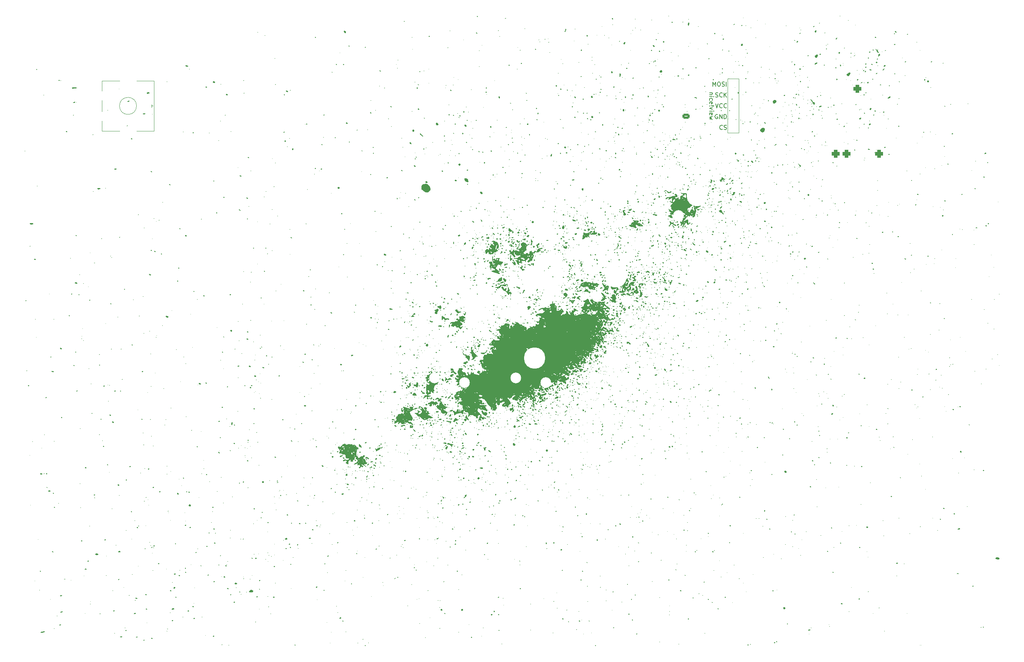
<source format=gto>
G04 #@! TF.GenerationSoftware,KiCad,Pcbnew,7.0.5-7.0.5~ubuntu22.04.1*
G04 #@! TF.CreationDate,2023-07-14T10:16:13+02:00*
G04 #@! TF.ProjectId,pur-offset-space-55,7075722d-6f66-4667-9365-742d73706163,rev?*
G04 #@! TF.SameCoordinates,Original*
G04 #@! TF.FileFunction,Legend,Top*
G04 #@! TF.FilePolarity,Positive*
%FSLAX46Y46*%
G04 Gerber Fmt 4.6, Leading zero omitted, Abs format (unit mm)*
G04 Created by KiCad (PCBNEW 7.0.5-7.0.5~ubuntu22.04.1) date 2023-07-14 10:16:13*
%MOMM*%
%LPD*%
G01*
G04 APERTURE LIST*
G04 Aperture macros list*
%AMRoundRect*
0 Rectangle with rounded corners*
0 $1 Rounding radius*
0 $2 $3 $4 $5 $6 $7 $8 $9 X,Y pos of 4 corners*
0 Add a 4 corners polygon primitive as box body*
4,1,4,$2,$3,$4,$5,$6,$7,$8,$9,$2,$3,0*
0 Add four circle primitives for the rounded corners*
1,1,$1+$1,$2,$3*
1,1,$1+$1,$4,$5*
1,1,$1+$1,$6,$7*
1,1,$1+$1,$8,$9*
0 Add four rect primitives between the rounded corners*
20,1,$1+$1,$2,$3,$4,$5,0*
20,1,$1+$1,$4,$5,$6,$7,0*
20,1,$1+$1,$6,$7,$8,$9,0*
20,1,$1+$1,$8,$9,$2,$3,0*%
G04 Aperture macros list end*
%ADD10C,0.150000*%
%ADD11C,0.120000*%
%ADD12C,5.000000*%
%ADD13C,2.500000*%
%ADD14C,1.752600*%
%ADD15C,0.900000*%
%ADD16C,1.800000*%
%ADD17RoundRect,0.450000X0.450000X-0.450000X0.450000X0.450000X-0.450000X0.450000X-0.450000X-0.450000X0*%
%ADD18O,4.340000X1.800000*%
%ADD19RoundRect,0.250000X-0.625000X0.350000X-0.625000X-0.350000X0.625000X-0.350000X0.625000X0.350000X0*%
%ADD20O,1.750000X1.200000*%
G04 APERTURE END LIST*
D10*
X192254847Y-49573553D02*
X191588180Y-49573553D01*
X192159609Y-49573553D02*
X192207228Y-49621172D01*
X192207228Y-49621172D02*
X192254847Y-49716410D01*
X192254847Y-49716410D02*
X192254847Y-49859267D01*
X192254847Y-49859267D02*
X192207228Y-49954505D01*
X192207228Y-49954505D02*
X192111990Y-50002124D01*
X192111990Y-50002124D02*
X191588180Y-50002124D01*
X191588180Y-50478315D02*
X192254847Y-50478315D01*
X192588180Y-50478315D02*
X192540561Y-50430696D01*
X192540561Y-50430696D02*
X192492942Y-50478315D01*
X192492942Y-50478315D02*
X192540561Y-50525934D01*
X192540561Y-50525934D02*
X192588180Y-50478315D01*
X192588180Y-50478315D02*
X192492942Y-50478315D01*
X191635800Y-51383076D02*
X191588180Y-51287838D01*
X191588180Y-51287838D02*
X191588180Y-51097362D01*
X191588180Y-51097362D02*
X191635800Y-51002124D01*
X191635800Y-51002124D02*
X191683419Y-50954505D01*
X191683419Y-50954505D02*
X191778657Y-50906886D01*
X191778657Y-50906886D02*
X192064371Y-50906886D01*
X192064371Y-50906886D02*
X192159609Y-50954505D01*
X192159609Y-50954505D02*
X192207228Y-51002124D01*
X192207228Y-51002124D02*
X192254847Y-51097362D01*
X192254847Y-51097362D02*
X192254847Y-51287838D01*
X192254847Y-51287838D02*
X192207228Y-51383076D01*
X191635800Y-52192600D02*
X191588180Y-52097362D01*
X191588180Y-52097362D02*
X191588180Y-51906886D01*
X191588180Y-51906886D02*
X191635800Y-51811648D01*
X191635800Y-51811648D02*
X191731038Y-51764029D01*
X191731038Y-51764029D02*
X192111990Y-51764029D01*
X192111990Y-51764029D02*
X192207228Y-51811648D01*
X192207228Y-51811648D02*
X192254847Y-51906886D01*
X192254847Y-51906886D02*
X192254847Y-52097362D01*
X192254847Y-52097362D02*
X192207228Y-52192600D01*
X192207228Y-52192600D02*
X192111990Y-52240219D01*
X192111990Y-52240219D02*
X192016752Y-52240219D01*
X192016752Y-52240219D02*
X191921514Y-51764029D01*
X191683419Y-52668791D02*
X191635800Y-52716410D01*
X191635800Y-52716410D02*
X191588180Y-52668791D01*
X191588180Y-52668791D02*
X191635800Y-52621172D01*
X191635800Y-52621172D02*
X191683419Y-52668791D01*
X191683419Y-52668791D02*
X191588180Y-52668791D01*
X191969133Y-52668791D02*
X192540561Y-52621172D01*
X192540561Y-52621172D02*
X192588180Y-52668791D01*
X192588180Y-52668791D02*
X192540561Y-52716410D01*
X192540561Y-52716410D02*
X191969133Y-52668791D01*
X191969133Y-52668791D02*
X192588180Y-52668791D01*
X192254847Y-53049743D02*
X191588180Y-53287838D01*
X191588180Y-53287838D02*
X192254847Y-53525933D01*
X191588180Y-53906886D02*
X192254847Y-53906886D01*
X192588180Y-53906886D02*
X192540561Y-53859267D01*
X192540561Y-53859267D02*
X192492942Y-53906886D01*
X192492942Y-53906886D02*
X192540561Y-53954505D01*
X192540561Y-53954505D02*
X192588180Y-53906886D01*
X192588180Y-53906886D02*
X192492942Y-53906886D01*
X191635800Y-54764028D02*
X191588180Y-54668790D01*
X191588180Y-54668790D02*
X191588180Y-54478314D01*
X191588180Y-54478314D02*
X191635800Y-54383076D01*
X191635800Y-54383076D02*
X191731038Y-54335457D01*
X191731038Y-54335457D02*
X192111990Y-54335457D01*
X192111990Y-54335457D02*
X192207228Y-54383076D01*
X192207228Y-54383076D02*
X192254847Y-54478314D01*
X192254847Y-54478314D02*
X192254847Y-54668790D01*
X192254847Y-54668790D02*
X192207228Y-54764028D01*
X192207228Y-54764028D02*
X192111990Y-54811647D01*
X192111990Y-54811647D02*
X192016752Y-54811647D01*
X192016752Y-54811647D02*
X191921514Y-54335457D01*
X192254847Y-55144981D02*
X191588180Y-55335457D01*
X191588180Y-55335457D02*
X192064371Y-55525933D01*
X192064371Y-55525933D02*
X191588180Y-55716409D01*
X191588180Y-55716409D02*
X192254847Y-55906885D01*
X192992411Y-50559800D02*
X193135268Y-50607419D01*
X193135268Y-50607419D02*
X193373363Y-50607419D01*
X193373363Y-50607419D02*
X193468601Y-50559800D01*
X193468601Y-50559800D02*
X193516220Y-50512180D01*
X193516220Y-50512180D02*
X193563839Y-50416942D01*
X193563839Y-50416942D02*
X193563839Y-50321704D01*
X193563839Y-50321704D02*
X193516220Y-50226466D01*
X193516220Y-50226466D02*
X193468601Y-50178847D01*
X193468601Y-50178847D02*
X193373363Y-50131228D01*
X193373363Y-50131228D02*
X193182887Y-50083609D01*
X193182887Y-50083609D02*
X193087649Y-50035990D01*
X193087649Y-50035990D02*
X193040030Y-49988371D01*
X193040030Y-49988371D02*
X192992411Y-49893133D01*
X192992411Y-49893133D02*
X192992411Y-49797895D01*
X192992411Y-49797895D02*
X193040030Y-49702657D01*
X193040030Y-49702657D02*
X193087649Y-49655038D01*
X193087649Y-49655038D02*
X193182887Y-49607419D01*
X193182887Y-49607419D02*
X193420982Y-49607419D01*
X193420982Y-49607419D02*
X193563839Y-49655038D01*
X194563839Y-50512180D02*
X194516220Y-50559800D01*
X194516220Y-50559800D02*
X194373363Y-50607419D01*
X194373363Y-50607419D02*
X194278125Y-50607419D01*
X194278125Y-50607419D02*
X194135268Y-50559800D01*
X194135268Y-50559800D02*
X194040030Y-50464561D01*
X194040030Y-50464561D02*
X193992411Y-50369323D01*
X193992411Y-50369323D02*
X193944792Y-50178847D01*
X193944792Y-50178847D02*
X193944792Y-50035990D01*
X193944792Y-50035990D02*
X193992411Y-49845514D01*
X193992411Y-49845514D02*
X194040030Y-49750276D01*
X194040030Y-49750276D02*
X194135268Y-49655038D01*
X194135268Y-49655038D02*
X194278125Y-49607419D01*
X194278125Y-49607419D02*
X194373363Y-49607419D01*
X194373363Y-49607419D02*
X194516220Y-49655038D01*
X194516220Y-49655038D02*
X194563839Y-49702657D01*
X194992411Y-50607419D02*
X194992411Y-49607419D01*
X195563839Y-50607419D02*
X195135268Y-50035990D01*
X195563839Y-49607419D02*
X194992411Y-50178847D01*
X192992411Y-52147419D02*
X193325744Y-53147419D01*
X193325744Y-53147419D02*
X193659077Y-52147419D01*
X194563839Y-53052180D02*
X194516220Y-53099800D01*
X194516220Y-53099800D02*
X194373363Y-53147419D01*
X194373363Y-53147419D02*
X194278125Y-53147419D01*
X194278125Y-53147419D02*
X194135268Y-53099800D01*
X194135268Y-53099800D02*
X194040030Y-53004561D01*
X194040030Y-53004561D02*
X193992411Y-52909323D01*
X193992411Y-52909323D02*
X193944792Y-52718847D01*
X193944792Y-52718847D02*
X193944792Y-52575990D01*
X193944792Y-52575990D02*
X193992411Y-52385514D01*
X193992411Y-52385514D02*
X194040030Y-52290276D01*
X194040030Y-52290276D02*
X194135268Y-52195038D01*
X194135268Y-52195038D02*
X194278125Y-52147419D01*
X194278125Y-52147419D02*
X194373363Y-52147419D01*
X194373363Y-52147419D02*
X194516220Y-52195038D01*
X194516220Y-52195038D02*
X194563839Y-52242657D01*
X195563839Y-53052180D02*
X195516220Y-53099800D01*
X195516220Y-53099800D02*
X195373363Y-53147419D01*
X195373363Y-53147419D02*
X195278125Y-53147419D01*
X195278125Y-53147419D02*
X195135268Y-53099800D01*
X195135268Y-53099800D02*
X195040030Y-53004561D01*
X195040030Y-53004561D02*
X194992411Y-52909323D01*
X194992411Y-52909323D02*
X194944792Y-52718847D01*
X194944792Y-52718847D02*
X194944792Y-52575990D01*
X194944792Y-52575990D02*
X194992411Y-52385514D01*
X194992411Y-52385514D02*
X195040030Y-52290276D01*
X195040030Y-52290276D02*
X195135268Y-52195038D01*
X195135268Y-52195038D02*
X195278125Y-52147419D01*
X195278125Y-52147419D02*
X195373363Y-52147419D01*
X195373363Y-52147419D02*
X195516220Y-52195038D01*
X195516220Y-52195038D02*
X195563839Y-52242657D01*
X192373364Y-48067419D02*
X192373364Y-47067419D01*
X192373364Y-47067419D02*
X192706697Y-47781704D01*
X192706697Y-47781704D02*
X193040030Y-47067419D01*
X193040030Y-47067419D02*
X193040030Y-48067419D01*
X193706697Y-47067419D02*
X193897173Y-47067419D01*
X193897173Y-47067419D02*
X193992411Y-47115038D01*
X193992411Y-47115038D02*
X194087649Y-47210276D01*
X194087649Y-47210276D02*
X194135268Y-47400752D01*
X194135268Y-47400752D02*
X194135268Y-47734085D01*
X194135268Y-47734085D02*
X194087649Y-47924561D01*
X194087649Y-47924561D02*
X193992411Y-48019800D01*
X193992411Y-48019800D02*
X193897173Y-48067419D01*
X193897173Y-48067419D02*
X193706697Y-48067419D01*
X193706697Y-48067419D02*
X193611459Y-48019800D01*
X193611459Y-48019800D02*
X193516221Y-47924561D01*
X193516221Y-47924561D02*
X193468602Y-47734085D01*
X193468602Y-47734085D02*
X193468602Y-47400752D01*
X193468602Y-47400752D02*
X193516221Y-47210276D01*
X193516221Y-47210276D02*
X193611459Y-47115038D01*
X193611459Y-47115038D02*
X193706697Y-47067419D01*
X194516221Y-48019800D02*
X194659078Y-48067419D01*
X194659078Y-48067419D02*
X194897173Y-48067419D01*
X194897173Y-48067419D02*
X194992411Y-48019800D01*
X194992411Y-48019800D02*
X195040030Y-47972180D01*
X195040030Y-47972180D02*
X195087649Y-47876942D01*
X195087649Y-47876942D02*
X195087649Y-47781704D01*
X195087649Y-47781704D02*
X195040030Y-47686466D01*
X195040030Y-47686466D02*
X194992411Y-47638847D01*
X194992411Y-47638847D02*
X194897173Y-47591228D01*
X194897173Y-47591228D02*
X194706697Y-47543609D01*
X194706697Y-47543609D02*
X194611459Y-47495990D01*
X194611459Y-47495990D02*
X194563840Y-47448371D01*
X194563840Y-47448371D02*
X194516221Y-47353133D01*
X194516221Y-47353133D02*
X194516221Y-47257895D01*
X194516221Y-47257895D02*
X194563840Y-47162657D01*
X194563840Y-47162657D02*
X194611459Y-47115038D01*
X194611459Y-47115038D02*
X194706697Y-47067419D01*
X194706697Y-47067419D02*
X194944792Y-47067419D01*
X194944792Y-47067419D02*
X195087649Y-47115038D01*
X195516221Y-48067419D02*
X195516221Y-47067419D01*
X193468601Y-54735038D02*
X193373363Y-54687419D01*
X193373363Y-54687419D02*
X193230506Y-54687419D01*
X193230506Y-54687419D02*
X193087649Y-54735038D01*
X193087649Y-54735038D02*
X192992411Y-54830276D01*
X192992411Y-54830276D02*
X192944792Y-54925514D01*
X192944792Y-54925514D02*
X192897173Y-55115990D01*
X192897173Y-55115990D02*
X192897173Y-55258847D01*
X192897173Y-55258847D02*
X192944792Y-55449323D01*
X192944792Y-55449323D02*
X192992411Y-55544561D01*
X192992411Y-55544561D02*
X193087649Y-55639800D01*
X193087649Y-55639800D02*
X193230506Y-55687419D01*
X193230506Y-55687419D02*
X193325744Y-55687419D01*
X193325744Y-55687419D02*
X193468601Y-55639800D01*
X193468601Y-55639800D02*
X193516220Y-55592180D01*
X193516220Y-55592180D02*
X193516220Y-55258847D01*
X193516220Y-55258847D02*
X193325744Y-55258847D01*
X193944792Y-55687419D02*
X193944792Y-54687419D01*
X193944792Y-54687419D02*
X194516220Y-55687419D01*
X194516220Y-55687419D02*
X194516220Y-54687419D01*
X194992411Y-55687419D02*
X194992411Y-54687419D01*
X194992411Y-54687419D02*
X195230506Y-54687419D01*
X195230506Y-54687419D02*
X195373363Y-54735038D01*
X195373363Y-54735038D02*
X195468601Y-54830276D01*
X195468601Y-54830276D02*
X195516220Y-54925514D01*
X195516220Y-54925514D02*
X195563839Y-55115990D01*
X195563839Y-55115990D02*
X195563839Y-55258847D01*
X195563839Y-55258847D02*
X195516220Y-55449323D01*
X195516220Y-55449323D02*
X195468601Y-55544561D01*
X195468601Y-55544561D02*
X195373363Y-55639800D01*
X195373363Y-55639800D02*
X195230506Y-55687419D01*
X195230506Y-55687419D02*
X194992411Y-55687419D01*
X194611458Y-58132180D02*
X194563839Y-58179800D01*
X194563839Y-58179800D02*
X194420982Y-58227419D01*
X194420982Y-58227419D02*
X194325744Y-58227419D01*
X194325744Y-58227419D02*
X194182887Y-58179800D01*
X194182887Y-58179800D02*
X194087649Y-58084561D01*
X194087649Y-58084561D02*
X194040030Y-57989323D01*
X194040030Y-57989323D02*
X193992411Y-57798847D01*
X193992411Y-57798847D02*
X193992411Y-57655990D01*
X193992411Y-57655990D02*
X194040030Y-57465514D01*
X194040030Y-57465514D02*
X194087649Y-57370276D01*
X194087649Y-57370276D02*
X194182887Y-57275038D01*
X194182887Y-57275038D02*
X194325744Y-57227419D01*
X194325744Y-57227419D02*
X194420982Y-57227419D01*
X194420982Y-57227419D02*
X194563839Y-57275038D01*
X194563839Y-57275038D02*
X194611458Y-57322657D01*
X194992411Y-58179800D02*
X195135268Y-58227419D01*
X195135268Y-58227419D02*
X195373363Y-58227419D01*
X195373363Y-58227419D02*
X195468601Y-58179800D01*
X195468601Y-58179800D02*
X195516220Y-58132180D01*
X195516220Y-58132180D02*
X195563839Y-58036942D01*
X195563839Y-58036942D02*
X195563839Y-57941704D01*
X195563839Y-57941704D02*
X195516220Y-57846466D01*
X195516220Y-57846466D02*
X195468601Y-57798847D01*
X195468601Y-57798847D02*
X195373363Y-57751228D01*
X195373363Y-57751228D02*
X195182887Y-57703609D01*
X195182887Y-57703609D02*
X195087649Y-57655990D01*
X195087649Y-57655990D02*
X195040030Y-57608371D01*
X195040030Y-57608371D02*
X194992411Y-57513133D01*
X194992411Y-57513133D02*
X194992411Y-57417895D01*
X194992411Y-57417895D02*
X195040030Y-57322657D01*
X195040030Y-57322657D02*
X195087649Y-57275038D01*
X195087649Y-57275038D02*
X195182887Y-57227419D01*
X195182887Y-57227419D02*
X195420982Y-57227419D01*
X195420982Y-57227419D02*
X195563839Y-57275038D01*
D11*
X198453000Y-46342600D02*
X195853000Y-46342600D01*
X195853000Y-46342600D02*
X195853000Y-59042600D01*
X195853000Y-59042600D02*
X198453000Y-59042600D01*
X198453000Y-59042600D02*
X198453000Y-46342600D01*
X49278000Y-58592200D02*
X49278000Y-56192200D01*
X53378000Y-58592200D02*
X49278000Y-58592200D01*
X57378000Y-58592200D02*
X61478000Y-58592200D01*
X61478000Y-58592200D02*
X61478000Y-46792200D01*
X49278000Y-53992200D02*
X49278000Y-51392200D01*
X60878000Y-52992200D02*
X60878000Y-52392200D01*
X61178000Y-52692200D02*
X60878000Y-52992200D01*
X60878000Y-52392200D02*
X61178000Y-52692200D01*
X49278000Y-49192200D02*
X49278000Y-46792200D01*
X49278000Y-46792200D02*
X53378000Y-46792200D01*
X57378000Y-46792200D02*
X61478000Y-46792200D01*
X57378000Y-52692200D02*
G75*
G03*
X57378000Y-52692200I-2000000J0D01*
G01*
G36*
X31292800Y-63233300D02*
G01*
X31229300Y-63296800D01*
X31165800Y-63233300D01*
X31229300Y-63169800D01*
X31292800Y-63233300D01*
G37*
G36*
X32435800Y-134607300D02*
G01*
X32372300Y-134670800D01*
X32308800Y-134607300D01*
X32372300Y-134543800D01*
X32435800Y-134607300D01*
G37*
G36*
X33070800Y-131432300D02*
G01*
X33007300Y-131495800D01*
X32943800Y-131432300D01*
X33007300Y-131368800D01*
X33070800Y-131432300D01*
G37*
G36*
X33959800Y-106921300D02*
G01*
X33896300Y-106984800D01*
X33832800Y-106921300D01*
X33896300Y-106857800D01*
X33959800Y-106921300D01*
G37*
G36*
X35229800Y-132956300D02*
G01*
X35166300Y-133019800D01*
X35102800Y-132956300D01*
X35166300Y-132892800D01*
X35229800Y-132956300D01*
G37*
G36*
X35864800Y-129781300D02*
G01*
X35801300Y-129844800D01*
X35737800Y-129781300D01*
X35801300Y-129717800D01*
X35864800Y-129781300D01*
G37*
G36*
X37007800Y-96761300D02*
G01*
X36944300Y-96824800D01*
X36880800Y-96761300D01*
X36944300Y-96697800D01*
X37007800Y-96761300D01*
G37*
G36*
X37261800Y-168389300D02*
G01*
X37198300Y-168452800D01*
X37134800Y-168389300D01*
X37198300Y-168325800D01*
X37261800Y-168389300D01*
G37*
G36*
X38150800Y-175247300D02*
G01*
X38087300Y-175310800D01*
X38023800Y-175247300D01*
X38087300Y-175183800D01*
X38150800Y-175247300D01*
G37*
G36*
X38150800Y-131305300D02*
G01*
X38087300Y-131368800D01*
X38023800Y-131305300D01*
X38087300Y-131241800D01*
X38150800Y-131305300D01*
G37*
G36*
X39166800Y-145910300D02*
G01*
X39103300Y-145973800D01*
X39039800Y-145910300D01*
X39103300Y-145846800D01*
X39166800Y-145910300D01*
G37*
G36*
X39674800Y-46723300D02*
G01*
X39611300Y-46786800D01*
X39547800Y-46723300D01*
X39611300Y-46659800D01*
X39674800Y-46723300D01*
G37*
G36*
X41960800Y-88379300D02*
G01*
X41897300Y-88442800D01*
X41833800Y-88379300D01*
X41897300Y-88315800D01*
X41960800Y-88379300D01*
G37*
G36*
X42087800Y-163944300D02*
G01*
X42024300Y-164007800D01*
X41960800Y-163944300D01*
X42024300Y-163880800D01*
X42087800Y-163944300D01*
G37*
G36*
X43357800Y-51803300D02*
G01*
X43294300Y-51866800D01*
X43230800Y-51803300D01*
X43294300Y-51739800D01*
X43357800Y-51803300D01*
G37*
G36*
X44246800Y-128384300D02*
G01*
X44183300Y-128447800D01*
X44119800Y-128384300D01*
X44183300Y-128320800D01*
X44246800Y-128384300D01*
G37*
G36*
X44627800Y-106667300D02*
G01*
X44564300Y-106730800D01*
X44500800Y-106667300D01*
X44564300Y-106603800D01*
X44627800Y-106667300D01*
G37*
G36*
X45008800Y-107683300D02*
G01*
X44945300Y-107746800D01*
X44881800Y-107683300D01*
X44945300Y-107619800D01*
X45008800Y-107683300D01*
G37*
G36*
X45008800Y-94348300D02*
G01*
X44945300Y-94411800D01*
X44881800Y-94348300D01*
X44945300Y-94284800D01*
X45008800Y-94348300D01*
G37*
G36*
X45135800Y-162928300D02*
G01*
X45072300Y-162991800D01*
X45008800Y-162928300D01*
X45072300Y-162864800D01*
X45135800Y-162928300D01*
G37*
G36*
X45389800Y-171691300D02*
G01*
X45326300Y-171754800D01*
X45262800Y-171691300D01*
X45326300Y-171627800D01*
X45389800Y-171691300D01*
G37*
G36*
X46151800Y-95110300D02*
G01*
X46088300Y-95173800D01*
X46024800Y-95110300D01*
X46088300Y-95046800D01*
X46151800Y-95110300D01*
G37*
G36*
X46278800Y-114287300D02*
G01*
X46215300Y-114350800D01*
X46151800Y-114287300D01*
X46215300Y-114223800D01*
X46278800Y-114287300D01*
G37*
G36*
X46659800Y-168897300D02*
G01*
X46596300Y-168960800D01*
X46532800Y-168897300D01*
X46596300Y-168833800D01*
X46659800Y-168897300D01*
G37*
G36*
X46786800Y-117843300D02*
G01*
X46723300Y-117906800D01*
X46659800Y-117843300D01*
X46723300Y-117779800D01*
X46786800Y-117843300D01*
G37*
G36*
X47294800Y-72758300D02*
G01*
X47231300Y-72821800D01*
X47167800Y-72758300D01*
X47231300Y-72694800D01*
X47294800Y-72758300D01*
G37*
G36*
X50215800Y-103746300D02*
G01*
X50152300Y-103809800D01*
X50088800Y-103746300D01*
X50152300Y-103682800D01*
X50215800Y-103746300D01*
G37*
G36*
X50342800Y-162801300D02*
G01*
X50279300Y-162864800D01*
X50215800Y-162801300D01*
X50279300Y-162737800D01*
X50342800Y-162801300D01*
G37*
G36*
X50723800Y-118097300D02*
G01*
X50660300Y-118160800D01*
X50596800Y-118097300D01*
X50660300Y-118033800D01*
X50723800Y-118097300D01*
G37*
G36*
X50850800Y-121907300D02*
G01*
X50787300Y-121970800D01*
X50723800Y-121907300D01*
X50787300Y-121843800D01*
X50850800Y-121907300D01*
G37*
G36*
X51104800Y-118224300D02*
G01*
X51041300Y-118287800D01*
X50977800Y-118224300D01*
X51041300Y-118160800D01*
X51104800Y-118224300D01*
G37*
G36*
X51358800Y-87871300D02*
G01*
X51295300Y-87934800D01*
X51231800Y-87871300D01*
X51295300Y-87807800D01*
X51358800Y-87871300D01*
G37*
G36*
X51612800Y-88252300D02*
G01*
X51549300Y-88315800D01*
X51485800Y-88252300D01*
X51549300Y-88188800D01*
X51612800Y-88252300D01*
G37*
G36*
X51866800Y-166357300D02*
G01*
X51803300Y-166420800D01*
X51739800Y-166357300D01*
X51803300Y-166293800D01*
X51866800Y-166357300D01*
G37*
G36*
X52628800Y-155689300D02*
G01*
X52565300Y-155752800D01*
X52501800Y-155689300D01*
X52565300Y-155625800D01*
X52628800Y-155689300D01*
G37*
G36*
X53390800Y-144005300D02*
G01*
X53327300Y-144068800D01*
X53263800Y-144005300D01*
X53327300Y-143941800D01*
X53390800Y-144005300D01*
G37*
G36*
X55422800Y-113525300D02*
G01*
X55359300Y-113588800D01*
X55295800Y-113525300D01*
X55359300Y-113461800D01*
X55422800Y-113525300D01*
G37*
G36*
X55803800Y-94475300D02*
G01*
X55740300Y-94538800D01*
X55676800Y-94475300D01*
X55740300Y-94411800D01*
X55803800Y-94475300D01*
G37*
G36*
X55803800Y-73520300D02*
G01*
X55740300Y-73583800D01*
X55676800Y-73520300D01*
X55740300Y-73456800D01*
X55803800Y-73520300D01*
G37*
G36*
X56311800Y-154292300D02*
G01*
X56248300Y-154355800D01*
X56184800Y-154292300D01*
X56248300Y-154228800D01*
X56311800Y-154292300D01*
G37*
G36*
X56438800Y-162547300D02*
G01*
X56375300Y-162610800D01*
X56311800Y-162547300D01*
X56375300Y-162483800D01*
X56438800Y-162547300D01*
G37*
G36*
X56692800Y-98158300D02*
G01*
X56629300Y-98221800D01*
X56565800Y-98158300D01*
X56629300Y-98094800D01*
X56692800Y-98158300D01*
G37*
G36*
X57835800Y-160642300D02*
G01*
X57772300Y-160705800D01*
X57708800Y-160642300D01*
X57772300Y-160578800D01*
X57835800Y-160642300D01*
G37*
G36*
X58978800Y-129400300D02*
G01*
X58915300Y-129463800D01*
X58851800Y-129400300D01*
X58915300Y-129336800D01*
X58978800Y-129400300D01*
G37*
G36*
X58978800Y-97396300D02*
G01*
X58915300Y-97459800D01*
X58851800Y-97396300D01*
X58915300Y-97332800D01*
X58978800Y-97396300D01*
G37*
G36*
X59232800Y-81267300D02*
G01*
X59169300Y-81330800D01*
X59105800Y-81267300D01*
X59169300Y-81203800D01*
X59232800Y-81267300D01*
G37*
G36*
X59613800Y-151117300D02*
G01*
X59550300Y-151180800D01*
X59486800Y-151117300D01*
X59550300Y-151053800D01*
X59613800Y-151117300D01*
G37*
G36*
X60121800Y-145021300D02*
G01*
X60058300Y-145084800D01*
X59994800Y-145021300D01*
X60058300Y-144957800D01*
X60121800Y-145021300D01*
G37*
G36*
X60502800Y-155054300D02*
G01*
X60439300Y-155117800D01*
X60375800Y-155054300D01*
X60439300Y-154990800D01*
X60502800Y-155054300D01*
G37*
G36*
X60502800Y-105524300D02*
G01*
X60439300Y-105587800D01*
X60375800Y-105524300D01*
X60439300Y-105460800D01*
X60502800Y-105524300D01*
G37*
G36*
X60756800Y-155816300D02*
G01*
X60693300Y-155879800D01*
X60629800Y-155816300D01*
X60693300Y-155752800D01*
X60756800Y-155816300D01*
G37*
G36*
X60756800Y-110858300D02*
G01*
X60693300Y-110921800D01*
X60629800Y-110858300D01*
X60693300Y-110794800D01*
X60756800Y-110858300D01*
G37*
G36*
X61137800Y-157594300D02*
G01*
X61074300Y-157657800D01*
X61010800Y-157594300D01*
X61074300Y-157530800D01*
X61137800Y-157594300D01*
G37*
G36*
X61137800Y-83807300D02*
G01*
X61074300Y-83870800D01*
X61010800Y-83807300D01*
X61074300Y-83743800D01*
X61137800Y-83807300D01*
G37*
G36*
X61137800Y-54597300D02*
G01*
X61074300Y-54660800D01*
X61010800Y-54597300D01*
X61074300Y-54533800D01*
X61137800Y-54597300D01*
G37*
G36*
X61264800Y-161658300D02*
G01*
X61201300Y-161721800D01*
X61137800Y-161658300D01*
X61201300Y-161594800D01*
X61264800Y-161658300D01*
G37*
G36*
X61518800Y-79108300D02*
G01*
X61455300Y-79171800D01*
X61391800Y-79108300D01*
X61455300Y-79044800D01*
X61518800Y-79108300D01*
G37*
G36*
X62026800Y-106921300D02*
G01*
X61963300Y-106984800D01*
X61899800Y-106921300D01*
X61963300Y-106857800D01*
X62026800Y-106921300D01*
G37*
G36*
X62153800Y-106540300D02*
G01*
X62090300Y-106603800D01*
X62026800Y-106540300D01*
X62090300Y-106476800D01*
X62153800Y-106540300D01*
G37*
G36*
X63550800Y-75298300D02*
G01*
X63487300Y-75361800D01*
X63423800Y-75298300D01*
X63487300Y-75234800D01*
X63550800Y-75298300D01*
G37*
G36*
X63804800Y-118986300D02*
G01*
X63741300Y-119049800D01*
X63677800Y-118986300D01*
X63741300Y-118922800D01*
X63804800Y-118986300D01*
G37*
G36*
X64058800Y-127495300D02*
G01*
X63995300Y-127558800D01*
X63931800Y-127495300D01*
X63995300Y-127431800D01*
X64058800Y-127495300D01*
G37*
G36*
X64312800Y-126225300D02*
G01*
X64249300Y-126288800D01*
X64185800Y-126225300D01*
X64249300Y-126161800D01*
X64312800Y-126225300D01*
G37*
G36*
X64439800Y-161277300D02*
G01*
X64376300Y-161340800D01*
X64312800Y-161277300D01*
X64376300Y-161213800D01*
X64439800Y-161277300D01*
G37*
G36*
X64566800Y-175882300D02*
G01*
X64503300Y-175945800D01*
X64439800Y-175882300D01*
X64503300Y-175818800D01*
X64566800Y-175882300D01*
G37*
G36*
X64566800Y-139052300D02*
G01*
X64503300Y-139115800D01*
X64439800Y-139052300D01*
X64503300Y-138988800D01*
X64566800Y-139052300D01*
G37*
G36*
X64566800Y-137147300D02*
G01*
X64503300Y-137210800D01*
X64439800Y-137147300D01*
X64503300Y-137083800D01*
X64566800Y-137147300D01*
G37*
G36*
X64566800Y-46977300D02*
G01*
X64503300Y-47040800D01*
X64439800Y-46977300D01*
X64503300Y-46913800D01*
X64566800Y-46977300D01*
G37*
G36*
X64947800Y-148069300D02*
G01*
X64884300Y-148132800D01*
X64820800Y-148069300D01*
X64884300Y-148005800D01*
X64947800Y-148069300D01*
G37*
G36*
X65328800Y-171564300D02*
G01*
X65265300Y-171627800D01*
X65201800Y-171564300D01*
X65265300Y-171500800D01*
X65328800Y-171564300D01*
G37*
G36*
X65455800Y-138417300D02*
G01*
X65392300Y-138480800D01*
X65328800Y-138417300D01*
X65392300Y-138353800D01*
X65455800Y-138417300D01*
G37*
G36*
X65709800Y-100698300D02*
G01*
X65646300Y-100761800D01*
X65582800Y-100698300D01*
X65646300Y-100634800D01*
X65709800Y-100698300D01*
G37*
G36*
X65836800Y-164452300D02*
G01*
X65773300Y-164515800D01*
X65709800Y-164452300D01*
X65773300Y-164388800D01*
X65836800Y-164452300D01*
G37*
G36*
X67741800Y-117335300D02*
G01*
X67678300Y-117398800D01*
X67614800Y-117335300D01*
X67678300Y-117271800D01*
X67741800Y-117335300D01*
G37*
G36*
X67995800Y-141719300D02*
G01*
X67932300Y-141782800D01*
X67868800Y-141719300D01*
X67932300Y-141655800D01*
X67995800Y-141719300D01*
G37*
G36*
X68376800Y-58788300D02*
G01*
X68313300Y-58851800D01*
X68249800Y-58788300D01*
X68313300Y-58724800D01*
X68376800Y-58788300D01*
G37*
G36*
X68757800Y-148069300D02*
G01*
X68694300Y-148132800D01*
X68630800Y-148069300D01*
X68694300Y-148005800D01*
X68757800Y-148069300D01*
G37*
G36*
X70535800Y-109334300D02*
G01*
X70472300Y-109397800D01*
X70408800Y-109334300D01*
X70472300Y-109270800D01*
X70535800Y-109334300D01*
G37*
G36*
X71043800Y-165722300D02*
G01*
X70980300Y-165785800D01*
X70916800Y-165722300D01*
X70980300Y-165658800D01*
X71043800Y-165722300D01*
G37*
G36*
X71678800Y-98031300D02*
G01*
X71615300Y-98094800D01*
X71551800Y-98031300D01*
X71615300Y-97967800D01*
X71678800Y-98031300D01*
G37*
G36*
X71805800Y-118097300D02*
G01*
X71742300Y-118160800D01*
X71678800Y-118097300D01*
X71742300Y-118033800D01*
X71805800Y-118097300D01*
G37*
G36*
X72059800Y-144513300D02*
G01*
X71996300Y-144576800D01*
X71932800Y-144513300D01*
X71996300Y-144449800D01*
X72059800Y-144513300D01*
G37*
G36*
X72313800Y-131432300D02*
G01*
X72250300Y-131495800D01*
X72186800Y-131432300D01*
X72250300Y-131368800D01*
X72313800Y-131432300D01*
G37*
G36*
X72567800Y-129019300D02*
G01*
X72504300Y-129082800D01*
X72440800Y-129019300D01*
X72504300Y-128955800D01*
X72567800Y-129019300D01*
G37*
G36*
X72694800Y-138925300D02*
G01*
X72631300Y-138988800D01*
X72567800Y-138925300D01*
X72631300Y-138861800D01*
X72694800Y-138925300D01*
G37*
G36*
X73202800Y-137782300D02*
G01*
X73139300Y-137845800D01*
X73075800Y-137782300D01*
X73139300Y-137718800D01*
X73202800Y-137782300D01*
G37*
G36*
X73583800Y-176898300D02*
G01*
X73520300Y-176961800D01*
X73456800Y-176898300D01*
X73520300Y-176834800D01*
X73583800Y-176898300D01*
G37*
G36*
X74472800Y-59042300D02*
G01*
X74409300Y-59105800D01*
X74345800Y-59042300D01*
X74409300Y-58978800D01*
X74472800Y-59042300D01*
G37*
G36*
X74980800Y-150355300D02*
G01*
X74917300Y-150418800D01*
X74853800Y-150355300D01*
X74917300Y-150291800D01*
X74980800Y-150355300D01*
G37*
G36*
X75234800Y-147815300D02*
G01*
X75171300Y-147878800D01*
X75107800Y-147815300D01*
X75171300Y-147751800D01*
X75234800Y-147815300D01*
G37*
G36*
X75615800Y-93332300D02*
G01*
X75552300Y-93395800D01*
X75488800Y-93332300D01*
X75552300Y-93268800D01*
X75615800Y-93332300D01*
G37*
G36*
X77266800Y-139814300D02*
G01*
X77203300Y-139877800D01*
X77139800Y-139814300D01*
X77203300Y-139750800D01*
X77266800Y-139814300D01*
G37*
G36*
X77774800Y-145783300D02*
G01*
X77711300Y-145846800D01*
X77647800Y-145783300D01*
X77711300Y-145719800D01*
X77774800Y-145783300D01*
G37*
G36*
X78536800Y-160261300D02*
G01*
X78473300Y-160324800D01*
X78409800Y-160261300D01*
X78473300Y-160197800D01*
X78536800Y-160261300D01*
G37*
G36*
X78536800Y-126098300D02*
G01*
X78473300Y-126161800D01*
X78409800Y-126098300D01*
X78473300Y-126034800D01*
X78536800Y-126098300D01*
G37*
G36*
X78790800Y-159499300D02*
G01*
X78727300Y-159562800D01*
X78663800Y-159499300D01*
X78727300Y-159435800D01*
X78790800Y-159499300D01*
G37*
G36*
X79044800Y-179184300D02*
G01*
X78981300Y-179247800D01*
X78917800Y-179184300D01*
X78981300Y-179120800D01*
X79044800Y-179184300D01*
G37*
G36*
X79298800Y-127876300D02*
G01*
X79235300Y-127939800D01*
X79171800Y-127876300D01*
X79235300Y-127812800D01*
X79298800Y-127876300D01*
G37*
G36*
X79552800Y-58661300D02*
G01*
X79489300Y-58724800D01*
X79425800Y-58661300D01*
X79489300Y-58597800D01*
X79552800Y-58661300D01*
G37*
G36*
X81203800Y-67170300D02*
G01*
X81140300Y-67233800D01*
X81076800Y-67170300D01*
X81140300Y-67106800D01*
X81203800Y-67170300D01*
G37*
G36*
X81330800Y-132956300D02*
G01*
X81267300Y-133019800D01*
X81203800Y-132956300D01*
X81267300Y-132892800D01*
X81330800Y-132956300D01*
G37*
G36*
X81838800Y-154292300D02*
G01*
X81775300Y-154355800D01*
X81711800Y-154292300D01*
X81775300Y-154228800D01*
X81838800Y-154292300D01*
G37*
G36*
X81965800Y-132321300D02*
G01*
X81902300Y-132384800D01*
X81838800Y-132321300D01*
X81902300Y-132257800D01*
X81965800Y-132321300D01*
G37*
G36*
X82092800Y-110731300D02*
G01*
X82029300Y-110794800D01*
X81965800Y-110731300D01*
X82029300Y-110667800D01*
X82092800Y-110731300D01*
G37*
G36*
X82473800Y-163182300D02*
G01*
X82410300Y-163245800D01*
X82346800Y-163182300D01*
X82410300Y-163118800D01*
X82473800Y-163182300D01*
G37*
G36*
X82854800Y-134734300D02*
G01*
X82791300Y-134797800D01*
X82727800Y-134734300D01*
X82791300Y-134670800D01*
X82854800Y-134734300D01*
G37*
G36*
X82854800Y-132829300D02*
G01*
X82791300Y-132892800D01*
X82727800Y-132829300D01*
X82791300Y-132765800D01*
X82854800Y-132829300D01*
G37*
G36*
X83870800Y-128638300D02*
G01*
X83807300Y-128701800D01*
X83743800Y-128638300D01*
X83807300Y-128574800D01*
X83870800Y-128638300D01*
G37*
G36*
X84124800Y-93967300D02*
G01*
X84061300Y-94030800D01*
X83997800Y-93967300D01*
X84061300Y-93903800D01*
X84124800Y-93967300D01*
G37*
G36*
X84378800Y-135242300D02*
G01*
X84315300Y-135305800D01*
X84251800Y-135242300D01*
X84315300Y-135178800D01*
X84378800Y-135242300D01*
G37*
G36*
X84505800Y-162801300D02*
G01*
X84442300Y-162864800D01*
X84378800Y-162801300D01*
X84442300Y-162737800D01*
X84505800Y-162801300D01*
G37*
G36*
X85013800Y-119875300D02*
G01*
X84950300Y-119938800D01*
X84886800Y-119875300D01*
X84950300Y-119811800D01*
X85013800Y-119875300D01*
G37*
G36*
X85140800Y-112255300D02*
G01*
X85077300Y-112318800D01*
X85013800Y-112255300D01*
X85077300Y-112191800D01*
X85140800Y-112255300D01*
G37*
G36*
X85267800Y-119621300D02*
G01*
X85204300Y-119684800D01*
X85140800Y-119621300D01*
X85204300Y-119557800D01*
X85267800Y-119621300D01*
G37*
G36*
X85267800Y-111112300D02*
G01*
X85204300Y-111175800D01*
X85140800Y-111112300D01*
X85204300Y-111048800D01*
X85267800Y-111112300D01*
G37*
G36*
X85775800Y-89776300D02*
G01*
X85712300Y-89839800D01*
X85648800Y-89776300D01*
X85712300Y-89712800D01*
X85775800Y-89776300D01*
G37*
G36*
X85775800Y-79870300D02*
G01*
X85712300Y-79933800D01*
X85648800Y-79870300D01*
X85712300Y-79806800D01*
X85775800Y-79870300D01*
G37*
G36*
X86029800Y-157721300D02*
G01*
X85966300Y-157784800D01*
X85902800Y-157721300D01*
X85966300Y-157657800D01*
X86029800Y-157721300D01*
G37*
G36*
X86029800Y-117335300D02*
G01*
X85966300Y-117398800D01*
X85902800Y-117335300D01*
X85966300Y-117271800D01*
X86029800Y-117335300D01*
G37*
G36*
X86410800Y-106413300D02*
G01*
X86347300Y-106476800D01*
X86283800Y-106413300D01*
X86347300Y-106349800D01*
X86410800Y-106413300D01*
G37*
G36*
X86537800Y-117716300D02*
G01*
X86474300Y-117779800D01*
X86410800Y-117716300D01*
X86474300Y-117652800D01*
X86537800Y-117716300D01*
G37*
G36*
X87299800Y-99174300D02*
G01*
X87236300Y-99237800D01*
X87172800Y-99174300D01*
X87236300Y-99110800D01*
X87299800Y-99174300D01*
G37*
G36*
X87680800Y-158991300D02*
G01*
X87617300Y-159054800D01*
X87553800Y-158991300D01*
X87617300Y-158927800D01*
X87680800Y-158991300D01*
G37*
G36*
X88188800Y-167754300D02*
G01*
X88125300Y-167817800D01*
X88061800Y-167754300D01*
X88125300Y-167690800D01*
X88188800Y-167754300D01*
G37*
G36*
X88188800Y-157467300D02*
G01*
X88125300Y-157530800D01*
X88061800Y-157467300D01*
X88125300Y-157403800D01*
X88188800Y-157467300D01*
G37*
G36*
X88442800Y-158102300D02*
G01*
X88379300Y-158165800D01*
X88315800Y-158102300D01*
X88379300Y-158038800D01*
X88442800Y-158102300D01*
G37*
G36*
X88696800Y-80378300D02*
G01*
X88633300Y-80441800D01*
X88569800Y-80378300D01*
X88633300Y-80314800D01*
X88696800Y-80378300D01*
G37*
G36*
X89077800Y-103111300D02*
G01*
X89014300Y-103174800D01*
X88950800Y-103111300D01*
X89014300Y-103047800D01*
X89077800Y-103111300D01*
G37*
G36*
X89204800Y-86601300D02*
G01*
X89141300Y-86664800D01*
X89077800Y-86601300D01*
X89141300Y-86537800D01*
X89204800Y-86601300D01*
G37*
G36*
X89204800Y-76949300D02*
G01*
X89141300Y-77012800D01*
X89077800Y-76949300D01*
X89141300Y-76885800D01*
X89204800Y-76949300D01*
G37*
G36*
X89712800Y-144386300D02*
G01*
X89649300Y-144449800D01*
X89585800Y-144386300D01*
X89649300Y-144322800D01*
X89712800Y-144386300D01*
G37*
G36*
X89839800Y-145910300D02*
G01*
X89776300Y-145973800D01*
X89712800Y-145910300D01*
X89776300Y-145846800D01*
X89839800Y-145910300D01*
G37*
G36*
X89966800Y-164579300D02*
G01*
X89903300Y-164642800D01*
X89839800Y-164579300D01*
X89903300Y-164515800D01*
X89966800Y-164579300D01*
G37*
G36*
X89966800Y-66027300D02*
G01*
X89903300Y-66090800D01*
X89839800Y-66027300D01*
X89903300Y-65963800D01*
X89966800Y-66027300D01*
G37*
G36*
X90474800Y-78473300D02*
G01*
X90411300Y-78536800D01*
X90347800Y-78473300D01*
X90411300Y-78409800D01*
X90474800Y-78473300D01*
G37*
G36*
X90855800Y-144640300D02*
G01*
X90792300Y-144703800D01*
X90728800Y-144640300D01*
X90792300Y-144576800D01*
X90855800Y-144640300D01*
G37*
G36*
X90855800Y-143116300D02*
G01*
X90792300Y-143179800D01*
X90728800Y-143116300D01*
X90792300Y-143052800D01*
X90855800Y-143116300D01*
G37*
G36*
X90982800Y-142862300D02*
G01*
X90919300Y-142925800D01*
X90855800Y-142862300D01*
X90919300Y-142798800D01*
X90982800Y-142862300D01*
G37*
G36*
X91871800Y-142862300D02*
G01*
X91808300Y-142925800D01*
X91744800Y-142862300D01*
X91808300Y-142798800D01*
X91871800Y-142862300D01*
G37*
G36*
X91871800Y-92443300D02*
G01*
X91808300Y-92506800D01*
X91744800Y-92443300D01*
X91808300Y-92379800D01*
X91871800Y-92443300D01*
G37*
G36*
X91998800Y-109842300D02*
G01*
X91935300Y-109905800D01*
X91871800Y-109842300D01*
X91935300Y-109778800D01*
X91998800Y-109842300D01*
G37*
G36*
X92760800Y-62217300D02*
G01*
X92697300Y-62280800D01*
X92633800Y-62217300D01*
X92697300Y-62153800D01*
X92760800Y-62217300D01*
G37*
G36*
X93268800Y-60312300D02*
G01*
X93205300Y-60375800D01*
X93141800Y-60312300D01*
X93205300Y-60248800D01*
X93268800Y-60312300D01*
G37*
G36*
X93395800Y-87490300D02*
G01*
X93332300Y-87553800D01*
X93268800Y-87490300D01*
X93332300Y-87426800D01*
X93395800Y-87490300D01*
G37*
G36*
X93649800Y-165849300D02*
G01*
X93586300Y-165912800D01*
X93522800Y-165849300D01*
X93586300Y-165785800D01*
X93649800Y-165849300D01*
G37*
G36*
X94665800Y-134734300D02*
G01*
X94602300Y-134797800D01*
X94538800Y-134734300D01*
X94602300Y-134670800D01*
X94665800Y-134734300D01*
G37*
G36*
X95300800Y-156451300D02*
G01*
X95237300Y-156514800D01*
X95173800Y-156451300D01*
X95237300Y-156387800D01*
X95300800Y-156451300D01*
G37*
G36*
X95300800Y-131432300D02*
G01*
X95237300Y-131495800D01*
X95173800Y-131432300D01*
X95237300Y-131368800D01*
X95300800Y-131432300D01*
G37*
G36*
X95427800Y-97904300D02*
G01*
X95364300Y-97967800D01*
X95300800Y-97904300D01*
X95364300Y-97840800D01*
X95427800Y-97904300D01*
G37*
G36*
X95681800Y-119875300D02*
G01*
X95618300Y-119938800D01*
X95554800Y-119875300D01*
X95618300Y-119811800D01*
X95681800Y-119875300D01*
G37*
G36*
X95681800Y-113779300D02*
G01*
X95618300Y-113842800D01*
X95554800Y-113779300D01*
X95618300Y-113715800D01*
X95681800Y-113779300D01*
G37*
G36*
X95808800Y-116827300D02*
G01*
X95745300Y-116890800D01*
X95681800Y-116827300D01*
X95745300Y-116763800D01*
X95808800Y-116827300D01*
G37*
G36*
X96951800Y-57010300D02*
G01*
X96888300Y-57073800D01*
X96824800Y-57010300D01*
X96888300Y-56946800D01*
X96951800Y-57010300D01*
G37*
G36*
X98221800Y-141338300D02*
G01*
X98158300Y-141401800D01*
X98094800Y-141338300D01*
X98158300Y-141274800D01*
X98221800Y-141338300D01*
G37*
G36*
X98348800Y-118859300D02*
G01*
X98285300Y-118922800D01*
X98221800Y-118859300D01*
X98285300Y-118795800D01*
X98348800Y-118859300D01*
G37*
G36*
X99110800Y-68694300D02*
G01*
X99047300Y-68757800D01*
X98983800Y-68694300D01*
X99047300Y-68630800D01*
X99110800Y-68694300D01*
G37*
G36*
X99364800Y-95618300D02*
G01*
X99301300Y-95681800D01*
X99237800Y-95618300D01*
X99301300Y-95554800D01*
X99364800Y-95618300D01*
G37*
G36*
X99745800Y-168516300D02*
G01*
X99682300Y-168579800D01*
X99618800Y-168516300D01*
X99682300Y-168452800D01*
X99745800Y-168516300D01*
G37*
G36*
X100126800Y-108953300D02*
G01*
X100063300Y-109016800D01*
X99999800Y-108953300D01*
X100063300Y-108889800D01*
X100126800Y-108953300D01*
G37*
G36*
X100253800Y-67932300D02*
G01*
X100190300Y-67995800D01*
X100126800Y-67932300D01*
X100190300Y-67868800D01*
X100253800Y-67932300D01*
G37*
G36*
X100380800Y-151371300D02*
G01*
X100317300Y-151434800D01*
X100253800Y-151371300D01*
X100317300Y-151307800D01*
X100380800Y-151371300D01*
G37*
G36*
X102031800Y-173850300D02*
G01*
X101968300Y-173913800D01*
X101904800Y-173850300D01*
X101968300Y-173786800D01*
X102031800Y-173850300D01*
G37*
G36*
X102031800Y-137528300D02*
G01*
X101968300Y-137591800D01*
X101904800Y-137528300D01*
X101968300Y-137464800D01*
X102031800Y-137528300D01*
G37*
G36*
X102031800Y-130162300D02*
G01*
X101968300Y-130225800D01*
X101904800Y-130162300D01*
X101968300Y-130098800D01*
X102031800Y-130162300D01*
G37*
G36*
X102158800Y-162166300D02*
G01*
X102095300Y-162229800D01*
X102031800Y-162166300D01*
X102095300Y-162102800D01*
X102158800Y-162166300D01*
G37*
G36*
X102412800Y-130543300D02*
G01*
X102349300Y-130606800D01*
X102285800Y-130543300D01*
X102349300Y-130479800D01*
X102412800Y-130543300D01*
G37*
G36*
X102666800Y-153022300D02*
G01*
X102603300Y-153085800D01*
X102539800Y-153022300D01*
X102603300Y-152958800D01*
X102666800Y-153022300D01*
G37*
G36*
X102793800Y-178676300D02*
G01*
X102730300Y-178739800D01*
X102666800Y-178676300D01*
X102730300Y-178612800D01*
X102793800Y-178676300D01*
G37*
G36*
X103047800Y-176136300D02*
G01*
X102984300Y-176199800D01*
X102920800Y-176136300D01*
X102984300Y-176072800D01*
X103047800Y-176136300D01*
G37*
G36*
X103047800Y-73139300D02*
G01*
X102984300Y-73202800D01*
X102920800Y-73139300D01*
X102984300Y-73075800D01*
X103047800Y-73139300D01*
G37*
G36*
X103428800Y-148323300D02*
G01*
X103365300Y-148386800D01*
X103301800Y-148323300D01*
X103365300Y-148259800D01*
X103428800Y-148323300D01*
G37*
G36*
X103428800Y-133591300D02*
G01*
X103365300Y-133654800D01*
X103301800Y-133591300D01*
X103365300Y-133527800D01*
X103428800Y-133591300D01*
G37*
G36*
X103809800Y-148069300D02*
G01*
X103746300Y-148132800D01*
X103682800Y-148069300D01*
X103746300Y-148005800D01*
X103809800Y-148069300D01*
G37*
G36*
X103809800Y-109588300D02*
G01*
X103746300Y-109651800D01*
X103682800Y-109588300D01*
X103746300Y-109524800D01*
X103809800Y-109588300D01*
G37*
G36*
X104063800Y-137655300D02*
G01*
X104000300Y-137718800D01*
X103936800Y-137655300D01*
X104000300Y-137591800D01*
X104063800Y-137655300D01*
G37*
G36*
X104444800Y-123939300D02*
G01*
X104381300Y-124002800D01*
X104317800Y-123939300D01*
X104381300Y-123875800D01*
X104444800Y-123939300D01*
G37*
G36*
X104825800Y-90411300D02*
G01*
X104762300Y-90474800D01*
X104698800Y-90411300D01*
X104762300Y-90347800D01*
X104825800Y-90411300D01*
G37*
G36*
X105079800Y-40246300D02*
G01*
X105016300Y-40309800D01*
X104952800Y-40246300D01*
X105016300Y-40182800D01*
X105079800Y-40246300D01*
G37*
G36*
X105460800Y-114795300D02*
G01*
X105397300Y-114858800D01*
X105333800Y-114795300D01*
X105397300Y-114731800D01*
X105460800Y-114795300D01*
G37*
G36*
X105968800Y-129400300D02*
G01*
X105905300Y-129463800D01*
X105841800Y-129400300D01*
X105905300Y-129336800D01*
X105968800Y-129400300D01*
G37*
G36*
X106095800Y-138163300D02*
G01*
X106032300Y-138226800D01*
X105968800Y-138163300D01*
X106032300Y-138099800D01*
X106095800Y-138163300D01*
G37*
G36*
X106476800Y-176009300D02*
G01*
X106413300Y-176072800D01*
X106349800Y-176009300D01*
X106413300Y-175945800D01*
X106476800Y-176009300D01*
G37*
G36*
X106476800Y-161658300D02*
G01*
X106413300Y-161721800D01*
X106349800Y-161658300D01*
X106413300Y-161594800D01*
X106476800Y-161658300D01*
G37*
G36*
X106476800Y-141211300D02*
G01*
X106413300Y-141274800D01*
X106349800Y-141211300D01*
X106413300Y-141147800D01*
X106476800Y-141211300D01*
G37*
G36*
X106603800Y-138544300D02*
G01*
X106540300Y-138607800D01*
X106476800Y-138544300D01*
X106540300Y-138480800D01*
X106603800Y-138544300D01*
G37*
G36*
X106730800Y-150355300D02*
G01*
X106667300Y-150418800D01*
X106603800Y-150355300D01*
X106667300Y-150291800D01*
X106730800Y-150355300D01*
G37*
G36*
X106730800Y-84950300D02*
G01*
X106667300Y-85013800D01*
X106603800Y-84950300D01*
X106667300Y-84886800D01*
X106730800Y-84950300D01*
G37*
G36*
X107746800Y-124447300D02*
G01*
X107683300Y-124510800D01*
X107619800Y-124447300D01*
X107683300Y-124383800D01*
X107746800Y-124447300D01*
G37*
G36*
X107873800Y-139306300D02*
G01*
X107810300Y-139369800D01*
X107746800Y-139306300D01*
X107810300Y-139242800D01*
X107873800Y-139306300D01*
G37*
G36*
X108000800Y-138925300D02*
G01*
X107937300Y-138988800D01*
X107873800Y-138925300D01*
X107937300Y-138861800D01*
X108000800Y-138925300D01*
G37*
G36*
X108254800Y-153403300D02*
G01*
X108191300Y-153466800D01*
X108127800Y-153403300D01*
X108191300Y-153339800D01*
X108254800Y-153403300D01*
G37*
G36*
X109143800Y-157086300D02*
G01*
X109080300Y-157149800D01*
X109016800Y-157086300D01*
X109080300Y-157022800D01*
X109143800Y-157086300D01*
G37*
G36*
X109143800Y-151498300D02*
G01*
X109080300Y-151561800D01*
X109016800Y-151498300D01*
X109080300Y-151434800D01*
X109143800Y-151498300D01*
G37*
G36*
X109143800Y-138417300D02*
G01*
X109080300Y-138480800D01*
X109016800Y-138417300D01*
X109080300Y-138353800D01*
X109143800Y-138417300D01*
G37*
G36*
X109270800Y-178676300D02*
G01*
X109207300Y-178739800D01*
X109143800Y-178676300D01*
X109207300Y-178612800D01*
X109270800Y-178676300D01*
G37*
G36*
X109270800Y-134734300D02*
G01*
X109207300Y-134797800D01*
X109143800Y-134734300D01*
X109207300Y-134670800D01*
X109270800Y-134734300D01*
G37*
G36*
X109651800Y-84950300D02*
G01*
X109588300Y-85013800D01*
X109524800Y-84950300D01*
X109588300Y-84886800D01*
X109651800Y-84950300D01*
G37*
G36*
X109778800Y-145402300D02*
G01*
X109715300Y-145465800D01*
X109651800Y-145402300D01*
X109715300Y-145338800D01*
X109778800Y-145402300D01*
G37*
G36*
X109778800Y-138163300D02*
G01*
X109715300Y-138226800D01*
X109651800Y-138163300D01*
X109715300Y-138099800D01*
X109778800Y-138163300D01*
G37*
G36*
X110032800Y-87871300D02*
G01*
X109969300Y-87934800D01*
X109905800Y-87871300D01*
X109969300Y-87807800D01*
X110032800Y-87871300D01*
G37*
G36*
X110159800Y-68059300D02*
G01*
X110096300Y-68122800D01*
X110032800Y-68059300D01*
X110096300Y-67995800D01*
X110159800Y-68059300D01*
G37*
G36*
X110794800Y-148704300D02*
G01*
X110731300Y-148767800D01*
X110667800Y-148704300D01*
X110731300Y-148640800D01*
X110794800Y-148704300D01*
G37*
G36*
X110921800Y-158610300D02*
G01*
X110858300Y-158673800D01*
X110794800Y-158610300D01*
X110858300Y-158546800D01*
X110921800Y-158610300D01*
G37*
G36*
X111175800Y-108953300D02*
G01*
X111112300Y-109016800D01*
X111048800Y-108953300D01*
X111112300Y-108889800D01*
X111175800Y-108953300D01*
G37*
G36*
X111302800Y-140830300D02*
G01*
X111239300Y-140893800D01*
X111175800Y-140830300D01*
X111239300Y-140766800D01*
X111302800Y-140830300D01*
G37*
G36*
X111556800Y-58280300D02*
G01*
X111493300Y-58343800D01*
X111429800Y-58280300D01*
X111493300Y-58216800D01*
X111556800Y-58280300D01*
G37*
G36*
X111683800Y-136258300D02*
G01*
X111620300Y-136321800D01*
X111556800Y-136258300D01*
X111620300Y-136194800D01*
X111683800Y-136258300D01*
G37*
G36*
X112191800Y-135750300D02*
G01*
X112128300Y-135813800D01*
X112064800Y-135750300D01*
X112128300Y-135686800D01*
X112191800Y-135750300D01*
G37*
G36*
X112318800Y-51422300D02*
G01*
X112255300Y-51485800D01*
X112191800Y-51422300D01*
X112255300Y-51358800D01*
X112318800Y-51422300D01*
G37*
G36*
X112445800Y-167754300D02*
G01*
X112382300Y-167817800D01*
X112318800Y-167754300D01*
X112382300Y-167690800D01*
X112445800Y-167754300D01*
G37*
G36*
X112699800Y-153403300D02*
G01*
X112636300Y-153466800D01*
X112572800Y-153403300D01*
X112636300Y-153339800D01*
X112699800Y-153403300D01*
G37*
G36*
X112699800Y-138163300D02*
G01*
X112636300Y-138226800D01*
X112572800Y-138163300D01*
X112636300Y-138099800D01*
X112699800Y-138163300D01*
G37*
G36*
X112699800Y-136512300D02*
G01*
X112636300Y-136575800D01*
X112572800Y-136512300D01*
X112636300Y-136448800D01*
X112699800Y-136512300D01*
G37*
G36*
X112826800Y-115938300D02*
G01*
X112763300Y-116001800D01*
X112699800Y-115938300D01*
X112763300Y-115874800D01*
X112826800Y-115938300D01*
G37*
G36*
X112953800Y-120764300D02*
G01*
X112890300Y-120827800D01*
X112826800Y-120764300D01*
X112890300Y-120700800D01*
X112953800Y-120764300D01*
G37*
G36*
X112953800Y-98285300D02*
G01*
X112890300Y-98348800D01*
X112826800Y-98285300D01*
X112890300Y-98221800D01*
X112953800Y-98285300D01*
G37*
G36*
X113207800Y-140957300D02*
G01*
X113144300Y-141020800D01*
X113080800Y-140957300D01*
X113144300Y-140893800D01*
X113207800Y-140957300D01*
G37*
G36*
X113207800Y-112382300D02*
G01*
X113144300Y-112445800D01*
X113080800Y-112382300D01*
X113144300Y-112318800D01*
X113207800Y-112382300D01*
G37*
G36*
X113334800Y-102603300D02*
G01*
X113271300Y-102666800D01*
X113207800Y-102603300D01*
X113271300Y-102539800D01*
X113334800Y-102603300D01*
G37*
G36*
X113588800Y-104762300D02*
G01*
X113525300Y-104825800D01*
X113461800Y-104762300D01*
X113525300Y-104698800D01*
X113588800Y-104762300D01*
G37*
G36*
X113969800Y-99682300D02*
G01*
X113906300Y-99745800D01*
X113842800Y-99682300D01*
X113906300Y-99618800D01*
X113969800Y-99682300D01*
G37*
G36*
X114096800Y-139179300D02*
G01*
X114033300Y-139242800D01*
X113969800Y-139179300D01*
X114033300Y-139115800D01*
X114096800Y-139179300D01*
G37*
G36*
X114096800Y-102730300D02*
G01*
X114033300Y-102793800D01*
X113969800Y-102730300D01*
X114033300Y-102666800D01*
X114096800Y-102730300D01*
G37*
G36*
X114350800Y-137401300D02*
G01*
X114287300Y-137464800D01*
X114223800Y-137401300D01*
X114287300Y-137337800D01*
X114350800Y-137401300D01*
G37*
G36*
X114350800Y-121907300D02*
G01*
X114287300Y-121970800D01*
X114223800Y-121907300D01*
X114287300Y-121843800D01*
X114350800Y-121907300D01*
G37*
G36*
X114350800Y-47993300D02*
G01*
X114287300Y-48056800D01*
X114223800Y-47993300D01*
X114287300Y-47929800D01*
X114350800Y-47993300D01*
G37*
G36*
X114477800Y-135496300D02*
G01*
X114414300Y-135559800D01*
X114350800Y-135496300D01*
X114414300Y-135432800D01*
X114477800Y-135496300D01*
G37*
G36*
X114858800Y-130162300D02*
G01*
X114795300Y-130225800D01*
X114731800Y-130162300D01*
X114795300Y-130098800D01*
X114858800Y-130162300D01*
G37*
G36*
X114858800Y-118351300D02*
G01*
X114795300Y-118414800D01*
X114731800Y-118351300D01*
X114795300Y-118287800D01*
X114858800Y-118351300D01*
G37*
G36*
X114858800Y-107810300D02*
G01*
X114795300Y-107873800D01*
X114731800Y-107810300D01*
X114795300Y-107746800D01*
X114858800Y-107810300D01*
G37*
G36*
X114985800Y-158102300D02*
G01*
X114922300Y-158165800D01*
X114858800Y-158102300D01*
X114922300Y-158038800D01*
X114985800Y-158102300D01*
G37*
G36*
X115112800Y-164452300D02*
G01*
X115049300Y-164515800D01*
X114985800Y-164452300D01*
X115049300Y-164388800D01*
X115112800Y-164452300D01*
G37*
G36*
X115239800Y-165214300D02*
G01*
X115176300Y-165277800D01*
X115112800Y-165214300D01*
X115176300Y-165150800D01*
X115239800Y-165214300D01*
G37*
G36*
X115239800Y-109715300D02*
G01*
X115176300Y-109778800D01*
X115112800Y-109715300D01*
X115176300Y-109651800D01*
X115239800Y-109715300D01*
G37*
G36*
X115366800Y-122161300D02*
G01*
X115303300Y-122224800D01*
X115239800Y-122161300D01*
X115303300Y-122097800D01*
X115366800Y-122161300D01*
G37*
G36*
X115366800Y-99555300D02*
G01*
X115303300Y-99618800D01*
X115239800Y-99555300D01*
X115303300Y-99491800D01*
X115366800Y-99555300D01*
G37*
G36*
X115493800Y-132829300D02*
G01*
X115430300Y-132892800D01*
X115366800Y-132829300D01*
X115430300Y-132765800D01*
X115493800Y-132829300D01*
G37*
G36*
X115874800Y-106413300D02*
G01*
X115811300Y-106476800D01*
X115747800Y-106413300D01*
X115811300Y-106349800D01*
X115874800Y-106413300D01*
G37*
G36*
X116382800Y-91300300D02*
G01*
X116319300Y-91363800D01*
X116255800Y-91300300D01*
X116319300Y-91236800D01*
X116382800Y-91300300D01*
G37*
G36*
X116636800Y-150482300D02*
G01*
X116573300Y-150545800D01*
X116509800Y-150482300D01*
X116573300Y-150418800D01*
X116636800Y-150482300D01*
G37*
G36*
X117017800Y-128765300D02*
G01*
X116954300Y-128828800D01*
X116890800Y-128765300D01*
X116954300Y-128701800D01*
X117017800Y-128765300D01*
G37*
G36*
X117144800Y-113779300D02*
G01*
X117081300Y-113842800D01*
X117017800Y-113779300D01*
X117081300Y-113715800D01*
X117144800Y-113779300D01*
G37*
G36*
X117144800Y-57518300D02*
G01*
X117081300Y-57581800D01*
X117017800Y-57518300D01*
X117081300Y-57454800D01*
X117144800Y-57518300D01*
G37*
G36*
X117271800Y-137528300D02*
G01*
X117208300Y-137591800D01*
X117144800Y-137528300D01*
X117208300Y-137464800D01*
X117271800Y-137528300D01*
G37*
G36*
X117271800Y-119875300D02*
G01*
X117208300Y-119938800D01*
X117144800Y-119875300D01*
X117208300Y-119811800D01*
X117271800Y-119875300D01*
G37*
G36*
X117271800Y-88125300D02*
G01*
X117208300Y-88188800D01*
X117144800Y-88125300D01*
X117208300Y-88061800D01*
X117271800Y-88125300D01*
G37*
G36*
X117398800Y-127114300D02*
G01*
X117335300Y-127177800D01*
X117271800Y-127114300D01*
X117335300Y-127050800D01*
X117398800Y-127114300D01*
G37*
G36*
X118033800Y-128130300D02*
G01*
X117970300Y-128193800D01*
X117906800Y-128130300D01*
X117970300Y-128066800D01*
X118033800Y-128130300D01*
G37*
G36*
X118160800Y-133337300D02*
G01*
X118097300Y-133400800D01*
X118033800Y-133337300D01*
X118097300Y-133273800D01*
X118160800Y-133337300D01*
G37*
G36*
X118287800Y-42913300D02*
G01*
X118224300Y-42976800D01*
X118160800Y-42913300D01*
X118224300Y-42849800D01*
X118287800Y-42913300D01*
G37*
G36*
X118414800Y-123939300D02*
G01*
X118351300Y-124002800D01*
X118287800Y-123939300D01*
X118351300Y-123875800D01*
X118414800Y-123939300D01*
G37*
G36*
X118414800Y-110604300D02*
G01*
X118351300Y-110667800D01*
X118287800Y-110604300D01*
X118351300Y-110540800D01*
X118414800Y-110604300D01*
G37*
G36*
X118414800Y-102603300D02*
G01*
X118351300Y-102666800D01*
X118287800Y-102603300D01*
X118351300Y-102539800D01*
X118414800Y-102603300D01*
G37*
G36*
X118541800Y-148323300D02*
G01*
X118478300Y-148386800D01*
X118414800Y-148323300D01*
X118478300Y-148259800D01*
X118541800Y-148323300D01*
G37*
G36*
X118668800Y-41897300D02*
G01*
X118605300Y-41960800D01*
X118541800Y-41897300D01*
X118605300Y-41833800D01*
X118668800Y-41897300D01*
G37*
G36*
X118795800Y-133845300D02*
G01*
X118732300Y-133908800D01*
X118668800Y-133845300D01*
X118732300Y-133781800D01*
X118795800Y-133845300D01*
G37*
G36*
X118795800Y-111112300D02*
G01*
X118732300Y-111175800D01*
X118668800Y-111112300D01*
X118732300Y-111048800D01*
X118795800Y-111112300D01*
G37*
G36*
X118922800Y-146672300D02*
G01*
X118859300Y-146735800D01*
X118795800Y-146672300D01*
X118859300Y-146608800D01*
X118922800Y-146672300D01*
G37*
G36*
X119049800Y-147561300D02*
G01*
X118986300Y-147624800D01*
X118922800Y-147561300D01*
X118986300Y-147497800D01*
X119049800Y-147561300D01*
G37*
G36*
X119176800Y-149466300D02*
G01*
X119113300Y-149529800D01*
X119049800Y-149466300D01*
X119113300Y-149402800D01*
X119176800Y-149466300D01*
G37*
G36*
X119303800Y-107810300D02*
G01*
X119240300Y-107873800D01*
X119176800Y-107810300D01*
X119240300Y-107746800D01*
X119303800Y-107810300D01*
G37*
G36*
X119303800Y-73012300D02*
G01*
X119240300Y-73075800D01*
X119176800Y-73012300D01*
X119240300Y-72948800D01*
X119303800Y-73012300D01*
G37*
G36*
X119430800Y-155943300D02*
G01*
X119367300Y-156006800D01*
X119303800Y-155943300D01*
X119367300Y-155879800D01*
X119430800Y-155943300D01*
G37*
G36*
X119430800Y-141846300D02*
G01*
X119367300Y-141909800D01*
X119303800Y-141846300D01*
X119367300Y-141782800D01*
X119430800Y-141846300D01*
G37*
G36*
X119430800Y-127495300D02*
G01*
X119367300Y-127558800D01*
X119303800Y-127495300D01*
X119367300Y-127431800D01*
X119430800Y-127495300D01*
G37*
G36*
X119430800Y-102349300D02*
G01*
X119367300Y-102412800D01*
X119303800Y-102349300D01*
X119367300Y-102285800D01*
X119430800Y-102349300D01*
G37*
G36*
X119430800Y-88633300D02*
G01*
X119367300Y-88696800D01*
X119303800Y-88633300D01*
X119367300Y-88569800D01*
X119430800Y-88633300D01*
G37*
G36*
X119684800Y-155562300D02*
G01*
X119621300Y-155625800D01*
X119557800Y-155562300D01*
X119621300Y-155498800D01*
X119684800Y-155562300D01*
G37*
G36*
X119684800Y-118986300D02*
G01*
X119621300Y-119049800D01*
X119557800Y-118986300D01*
X119621300Y-118922800D01*
X119684800Y-118986300D01*
G37*
G36*
X119684800Y-116192300D02*
G01*
X119621300Y-116255800D01*
X119557800Y-116192300D01*
X119621300Y-116128800D01*
X119684800Y-116192300D01*
G37*
G36*
X120065800Y-148323300D02*
G01*
X120002300Y-148386800D01*
X119938800Y-148323300D01*
X120002300Y-148259800D01*
X120065800Y-148323300D01*
G37*
G36*
X120192800Y-134099300D02*
G01*
X120129300Y-134162800D01*
X120065800Y-134099300D01*
X120129300Y-134035800D01*
X120192800Y-134099300D01*
G37*
G36*
X120319800Y-120510300D02*
G01*
X120256300Y-120573800D01*
X120192800Y-120510300D01*
X120256300Y-120446800D01*
X120319800Y-120510300D01*
G37*
G36*
X120319800Y-116827300D02*
G01*
X120256300Y-116890800D01*
X120192800Y-116827300D01*
X120256300Y-116763800D01*
X120319800Y-116827300D01*
G37*
G36*
X120319800Y-64630300D02*
G01*
X120256300Y-64693800D01*
X120192800Y-64630300D01*
X120256300Y-64566800D01*
X120319800Y-64630300D01*
G37*
G36*
X120446800Y-128003300D02*
G01*
X120383300Y-128066800D01*
X120319800Y-128003300D01*
X120383300Y-127939800D01*
X120446800Y-128003300D01*
G37*
G36*
X120446800Y-122923300D02*
G01*
X120383300Y-122986800D01*
X120319800Y-122923300D01*
X120383300Y-122859800D01*
X120446800Y-122923300D01*
G37*
G36*
X120446800Y-73139300D02*
G01*
X120383300Y-73202800D01*
X120319800Y-73139300D01*
X120383300Y-73075800D01*
X120446800Y-73139300D01*
G37*
G36*
X120573800Y-107048300D02*
G01*
X120510300Y-107111800D01*
X120446800Y-107048300D01*
X120510300Y-106984800D01*
X120573800Y-107048300D01*
G37*
G36*
X120573800Y-96507300D02*
G01*
X120510300Y-96570800D01*
X120446800Y-96507300D01*
X120510300Y-96443800D01*
X120573800Y-96507300D01*
G37*
G36*
X120700800Y-140195300D02*
G01*
X120637300Y-140258800D01*
X120573800Y-140195300D01*
X120637300Y-140131800D01*
X120700800Y-140195300D01*
G37*
G36*
X120827800Y-106921300D02*
G01*
X120764300Y-106984800D01*
X120700800Y-106921300D01*
X120764300Y-106857800D01*
X120827800Y-106921300D01*
G37*
G36*
X120827800Y-103365300D02*
G01*
X120764300Y-103428800D01*
X120700800Y-103365300D01*
X120764300Y-103301800D01*
X120827800Y-103365300D01*
G37*
G36*
X120954800Y-169913300D02*
G01*
X120891300Y-169976800D01*
X120827800Y-169913300D01*
X120891300Y-169849800D01*
X120954800Y-169913300D01*
G37*
G36*
X121081800Y-120256300D02*
G01*
X121018300Y-120319800D01*
X120954800Y-120256300D01*
X121018300Y-120192800D01*
X121081800Y-120256300D01*
G37*
G36*
X121081800Y-103619300D02*
G01*
X121018300Y-103682800D01*
X120954800Y-103619300D01*
X121018300Y-103555800D01*
X121081800Y-103619300D01*
G37*
G36*
X121208800Y-76314300D02*
G01*
X121145300Y-76377800D01*
X121081800Y-76314300D01*
X121145300Y-76250800D01*
X121208800Y-76314300D01*
G37*
G36*
X121335800Y-133464300D02*
G01*
X121272300Y-133527800D01*
X121208800Y-133464300D01*
X121272300Y-133400800D01*
X121335800Y-133464300D01*
G37*
G36*
X121335800Y-120129300D02*
G01*
X121272300Y-120192800D01*
X121208800Y-120129300D01*
X121272300Y-120065800D01*
X121335800Y-120129300D01*
G37*
G36*
X121335800Y-119748300D02*
G01*
X121272300Y-119811800D01*
X121208800Y-119748300D01*
X121272300Y-119684800D01*
X121335800Y-119748300D01*
G37*
G36*
X121462800Y-109715300D02*
G01*
X121399300Y-109778800D01*
X121335800Y-109715300D01*
X121399300Y-109651800D01*
X121462800Y-109715300D01*
G37*
G36*
X121462800Y-101968300D02*
G01*
X121399300Y-102031800D01*
X121335800Y-101968300D01*
X121399300Y-101904800D01*
X121462800Y-101968300D01*
G37*
G36*
X121589800Y-109969300D02*
G01*
X121526300Y-110032800D01*
X121462800Y-109969300D01*
X121526300Y-109905800D01*
X121589800Y-109969300D01*
G37*
G36*
X121589800Y-91554300D02*
G01*
X121526300Y-91617800D01*
X121462800Y-91554300D01*
X121526300Y-91490800D01*
X121589800Y-91554300D01*
G37*
G36*
X121716800Y-130543300D02*
G01*
X121653300Y-130606800D01*
X121589800Y-130543300D01*
X121653300Y-130479800D01*
X121716800Y-130543300D01*
G37*
G36*
X121716800Y-114541300D02*
G01*
X121653300Y-114604800D01*
X121589800Y-114541300D01*
X121653300Y-114477800D01*
X121716800Y-114541300D01*
G37*
G36*
X121970800Y-53962300D02*
G01*
X121907300Y-54025800D01*
X121843800Y-53962300D01*
X121907300Y-53898800D01*
X121970800Y-53962300D01*
G37*
G36*
X121970800Y-36563300D02*
G01*
X121907300Y-36626800D01*
X121843800Y-36563300D01*
X121907300Y-36499800D01*
X121970800Y-36563300D01*
G37*
G36*
X122097800Y-119748300D02*
G01*
X122034300Y-119811800D01*
X121970800Y-119748300D01*
X122034300Y-119684800D01*
X122097800Y-119748300D01*
G37*
G36*
X122097800Y-39357300D02*
G01*
X122034300Y-39420800D01*
X121970800Y-39357300D01*
X122034300Y-39293800D01*
X122097800Y-39357300D01*
G37*
G36*
X122351800Y-142100300D02*
G01*
X122288300Y-142163800D01*
X122224800Y-142100300D01*
X122288300Y-142036800D01*
X122351800Y-142100300D01*
G37*
G36*
X122478800Y-136893300D02*
G01*
X122415300Y-136956800D01*
X122351800Y-136893300D01*
X122415300Y-136829800D01*
X122478800Y-136893300D01*
G37*
G36*
X122478800Y-127368300D02*
G01*
X122415300Y-127431800D01*
X122351800Y-127368300D01*
X122415300Y-127304800D01*
X122478800Y-127368300D01*
G37*
G36*
X122605800Y-125717300D02*
G01*
X122542300Y-125780800D01*
X122478800Y-125717300D01*
X122542300Y-125653800D01*
X122605800Y-125717300D01*
G37*
G36*
X122605800Y-117081300D02*
G01*
X122542300Y-117144800D01*
X122478800Y-117081300D01*
X122542300Y-117017800D01*
X122605800Y-117081300D01*
G37*
G36*
X123113800Y-168389300D02*
G01*
X123050300Y-168452800D01*
X122986800Y-168389300D01*
X123050300Y-168325800D01*
X123113800Y-168389300D01*
G37*
G36*
X123113800Y-149466300D02*
G01*
X123050300Y-149529800D01*
X122986800Y-149466300D01*
X123050300Y-149402800D01*
X123113800Y-149466300D01*
G37*
G36*
X123113800Y-99047300D02*
G01*
X123050300Y-99110800D01*
X122986800Y-99047300D01*
X123050300Y-98983800D01*
X123113800Y-99047300D01*
G37*
G36*
X123240800Y-119240300D02*
G01*
X123177300Y-119303800D01*
X123113800Y-119240300D01*
X123177300Y-119176800D01*
X123240800Y-119240300D01*
G37*
G36*
X123494800Y-111112300D02*
G01*
X123431300Y-111175800D01*
X123367800Y-111112300D01*
X123431300Y-111048800D01*
X123494800Y-111112300D01*
G37*
G36*
X123494800Y-110477300D02*
G01*
X123431300Y-110540800D01*
X123367800Y-110477300D01*
X123431300Y-110413800D01*
X123494800Y-110477300D01*
G37*
G36*
X123494800Y-101714300D02*
G01*
X123431300Y-101777800D01*
X123367800Y-101714300D01*
X123431300Y-101650800D01*
X123494800Y-101714300D01*
G37*
G36*
X123621800Y-168262300D02*
G01*
X123558300Y-168325800D01*
X123494800Y-168262300D01*
X123558300Y-168198800D01*
X123621800Y-168262300D01*
G37*
G36*
X123748800Y-174104300D02*
G01*
X123685300Y-174167800D01*
X123621800Y-174104300D01*
X123685300Y-174040800D01*
X123748800Y-174104300D01*
G37*
G36*
X123748800Y-133210300D02*
G01*
X123685300Y-133273800D01*
X123621800Y-133210300D01*
X123685300Y-133146800D01*
X123748800Y-133210300D01*
G37*
G36*
X123748800Y-84442300D02*
G01*
X123685300Y-84505800D01*
X123621800Y-84442300D01*
X123685300Y-84378800D01*
X123748800Y-84442300D01*
G37*
G36*
X123875800Y-146799300D02*
G01*
X123812300Y-146862800D01*
X123748800Y-146799300D01*
X123812300Y-146735800D01*
X123875800Y-146799300D01*
G37*
G36*
X123875800Y-91935300D02*
G01*
X123812300Y-91998800D01*
X123748800Y-91935300D01*
X123812300Y-91871800D01*
X123875800Y-91935300D01*
G37*
G36*
X124002800Y-116319300D02*
G01*
X123939300Y-116382800D01*
X123875800Y-116319300D01*
X123939300Y-116255800D01*
X124002800Y-116319300D01*
G37*
G36*
X124129800Y-136639300D02*
G01*
X124066300Y-136702800D01*
X124002800Y-136639300D01*
X124066300Y-136575800D01*
X124129800Y-136639300D01*
G37*
G36*
X124129800Y-121907300D02*
G01*
X124066300Y-121970800D01*
X124002800Y-121907300D01*
X124066300Y-121843800D01*
X124129800Y-121907300D01*
G37*
G36*
X124129800Y-117208300D02*
G01*
X124066300Y-117271800D01*
X124002800Y-117208300D01*
X124066300Y-117144800D01*
X124129800Y-117208300D01*
G37*
G36*
X124256800Y-83426300D02*
G01*
X124193300Y-83489800D01*
X124129800Y-83426300D01*
X124193300Y-83362800D01*
X124256800Y-83426300D01*
G37*
G36*
X124383800Y-110604300D02*
G01*
X124320300Y-110667800D01*
X124256800Y-110604300D01*
X124320300Y-110540800D01*
X124383800Y-110604300D01*
G37*
G36*
X124637800Y-122923300D02*
G01*
X124574300Y-122986800D01*
X124510800Y-122923300D01*
X124574300Y-122859800D01*
X124637800Y-122923300D01*
G37*
G36*
X124764800Y-87998300D02*
G01*
X124701300Y-88061800D01*
X124637800Y-87998300D01*
X124701300Y-87934800D01*
X124764800Y-87998300D01*
G37*
G36*
X124764800Y-44437300D02*
G01*
X124701300Y-44500800D01*
X124637800Y-44437300D01*
X124701300Y-44373800D01*
X124764800Y-44437300D01*
G37*
G36*
X124891800Y-110096300D02*
G01*
X124828300Y-110159800D01*
X124764800Y-110096300D01*
X124828300Y-110032800D01*
X124891800Y-110096300D01*
G37*
G36*
X124891800Y-91554300D02*
G01*
X124828300Y-91617800D01*
X124764800Y-91554300D01*
X124828300Y-91490800D01*
X124891800Y-91554300D01*
G37*
G36*
X125018800Y-115811300D02*
G01*
X124955300Y-115874800D01*
X124891800Y-115811300D01*
X124955300Y-115747800D01*
X125018800Y-115811300D01*
G37*
G36*
X125272800Y-144005300D02*
G01*
X125209300Y-144068800D01*
X125145800Y-144005300D01*
X125209300Y-143941800D01*
X125272800Y-144005300D01*
G37*
G36*
X125272800Y-115049300D02*
G01*
X125209300Y-115112800D01*
X125145800Y-115049300D01*
X125209300Y-114985800D01*
X125272800Y-115049300D01*
G37*
G36*
X125272800Y-62471300D02*
G01*
X125209300Y-62534800D01*
X125145800Y-62471300D01*
X125209300Y-62407800D01*
X125272800Y-62471300D01*
G37*
G36*
X125399800Y-159626300D02*
G01*
X125336300Y-159689800D01*
X125272800Y-159626300D01*
X125336300Y-159562800D01*
X125399800Y-159626300D01*
G37*
G36*
X125526800Y-147688300D02*
G01*
X125463300Y-147751800D01*
X125399800Y-147688300D01*
X125463300Y-147624800D01*
X125526800Y-147688300D01*
G37*
G36*
X125526800Y-121907300D02*
G01*
X125463300Y-121970800D01*
X125399800Y-121907300D01*
X125463300Y-121843800D01*
X125526800Y-121907300D01*
G37*
G36*
X125526800Y-102857300D02*
G01*
X125463300Y-102920800D01*
X125399800Y-102857300D01*
X125463300Y-102793800D01*
X125526800Y-102857300D01*
G37*
G36*
X125653800Y-154419300D02*
G01*
X125590300Y-154482800D01*
X125526800Y-154419300D01*
X125590300Y-154355800D01*
X125653800Y-154419300D01*
G37*
G36*
X125653800Y-123431300D02*
G01*
X125590300Y-123494800D01*
X125526800Y-123431300D01*
X125590300Y-123367800D01*
X125653800Y-123431300D01*
G37*
G36*
X125907800Y-108064300D02*
G01*
X125844300Y-108127800D01*
X125780800Y-108064300D01*
X125844300Y-108000800D01*
X125907800Y-108064300D01*
G37*
G36*
X125907800Y-103619300D02*
G01*
X125844300Y-103682800D01*
X125780800Y-103619300D01*
X125844300Y-103555800D01*
X125907800Y-103619300D01*
G37*
G36*
X125907800Y-47358300D02*
G01*
X125844300Y-47421800D01*
X125780800Y-47358300D01*
X125844300Y-47294800D01*
X125907800Y-47358300D01*
G37*
G36*
X125907800Y-44056300D02*
G01*
X125844300Y-44119800D01*
X125780800Y-44056300D01*
X125844300Y-43992800D01*
X125907800Y-44056300D01*
G37*
G36*
X126034800Y-127876300D02*
G01*
X125971300Y-127939800D01*
X125907800Y-127876300D01*
X125971300Y-127812800D01*
X126034800Y-127876300D01*
G37*
G36*
X126034800Y-98539300D02*
G01*
X125971300Y-98602800D01*
X125907800Y-98539300D01*
X125971300Y-98475800D01*
X126034800Y-98539300D01*
G37*
G36*
X126034800Y-89649300D02*
G01*
X125971300Y-89712800D01*
X125907800Y-89649300D01*
X125971300Y-89585800D01*
X126034800Y-89649300D01*
G37*
G36*
X126161800Y-172707300D02*
G01*
X126098300Y-172770800D01*
X126034800Y-172707300D01*
X126098300Y-172643800D01*
X126161800Y-172707300D01*
G37*
G36*
X126161800Y-137782300D02*
G01*
X126098300Y-137845800D01*
X126034800Y-137782300D01*
X126098300Y-137718800D01*
X126161800Y-137782300D01*
G37*
G36*
X126161800Y-109334300D02*
G01*
X126098300Y-109397800D01*
X126034800Y-109334300D01*
X126098300Y-109270800D01*
X126161800Y-109334300D01*
G37*
G36*
X126161800Y-83172300D02*
G01*
X126098300Y-83235800D01*
X126034800Y-83172300D01*
X126098300Y-83108800D01*
X126161800Y-83172300D01*
G37*
G36*
X126288800Y-131051300D02*
G01*
X126225300Y-131114800D01*
X126161800Y-131051300D01*
X126225300Y-130987800D01*
X126288800Y-131051300D01*
G37*
G36*
X126415800Y-126606300D02*
G01*
X126352300Y-126669800D01*
X126288800Y-126606300D01*
X126352300Y-126542800D01*
X126415800Y-126606300D01*
G37*
G36*
X126542800Y-114668300D02*
G01*
X126479300Y-114731800D01*
X126415800Y-114668300D01*
X126479300Y-114604800D01*
X126542800Y-114668300D01*
G37*
G36*
X126796800Y-128003300D02*
G01*
X126733300Y-128066800D01*
X126669800Y-128003300D01*
X126733300Y-127939800D01*
X126796800Y-128003300D01*
G37*
G36*
X126796800Y-61201300D02*
G01*
X126733300Y-61264800D01*
X126669800Y-61201300D01*
X126733300Y-61137800D01*
X126796800Y-61201300D01*
G37*
G36*
X126923800Y-149085300D02*
G01*
X126860300Y-149148800D01*
X126796800Y-149085300D01*
X126860300Y-149021800D01*
X126923800Y-149085300D01*
G37*
G36*
X126923800Y-113906300D02*
G01*
X126860300Y-113969800D01*
X126796800Y-113906300D01*
X126860300Y-113842800D01*
X126923800Y-113906300D01*
G37*
G36*
X127050800Y-160515300D02*
G01*
X126987300Y-160578800D01*
X126923800Y-160515300D01*
X126987300Y-160451800D01*
X127050800Y-160515300D01*
G37*
G36*
X127050800Y-111874300D02*
G01*
X126987300Y-111937800D01*
X126923800Y-111874300D01*
X126987300Y-111810800D01*
X127050800Y-111874300D01*
G37*
G36*
X127050800Y-99809300D02*
G01*
X126987300Y-99872800D01*
X126923800Y-99809300D01*
X126987300Y-99745800D01*
X127050800Y-99809300D01*
G37*
G36*
X127304800Y-154419300D02*
G01*
X127241300Y-154482800D01*
X127177800Y-154419300D01*
X127241300Y-154355800D01*
X127304800Y-154419300D01*
G37*
G36*
X127304800Y-127114300D02*
G01*
X127241300Y-127177800D01*
X127177800Y-127114300D01*
X127241300Y-127050800D01*
X127304800Y-127114300D01*
G37*
G36*
X127304800Y-124701300D02*
G01*
X127241300Y-124764800D01*
X127177800Y-124701300D01*
X127241300Y-124637800D01*
X127304800Y-124701300D01*
G37*
G36*
X127304800Y-113779300D02*
G01*
X127241300Y-113842800D01*
X127177800Y-113779300D01*
X127241300Y-113715800D01*
X127304800Y-113779300D01*
G37*
G36*
X127558800Y-126606300D02*
G01*
X127495300Y-126669800D01*
X127431800Y-126606300D01*
X127495300Y-126542800D01*
X127558800Y-126606300D01*
G37*
G36*
X127558800Y-123812300D02*
G01*
X127495300Y-123875800D01*
X127431800Y-123812300D01*
X127495300Y-123748800D01*
X127558800Y-123812300D01*
G37*
G36*
X127685800Y-155308300D02*
G01*
X127622300Y-155371800D01*
X127558800Y-155308300D01*
X127622300Y-155244800D01*
X127685800Y-155308300D01*
G37*
G36*
X127939800Y-118478300D02*
G01*
X127876300Y-118541800D01*
X127812800Y-118478300D01*
X127876300Y-118414800D01*
X127939800Y-118478300D01*
G37*
G36*
X127939800Y-93586300D02*
G01*
X127876300Y-93649800D01*
X127812800Y-93586300D01*
X127876300Y-93522800D01*
X127939800Y-93586300D01*
G37*
G36*
X128066800Y-168643300D02*
G01*
X128003300Y-168706800D01*
X127939800Y-168643300D01*
X128003300Y-168579800D01*
X128066800Y-168643300D01*
G37*
G36*
X128066800Y-129654300D02*
G01*
X128003300Y-129717800D01*
X127939800Y-129654300D01*
X128003300Y-129590800D01*
X128066800Y-129654300D01*
G37*
G36*
X128066800Y-115938300D02*
G01*
X128003300Y-116001800D01*
X127939800Y-115938300D01*
X128003300Y-115874800D01*
X128066800Y-115938300D01*
G37*
G36*
X128193800Y-108445300D02*
G01*
X128130300Y-108508800D01*
X128066800Y-108445300D01*
X128130300Y-108381800D01*
X128193800Y-108445300D01*
G37*
G36*
X128193800Y-64249300D02*
G01*
X128130300Y-64312800D01*
X128066800Y-64249300D01*
X128130300Y-64185800D01*
X128193800Y-64249300D01*
G37*
G36*
X128447800Y-114160300D02*
G01*
X128384300Y-114223800D01*
X128320800Y-114160300D01*
X128384300Y-114096800D01*
X128447800Y-114160300D01*
G37*
G36*
X128447800Y-113779300D02*
G01*
X128384300Y-113842800D01*
X128320800Y-113779300D01*
X128384300Y-113715800D01*
X128447800Y-113779300D01*
G37*
G36*
X128574800Y-135496300D02*
G01*
X128511300Y-135559800D01*
X128447800Y-135496300D01*
X128511300Y-135432800D01*
X128574800Y-135496300D01*
G37*
G36*
X128574800Y-63995300D02*
G01*
X128511300Y-64058800D01*
X128447800Y-63995300D01*
X128511300Y-63931800D01*
X128574800Y-63995300D01*
G37*
G36*
X128701800Y-144259300D02*
G01*
X128638300Y-144322800D01*
X128574800Y-144259300D01*
X128638300Y-144195800D01*
X128701800Y-144259300D01*
G37*
G36*
X128701800Y-124828300D02*
G01*
X128638300Y-124891800D01*
X128574800Y-124828300D01*
X128638300Y-124764800D01*
X128701800Y-124828300D01*
G37*
G36*
X128701800Y-113906300D02*
G01*
X128638300Y-113969800D01*
X128574800Y-113906300D01*
X128638300Y-113842800D01*
X128701800Y-113906300D01*
G37*
G36*
X128701800Y-101714300D02*
G01*
X128638300Y-101777800D01*
X128574800Y-101714300D01*
X128638300Y-101650800D01*
X128701800Y-101714300D01*
G37*
G36*
X128955800Y-139179300D02*
G01*
X128892300Y-139242800D01*
X128828800Y-139179300D01*
X128892300Y-139115800D01*
X128955800Y-139179300D01*
G37*
G36*
X129082800Y-150482300D02*
G01*
X129019300Y-150545800D01*
X128955800Y-150482300D01*
X129019300Y-150418800D01*
X129082800Y-150482300D01*
G37*
G36*
X129082800Y-130416300D02*
G01*
X129019300Y-130479800D01*
X128955800Y-130416300D01*
X129019300Y-130352800D01*
X129082800Y-130416300D01*
G37*
G36*
X129082800Y-128003300D02*
G01*
X129019300Y-128066800D01*
X128955800Y-128003300D01*
X129019300Y-127939800D01*
X129082800Y-128003300D01*
G37*
G36*
X129209800Y-122161300D02*
G01*
X129146300Y-122224800D01*
X129082800Y-122161300D01*
X129146300Y-122097800D01*
X129209800Y-122161300D01*
G37*
G36*
X129209800Y-119494300D02*
G01*
X129146300Y-119557800D01*
X129082800Y-119494300D01*
X129146300Y-119430800D01*
X129209800Y-119494300D01*
G37*
G36*
X129463800Y-123812300D02*
G01*
X129400300Y-123875800D01*
X129336800Y-123812300D01*
X129400300Y-123748800D01*
X129463800Y-123812300D01*
G37*
G36*
X129463800Y-122415300D02*
G01*
X129400300Y-122478800D01*
X129336800Y-122415300D01*
X129400300Y-122351800D01*
X129463800Y-122415300D01*
G37*
G36*
X129463800Y-119875300D02*
G01*
X129400300Y-119938800D01*
X129336800Y-119875300D01*
X129400300Y-119811800D01*
X129463800Y-119875300D01*
G37*
G36*
X129463800Y-101841300D02*
G01*
X129400300Y-101904800D01*
X129336800Y-101841300D01*
X129400300Y-101777800D01*
X129463800Y-101841300D01*
G37*
G36*
X129590800Y-138036300D02*
G01*
X129527300Y-138099800D01*
X129463800Y-138036300D01*
X129527300Y-137972800D01*
X129590800Y-138036300D01*
G37*
G36*
X129590800Y-137401300D02*
G01*
X129527300Y-137464800D01*
X129463800Y-137401300D01*
X129527300Y-137337800D01*
X129590800Y-137401300D01*
G37*
G36*
X129590800Y-132575300D02*
G01*
X129527300Y-132638800D01*
X129463800Y-132575300D01*
X129527300Y-132511800D01*
X129590800Y-132575300D01*
G37*
G36*
X129590800Y-119240300D02*
G01*
X129527300Y-119303800D01*
X129463800Y-119240300D01*
X129527300Y-119176800D01*
X129590800Y-119240300D01*
G37*
G36*
X129590800Y-103619300D02*
G01*
X129527300Y-103682800D01*
X129463800Y-103619300D01*
X129527300Y-103555800D01*
X129590800Y-103619300D01*
G37*
G36*
X129590800Y-93078300D02*
G01*
X129527300Y-93141800D01*
X129463800Y-93078300D01*
X129527300Y-93014800D01*
X129590800Y-93078300D01*
G37*
G36*
X129590800Y-88506300D02*
G01*
X129527300Y-88569800D01*
X129463800Y-88506300D01*
X129527300Y-88442800D01*
X129590800Y-88506300D01*
G37*
G36*
X129590800Y-56248300D02*
G01*
X129527300Y-56311800D01*
X129463800Y-56248300D01*
X129527300Y-56184800D01*
X129590800Y-56248300D01*
G37*
G36*
X129844800Y-119494300D02*
G01*
X129781300Y-119557800D01*
X129717800Y-119494300D01*
X129781300Y-119430800D01*
X129844800Y-119494300D01*
G37*
G36*
X129844800Y-99936300D02*
G01*
X129781300Y-99999800D01*
X129717800Y-99936300D01*
X129781300Y-99872800D01*
X129844800Y-99936300D01*
G37*
G36*
X130098800Y-92570300D02*
G01*
X130035300Y-92633800D01*
X129971800Y-92570300D01*
X130035300Y-92506800D01*
X130098800Y-92570300D01*
G37*
G36*
X130225800Y-115049300D02*
G01*
X130162300Y-115112800D01*
X130098800Y-115049300D01*
X130162300Y-114985800D01*
X130225800Y-115049300D01*
G37*
G36*
X130352800Y-160388300D02*
G01*
X130289300Y-160451800D01*
X130225800Y-160388300D01*
X130289300Y-160324800D01*
X130352800Y-160388300D01*
G37*
G36*
X130352800Y-125209300D02*
G01*
X130289300Y-125272800D01*
X130225800Y-125209300D01*
X130289300Y-125145800D01*
X130352800Y-125209300D01*
G37*
G36*
X130479800Y-124955300D02*
G01*
X130416300Y-125018800D01*
X130352800Y-124955300D01*
X130416300Y-124891800D01*
X130479800Y-124955300D01*
G37*
G36*
X130479800Y-116192300D02*
G01*
X130416300Y-116255800D01*
X130352800Y-116192300D01*
X130416300Y-116128800D01*
X130479800Y-116192300D01*
G37*
G36*
X130479800Y-114795300D02*
G01*
X130416300Y-114858800D01*
X130352800Y-114795300D01*
X130416300Y-114731800D01*
X130479800Y-114795300D01*
G37*
G36*
X130479800Y-113906300D02*
G01*
X130416300Y-113969800D01*
X130352800Y-113906300D01*
X130416300Y-113842800D01*
X130479800Y-113906300D01*
G37*
G36*
X130606800Y-128765300D02*
G01*
X130543300Y-128828800D01*
X130479800Y-128765300D01*
X130543300Y-128701800D01*
X130606800Y-128765300D01*
G37*
G36*
X130606800Y-124447300D02*
G01*
X130543300Y-124510800D01*
X130479800Y-124447300D01*
X130543300Y-124383800D01*
X130606800Y-124447300D01*
G37*
G36*
X130606800Y-123431300D02*
G01*
X130543300Y-123494800D01*
X130479800Y-123431300D01*
X130543300Y-123367800D01*
X130606800Y-123431300D01*
G37*
G36*
X130606800Y-115049300D02*
G01*
X130543300Y-115112800D01*
X130479800Y-115049300D01*
X130543300Y-114985800D01*
X130606800Y-115049300D01*
G37*
G36*
X130606800Y-52438300D02*
G01*
X130543300Y-52501800D01*
X130479800Y-52438300D01*
X130543300Y-52374800D01*
X130606800Y-52438300D01*
G37*
G36*
X130733800Y-64249300D02*
G01*
X130670300Y-64312800D01*
X130606800Y-64249300D01*
X130670300Y-64185800D01*
X130733800Y-64249300D01*
G37*
G36*
X130860800Y-131051300D02*
G01*
X130797300Y-131114800D01*
X130733800Y-131051300D01*
X130797300Y-130987800D01*
X130860800Y-131051300D01*
G37*
G36*
X130860800Y-129908300D02*
G01*
X130797300Y-129971800D01*
X130733800Y-129908300D01*
X130797300Y-129844800D01*
X130860800Y-129908300D01*
G37*
G36*
X130860800Y-35039300D02*
G01*
X130797300Y-35102800D01*
X130733800Y-35039300D01*
X130797300Y-34975800D01*
X130860800Y-35039300D01*
G37*
G36*
X130987800Y-145148300D02*
G01*
X130924300Y-145211800D01*
X130860800Y-145148300D01*
X130924300Y-145084800D01*
X130987800Y-145148300D01*
G37*
G36*
X130987800Y-131813300D02*
G01*
X130924300Y-131876800D01*
X130860800Y-131813300D01*
X130924300Y-131749800D01*
X130987800Y-131813300D01*
G37*
G36*
X130987800Y-130543300D02*
G01*
X130924300Y-130606800D01*
X130860800Y-130543300D01*
X130924300Y-130479800D01*
X130987800Y-130543300D01*
G37*
G36*
X131114800Y-85839300D02*
G01*
X131051300Y-85902800D01*
X130987800Y-85839300D01*
X131051300Y-85775800D01*
X131114800Y-85839300D01*
G37*
G36*
X131241800Y-125717300D02*
G01*
X131178300Y-125780800D01*
X131114800Y-125717300D01*
X131178300Y-125653800D01*
X131241800Y-125717300D01*
G37*
G36*
X131368800Y-125082300D02*
G01*
X131305300Y-125145800D01*
X131241800Y-125082300D01*
X131305300Y-125018800D01*
X131368800Y-125082300D01*
G37*
G36*
X131368800Y-61709300D02*
G01*
X131305300Y-61772800D01*
X131241800Y-61709300D01*
X131305300Y-61645800D01*
X131368800Y-61709300D01*
G37*
G36*
X131495800Y-77965300D02*
G01*
X131432300Y-78028800D01*
X131368800Y-77965300D01*
X131432300Y-77901800D01*
X131495800Y-77965300D01*
G37*
G36*
X131622800Y-129146300D02*
G01*
X131559300Y-129209800D01*
X131495800Y-129146300D01*
X131559300Y-129082800D01*
X131622800Y-129146300D01*
G37*
G36*
X131622800Y-116446300D02*
G01*
X131559300Y-116509800D01*
X131495800Y-116446300D01*
X131559300Y-116382800D01*
X131622800Y-116446300D01*
G37*
G36*
X131622800Y-47739300D02*
G01*
X131559300Y-47802800D01*
X131495800Y-47739300D01*
X131559300Y-47675800D01*
X131622800Y-47739300D01*
G37*
G36*
X131749800Y-146418300D02*
G01*
X131686300Y-146481800D01*
X131622800Y-146418300D01*
X131686300Y-146354800D01*
X131749800Y-146418300D01*
G37*
G36*
X131749800Y-110731300D02*
G01*
X131686300Y-110794800D01*
X131622800Y-110731300D01*
X131686300Y-110667800D01*
X131749800Y-110731300D01*
G37*
G36*
X131749800Y-45961300D02*
G01*
X131686300Y-46024800D01*
X131622800Y-45961300D01*
X131686300Y-45897800D01*
X131749800Y-45961300D01*
G37*
G36*
X131876800Y-151498300D02*
G01*
X131813300Y-151561800D01*
X131749800Y-151498300D01*
X131813300Y-151434800D01*
X131876800Y-151498300D01*
G37*
G36*
X132003800Y-107937300D02*
G01*
X131940300Y-108000800D01*
X131876800Y-107937300D01*
X131940300Y-107873800D01*
X132003800Y-107937300D01*
G37*
G36*
X132003800Y-106667300D02*
G01*
X131940300Y-106730800D01*
X131876800Y-106667300D01*
X131940300Y-106603800D01*
X132003800Y-106667300D01*
G37*
G36*
X132003800Y-102603300D02*
G01*
X131940300Y-102666800D01*
X131876800Y-102603300D01*
X131940300Y-102539800D01*
X132003800Y-102603300D01*
G37*
G36*
X132130800Y-64376300D02*
G01*
X132067300Y-64439800D01*
X132003800Y-64376300D01*
X132067300Y-64312800D01*
X132130800Y-64376300D01*
G37*
G36*
X132257800Y-118224300D02*
G01*
X132194300Y-118287800D01*
X132130800Y-118224300D01*
X132194300Y-118160800D01*
X132257800Y-118224300D01*
G37*
G36*
X132257800Y-85458300D02*
G01*
X132194300Y-85521800D01*
X132130800Y-85458300D01*
X132194300Y-85394800D01*
X132257800Y-85458300D01*
G37*
G36*
X132511800Y-144513300D02*
G01*
X132448300Y-144576800D01*
X132384800Y-144513300D01*
X132448300Y-144449800D01*
X132511800Y-144513300D01*
G37*
G36*
X132638800Y-138290300D02*
G01*
X132575300Y-138353800D01*
X132511800Y-138290300D01*
X132575300Y-138226800D01*
X132638800Y-138290300D01*
G37*
G36*
X132638800Y-78600300D02*
G01*
X132575300Y-78663800D01*
X132511800Y-78600300D01*
X132575300Y-78536800D01*
X132638800Y-78600300D01*
G37*
G36*
X132638800Y-54470300D02*
G01*
X132575300Y-54533800D01*
X132511800Y-54470300D01*
X132575300Y-54406800D01*
X132638800Y-54470300D01*
G37*
G36*
X132765800Y-84696300D02*
G01*
X132702300Y-84759800D01*
X132638800Y-84696300D01*
X132702300Y-84632800D01*
X132765800Y-84696300D01*
G37*
G36*
X132765800Y-46469300D02*
G01*
X132702300Y-46532800D01*
X132638800Y-46469300D01*
X132702300Y-46405800D01*
X132765800Y-46469300D01*
G37*
G36*
X132892800Y-176136300D02*
G01*
X132829300Y-176199800D01*
X132765800Y-176136300D01*
X132829300Y-176072800D01*
X132892800Y-176136300D01*
G37*
G36*
X132892800Y-166103300D02*
G01*
X132829300Y-166166800D01*
X132765800Y-166103300D01*
X132829300Y-166039800D01*
X132892800Y-166103300D01*
G37*
G36*
X133019800Y-91427300D02*
G01*
X132956300Y-91490800D01*
X132892800Y-91427300D01*
X132956300Y-91363800D01*
X133019800Y-91427300D01*
G37*
G36*
X133146800Y-80124300D02*
G01*
X133083300Y-80187800D01*
X133019800Y-80124300D01*
X133083300Y-80060800D01*
X133146800Y-80124300D01*
G37*
G36*
X133273800Y-99936300D02*
G01*
X133210300Y-99999800D01*
X133146800Y-99936300D01*
X133210300Y-99872800D01*
X133273800Y-99936300D01*
G37*
G36*
X133400800Y-134988300D02*
G01*
X133337300Y-135051800D01*
X133273800Y-134988300D01*
X133337300Y-134924800D01*
X133400800Y-134988300D01*
G37*
G36*
X133400800Y-124955300D02*
G01*
X133337300Y-125018800D01*
X133273800Y-124955300D01*
X133337300Y-124891800D01*
X133400800Y-124955300D01*
G37*
G36*
X133400800Y-109334300D02*
G01*
X133337300Y-109397800D01*
X133273800Y-109334300D01*
X133337300Y-109270800D01*
X133400800Y-109334300D01*
G37*
G36*
X133527800Y-131051300D02*
G01*
X133464300Y-131114800D01*
X133400800Y-131051300D01*
X133464300Y-130987800D01*
X133527800Y-131051300D01*
G37*
G36*
X133654800Y-162674300D02*
G01*
X133591300Y-162737800D01*
X133527800Y-162674300D01*
X133591300Y-162610800D01*
X133654800Y-162674300D01*
G37*
G36*
X133654800Y-135496300D02*
G01*
X133591300Y-135559800D01*
X133527800Y-135496300D01*
X133591300Y-135432800D01*
X133654800Y-135496300D01*
G37*
G36*
X133654800Y-130670300D02*
G01*
X133591300Y-130733800D01*
X133527800Y-130670300D01*
X133591300Y-130606800D01*
X133654800Y-130670300D01*
G37*
G36*
X133781800Y-137909300D02*
G01*
X133718300Y-137972800D01*
X133654800Y-137909300D01*
X133718300Y-137845800D01*
X133781800Y-137909300D01*
G37*
G36*
X133781800Y-81267300D02*
G01*
X133718300Y-81330800D01*
X133654800Y-81267300D01*
X133718300Y-81203800D01*
X133781800Y-81267300D01*
G37*
G36*
X134035800Y-85458300D02*
G01*
X133972300Y-85521800D01*
X133908800Y-85458300D01*
X133972300Y-85394800D01*
X134035800Y-85458300D01*
G37*
G36*
X134035800Y-37198300D02*
G01*
X133972300Y-37261800D01*
X133908800Y-37198300D01*
X133972300Y-37134800D01*
X134035800Y-37198300D01*
G37*
G36*
X134162800Y-100952300D02*
G01*
X134099300Y-101015800D01*
X134035800Y-100952300D01*
X134099300Y-100888800D01*
X134162800Y-100952300D01*
G37*
G36*
X134416800Y-104508300D02*
G01*
X134353300Y-104571800D01*
X134289800Y-104508300D01*
X134353300Y-104444800D01*
X134416800Y-104508300D01*
G37*
G36*
X134543800Y-141973300D02*
G01*
X134480300Y-142036800D01*
X134416800Y-141973300D01*
X134480300Y-141909800D01*
X134543800Y-141973300D01*
G37*
G36*
X134670800Y-52946300D02*
G01*
X134607300Y-53009800D01*
X134543800Y-52946300D01*
X134607300Y-52882800D01*
X134670800Y-52946300D01*
G37*
G36*
X134924800Y-113652300D02*
G01*
X134861300Y-113715800D01*
X134797800Y-113652300D01*
X134861300Y-113588800D01*
X134924800Y-113652300D01*
G37*
G36*
X135178800Y-54089300D02*
G01*
X135115300Y-54152800D01*
X135051800Y-54089300D01*
X135115300Y-54025800D01*
X135178800Y-54089300D01*
G37*
G36*
X135305800Y-174358300D02*
G01*
X135242300Y-174421800D01*
X135178800Y-174358300D01*
X135242300Y-174294800D01*
X135305800Y-174358300D01*
G37*
G36*
X135305800Y-109842300D02*
G01*
X135242300Y-109905800D01*
X135178800Y-109842300D01*
X135242300Y-109778800D01*
X135305800Y-109842300D01*
G37*
G36*
X135432800Y-110985300D02*
G01*
X135369300Y-111048800D01*
X135305800Y-110985300D01*
X135369300Y-110921800D01*
X135432800Y-110985300D01*
G37*
G36*
X135559800Y-137274300D02*
G01*
X135496300Y-137337800D01*
X135432800Y-137274300D01*
X135496300Y-137210800D01*
X135559800Y-137274300D01*
G37*
G36*
X135686800Y-144894300D02*
G01*
X135623300Y-144957800D01*
X135559800Y-144894300D01*
X135623300Y-144830800D01*
X135686800Y-144894300D01*
G37*
G36*
X135686800Y-125463300D02*
G01*
X135623300Y-125526800D01*
X135559800Y-125463300D01*
X135623300Y-125399800D01*
X135686800Y-125463300D01*
G37*
G36*
X135686800Y-93586300D02*
G01*
X135623300Y-93649800D01*
X135559800Y-93586300D01*
X135623300Y-93522800D01*
X135686800Y-93586300D01*
G37*
G36*
X135813800Y-141211300D02*
G01*
X135750300Y-141274800D01*
X135686800Y-141211300D01*
X135750300Y-141147800D01*
X135813800Y-141211300D01*
G37*
G36*
X135813800Y-87744300D02*
G01*
X135750300Y-87807800D01*
X135686800Y-87744300D01*
X135750300Y-87680800D01*
X135813800Y-87744300D01*
G37*
G36*
X135813800Y-56375300D02*
G01*
X135750300Y-56438800D01*
X135686800Y-56375300D01*
X135750300Y-56311800D01*
X135813800Y-56375300D01*
G37*
G36*
X136067800Y-93078300D02*
G01*
X136004300Y-93141800D01*
X135940800Y-93078300D01*
X136004300Y-93014800D01*
X136067800Y-93078300D01*
G37*
G36*
X136194800Y-57899300D02*
G01*
X136131300Y-57962800D01*
X136067800Y-57899300D01*
X136131300Y-57835800D01*
X136194800Y-57899300D01*
G37*
G36*
X136321800Y-113906300D02*
G01*
X136258300Y-113969800D01*
X136194800Y-113906300D01*
X136258300Y-113842800D01*
X136321800Y-113906300D01*
G37*
G36*
X136448800Y-141084300D02*
G01*
X136385300Y-141147800D01*
X136321800Y-141084300D01*
X136385300Y-141020800D01*
X136448800Y-141084300D01*
G37*
G36*
X136448800Y-140322300D02*
G01*
X136385300Y-140385800D01*
X136321800Y-140322300D01*
X136385300Y-140258800D01*
X136448800Y-140322300D01*
G37*
G36*
X136448800Y-107810300D02*
G01*
X136385300Y-107873800D01*
X136321800Y-107810300D01*
X136385300Y-107746800D01*
X136448800Y-107810300D01*
G37*
G36*
X136448800Y-86855300D02*
G01*
X136385300Y-86918800D01*
X136321800Y-86855300D01*
X136385300Y-86791800D01*
X136448800Y-86855300D01*
G37*
G36*
X136575800Y-113652300D02*
G01*
X136512300Y-113715800D01*
X136448800Y-113652300D01*
X136512300Y-113588800D01*
X136575800Y-113652300D01*
G37*
G36*
X136575800Y-94094300D02*
G01*
X136512300Y-94157800D01*
X136448800Y-94094300D01*
X136512300Y-94030800D01*
X136575800Y-94094300D01*
G37*
G36*
X136575800Y-86474300D02*
G01*
X136512300Y-86537800D01*
X136448800Y-86474300D01*
X136512300Y-86410800D01*
X136575800Y-86474300D01*
G37*
G36*
X136575800Y-81902300D02*
G01*
X136512300Y-81965800D01*
X136448800Y-81902300D01*
X136512300Y-81838800D01*
X136575800Y-81902300D01*
G37*
G36*
X136702800Y-141211300D02*
G01*
X136639300Y-141274800D01*
X136575800Y-141211300D01*
X136639300Y-141147800D01*
X136702800Y-141211300D01*
G37*
G36*
X136829800Y-107429300D02*
G01*
X136766300Y-107492800D01*
X136702800Y-107429300D01*
X136766300Y-107365800D01*
X136829800Y-107429300D01*
G37*
G36*
X136829800Y-104889300D02*
G01*
X136766300Y-104952800D01*
X136702800Y-104889300D01*
X136766300Y-104825800D01*
X136829800Y-104889300D01*
G37*
G36*
X136829800Y-83426300D02*
G01*
X136766300Y-83489800D01*
X136702800Y-83426300D01*
X136766300Y-83362800D01*
X136829800Y-83426300D01*
G37*
G36*
X136829800Y-82537300D02*
G01*
X136766300Y-82600800D01*
X136702800Y-82537300D01*
X136766300Y-82473800D01*
X136829800Y-82537300D01*
G37*
G36*
X136956800Y-86855300D02*
G01*
X136893300Y-86918800D01*
X136829800Y-86855300D01*
X136893300Y-86791800D01*
X136956800Y-86855300D01*
G37*
G36*
X137083800Y-128384300D02*
G01*
X137020300Y-128447800D01*
X136956800Y-128384300D01*
X137020300Y-128320800D01*
X137083800Y-128384300D01*
G37*
G36*
X137083800Y-107175300D02*
G01*
X137020300Y-107238800D01*
X136956800Y-107175300D01*
X137020300Y-107111800D01*
X137083800Y-107175300D01*
G37*
G36*
X137210800Y-126987300D02*
G01*
X137147300Y-127050800D01*
X137083800Y-126987300D01*
X137147300Y-126923800D01*
X137210800Y-126987300D01*
G37*
G36*
X137337800Y-113144300D02*
G01*
X137274300Y-113207800D01*
X137210800Y-113144300D01*
X137274300Y-113080800D01*
X137337800Y-113144300D01*
G37*
G36*
X137591800Y-134734300D02*
G01*
X137528300Y-134797800D01*
X137464800Y-134734300D01*
X137528300Y-134670800D01*
X137591800Y-134734300D01*
G37*
G36*
X137591800Y-110096300D02*
G01*
X137528300Y-110159800D01*
X137464800Y-110096300D01*
X137528300Y-110032800D01*
X137591800Y-110096300D01*
G37*
G36*
X137718800Y-43421300D02*
G01*
X137655300Y-43484800D01*
X137591800Y-43421300D01*
X137655300Y-43357800D01*
X137718800Y-43421300D01*
G37*
G36*
X137718800Y-39738300D02*
G01*
X137655300Y-39801800D01*
X137591800Y-39738300D01*
X137655300Y-39674800D01*
X137718800Y-39738300D01*
G37*
G36*
X137845800Y-82410300D02*
G01*
X137782300Y-82473800D01*
X137718800Y-82410300D01*
X137782300Y-82346800D01*
X137845800Y-82410300D01*
G37*
G36*
X137845800Y-65900300D02*
G01*
X137782300Y-65963800D01*
X137718800Y-65900300D01*
X137782300Y-65836800D01*
X137845800Y-65900300D01*
G37*
G36*
X138099800Y-84823300D02*
G01*
X138036300Y-84886800D01*
X137972800Y-84823300D01*
X138036300Y-84759800D01*
X138099800Y-84823300D01*
G37*
G36*
X138353800Y-140195300D02*
G01*
X138290300Y-140258800D01*
X138226800Y-140195300D01*
X138290300Y-140131800D01*
X138353800Y-140195300D01*
G37*
G36*
X138353800Y-38468300D02*
G01*
X138290300Y-38531800D01*
X138226800Y-38468300D01*
X138290300Y-38404800D01*
X138353800Y-38468300D01*
G37*
G36*
X138480800Y-107048300D02*
G01*
X138417300Y-107111800D01*
X138353800Y-107048300D01*
X138417300Y-106984800D01*
X138480800Y-107048300D01*
G37*
G36*
X138607800Y-80886300D02*
G01*
X138544300Y-80949800D01*
X138480800Y-80886300D01*
X138544300Y-80822800D01*
X138607800Y-80886300D01*
G37*
G36*
X138734800Y-139052300D02*
G01*
X138671300Y-139115800D01*
X138607800Y-139052300D01*
X138671300Y-138988800D01*
X138734800Y-139052300D01*
G37*
G36*
X138734800Y-103619300D02*
G01*
X138671300Y-103682800D01*
X138607800Y-103619300D01*
X138671300Y-103555800D01*
X138734800Y-103619300D01*
G37*
G36*
X139115800Y-99936300D02*
G01*
X139052300Y-99999800D01*
X138988800Y-99936300D01*
X139052300Y-99872800D01*
X139115800Y-99936300D01*
G37*
G36*
X139242800Y-127749300D02*
G01*
X139179300Y-127812800D01*
X139115800Y-127749300D01*
X139179300Y-127685800D01*
X139242800Y-127749300D01*
G37*
G36*
X139242800Y-88887300D02*
G01*
X139179300Y-88950800D01*
X139115800Y-88887300D01*
X139179300Y-88823800D01*
X139242800Y-88887300D01*
G37*
G36*
X139369800Y-142735300D02*
G01*
X139306300Y-142798800D01*
X139242800Y-142735300D01*
X139306300Y-142671800D01*
X139369800Y-142735300D01*
G37*
G36*
X139369800Y-92951300D02*
G01*
X139306300Y-93014800D01*
X139242800Y-92951300D01*
X139306300Y-92887800D01*
X139369800Y-92951300D01*
G37*
G36*
X139623800Y-140576300D02*
G01*
X139560300Y-140639800D01*
X139496800Y-140576300D01*
X139560300Y-140512800D01*
X139623800Y-140576300D01*
G37*
G36*
X139623800Y-126352300D02*
G01*
X139560300Y-126415800D01*
X139496800Y-126352300D01*
X139560300Y-126288800D01*
X139623800Y-126352300D01*
G37*
G36*
X139750800Y-158991300D02*
G01*
X139687300Y-159054800D01*
X139623800Y-158991300D01*
X139687300Y-158927800D01*
X139750800Y-158991300D01*
G37*
G36*
X139877800Y-124066300D02*
G01*
X139814300Y-124129800D01*
X139750800Y-124066300D01*
X139814300Y-124002800D01*
X139877800Y-124066300D01*
G37*
G36*
X140004800Y-125971300D02*
G01*
X139941300Y-126034800D01*
X139877800Y-125971300D01*
X139941300Y-125907800D01*
X140004800Y-125971300D01*
G37*
G36*
X140004800Y-78346300D02*
G01*
X139941300Y-78409800D01*
X139877800Y-78346300D01*
X139941300Y-78282800D01*
X140004800Y-78346300D01*
G37*
G36*
X140131800Y-100698300D02*
G01*
X140068300Y-100761800D01*
X140004800Y-100698300D01*
X140068300Y-100634800D01*
X140131800Y-100698300D01*
G37*
G36*
X140131800Y-82791300D02*
G01*
X140068300Y-82854800D01*
X140004800Y-82791300D01*
X140068300Y-82727800D01*
X140131800Y-82791300D01*
G37*
G36*
X140131800Y-80886300D02*
G01*
X140068300Y-80949800D01*
X140004800Y-80886300D01*
X140068300Y-80822800D01*
X140131800Y-80886300D01*
G37*
G36*
X140131800Y-77330300D02*
G01*
X140068300Y-77393800D01*
X140004800Y-77330300D01*
X140068300Y-77266800D01*
X140131800Y-77330300D01*
G37*
G36*
X140385800Y-81394300D02*
G01*
X140322300Y-81457800D01*
X140258800Y-81394300D01*
X140322300Y-81330800D01*
X140385800Y-81394300D01*
G37*
G36*
X140385800Y-77584300D02*
G01*
X140322300Y-77647800D01*
X140258800Y-77584300D01*
X140322300Y-77520800D01*
X140385800Y-77584300D01*
G37*
G36*
X140512800Y-83172300D02*
G01*
X140449300Y-83235800D01*
X140385800Y-83172300D01*
X140449300Y-83108800D01*
X140512800Y-83172300D01*
G37*
G36*
X140639800Y-134861300D02*
G01*
X140576300Y-134924800D01*
X140512800Y-134861300D01*
X140576300Y-134797800D01*
X140639800Y-134861300D01*
G37*
G36*
X140766800Y-107175300D02*
G01*
X140703300Y-107238800D01*
X140639800Y-107175300D01*
X140703300Y-107111800D01*
X140766800Y-107175300D01*
G37*
G36*
X140766800Y-82918300D02*
G01*
X140703300Y-82981800D01*
X140639800Y-82918300D01*
X140703300Y-82854800D01*
X140766800Y-82918300D01*
G37*
G36*
X141020800Y-125844300D02*
G01*
X140957300Y-125907800D01*
X140893800Y-125844300D01*
X140957300Y-125780800D01*
X141020800Y-125844300D01*
G37*
G36*
X141020800Y-104254300D02*
G01*
X140957300Y-104317800D01*
X140893800Y-104254300D01*
X140957300Y-104190800D01*
X141020800Y-104254300D01*
G37*
G36*
X141020800Y-100571300D02*
G01*
X140957300Y-100634800D01*
X140893800Y-100571300D01*
X140957300Y-100507800D01*
X141020800Y-100571300D01*
G37*
G36*
X141020800Y-83680300D02*
G01*
X140957300Y-83743800D01*
X140893800Y-83680300D01*
X140957300Y-83616800D01*
X141020800Y-83680300D01*
G37*
G36*
X141020800Y-79870300D02*
G01*
X140957300Y-79933800D01*
X140893800Y-79870300D01*
X140957300Y-79806800D01*
X141020800Y-79870300D01*
G37*
G36*
X141147800Y-58915300D02*
G01*
X141084300Y-58978800D01*
X141020800Y-58915300D01*
X141084300Y-58851800D01*
X141147800Y-58915300D01*
G37*
G36*
X141274800Y-148958300D02*
G01*
X141211300Y-149021800D01*
X141147800Y-148958300D01*
X141211300Y-148894800D01*
X141274800Y-148958300D01*
G37*
G36*
X141274800Y-93586300D02*
G01*
X141211300Y-93649800D01*
X141147800Y-93586300D01*
X141211300Y-93522800D01*
X141274800Y-93586300D01*
G37*
G36*
X141401800Y-107048300D02*
G01*
X141338300Y-107111800D01*
X141274800Y-107048300D01*
X141338300Y-106984800D01*
X141401800Y-107048300D01*
G37*
G36*
X141401800Y-100571300D02*
G01*
X141338300Y-100634800D01*
X141274800Y-100571300D01*
X141338300Y-100507800D01*
X141401800Y-100571300D01*
G37*
G36*
X141401800Y-69329300D02*
G01*
X141338300Y-69392800D01*
X141274800Y-69329300D01*
X141338300Y-69265800D01*
X141401800Y-69329300D01*
G37*
G36*
X141528800Y-137782300D02*
G01*
X141465300Y-137845800D01*
X141401800Y-137782300D01*
X141465300Y-137718800D01*
X141528800Y-137782300D01*
G37*
G36*
X141782800Y-139052300D02*
G01*
X141719300Y-139115800D01*
X141655800Y-139052300D01*
X141719300Y-138988800D01*
X141782800Y-139052300D01*
G37*
G36*
X141782800Y-131178300D02*
G01*
X141719300Y-131241800D01*
X141655800Y-131178300D01*
X141719300Y-131114800D01*
X141782800Y-131178300D01*
G37*
G36*
X141782800Y-124701300D02*
G01*
X141719300Y-124764800D01*
X141655800Y-124701300D01*
X141719300Y-124637800D01*
X141782800Y-124701300D01*
G37*
G36*
X141909800Y-103619300D02*
G01*
X141846300Y-103682800D01*
X141782800Y-103619300D01*
X141846300Y-103555800D01*
X141909800Y-103619300D01*
G37*
G36*
X142036800Y-80632300D02*
G01*
X141973300Y-80695800D01*
X141909800Y-80632300D01*
X141973300Y-80568800D01*
X142036800Y-80632300D01*
G37*
G36*
X142163800Y-125336300D02*
G01*
X142100300Y-125399800D01*
X142036800Y-125336300D01*
X142100300Y-125272800D01*
X142163800Y-125336300D01*
G37*
G36*
X142163800Y-123177300D02*
G01*
X142100300Y-123240800D01*
X142036800Y-123177300D01*
X142100300Y-123113800D01*
X142163800Y-123177300D01*
G37*
G36*
X142290800Y-101714300D02*
G01*
X142227300Y-101777800D01*
X142163800Y-101714300D01*
X142227300Y-101650800D01*
X142290800Y-101714300D01*
G37*
G36*
X142417800Y-103873300D02*
G01*
X142354300Y-103936800D01*
X142290800Y-103873300D01*
X142354300Y-103809800D01*
X142417800Y-103873300D01*
G37*
G36*
X142671800Y-84442300D02*
G01*
X142608300Y-84505800D01*
X142544800Y-84442300D01*
X142608300Y-84378800D01*
X142671800Y-84442300D01*
G37*
G36*
X142671800Y-75044300D02*
G01*
X142608300Y-75107800D01*
X142544800Y-75044300D01*
X142608300Y-74980800D01*
X142671800Y-75044300D01*
G37*
G36*
X142798800Y-97142300D02*
G01*
X142735300Y-97205800D01*
X142671800Y-97142300D01*
X142735300Y-97078800D01*
X142798800Y-97142300D01*
G37*
G36*
X142798800Y-62344300D02*
G01*
X142735300Y-62407800D01*
X142671800Y-62344300D01*
X142735300Y-62280800D01*
X142798800Y-62344300D01*
G37*
G36*
X142925800Y-128003300D02*
G01*
X142862300Y-128066800D01*
X142798800Y-128003300D01*
X142862300Y-127939800D01*
X142925800Y-128003300D01*
G37*
G36*
X143052800Y-84315300D02*
G01*
X142989300Y-84378800D01*
X142925800Y-84315300D01*
X142989300Y-84251800D01*
X143052800Y-84315300D01*
G37*
G36*
X143306800Y-168135300D02*
G01*
X143243300Y-168198800D01*
X143179800Y-168135300D01*
X143243300Y-168071800D01*
X143306800Y-168135300D01*
G37*
G36*
X143433800Y-169786300D02*
G01*
X143370300Y-169849800D01*
X143306800Y-169786300D01*
X143370300Y-169722800D01*
X143433800Y-169786300D01*
G37*
G36*
X143687800Y-96634300D02*
G01*
X143624300Y-96697800D01*
X143560800Y-96634300D01*
X143624300Y-96570800D01*
X143687800Y-96634300D01*
G37*
G36*
X143687800Y-63233300D02*
G01*
X143624300Y-63296800D01*
X143560800Y-63233300D01*
X143624300Y-63169800D01*
X143687800Y-63233300D01*
G37*
G36*
X143814800Y-102603300D02*
G01*
X143751300Y-102666800D01*
X143687800Y-102603300D01*
X143751300Y-102539800D01*
X143814800Y-102603300D01*
G37*
G36*
X143941800Y-137528300D02*
G01*
X143878300Y-137591800D01*
X143814800Y-137528300D01*
X143878300Y-137464800D01*
X143941800Y-137528300D01*
G37*
G36*
X143941800Y-88379300D02*
G01*
X143878300Y-88442800D01*
X143814800Y-88379300D01*
X143878300Y-88315800D01*
X143941800Y-88379300D01*
G37*
G36*
X144068800Y-92697300D02*
G01*
X144005300Y-92760800D01*
X143941800Y-92697300D01*
X144005300Y-92633800D01*
X144068800Y-92697300D01*
G37*
G36*
X144195800Y-83426300D02*
G01*
X144132300Y-83489800D01*
X144068800Y-83426300D01*
X144132300Y-83362800D01*
X144195800Y-83426300D01*
G37*
G36*
X144195800Y-76949300D02*
G01*
X144132300Y-77012800D01*
X144068800Y-76949300D01*
X144132300Y-76885800D01*
X144195800Y-76949300D01*
G37*
G36*
X144322800Y-97777300D02*
G01*
X144259300Y-97840800D01*
X144195800Y-97777300D01*
X144259300Y-97713800D01*
X144322800Y-97777300D01*
G37*
G36*
X144576800Y-139814300D02*
G01*
X144513300Y-139877800D01*
X144449800Y-139814300D01*
X144513300Y-139750800D01*
X144576800Y-139814300D01*
G37*
G36*
X144703800Y-103619300D02*
G01*
X144640300Y-103682800D01*
X144576800Y-103619300D01*
X144640300Y-103555800D01*
X144703800Y-103619300D01*
G37*
G36*
X144703800Y-78219300D02*
G01*
X144640300Y-78282800D01*
X144576800Y-78219300D01*
X144640300Y-78155800D01*
X144703800Y-78219300D01*
G37*
G36*
X144703800Y-66789300D02*
G01*
X144640300Y-66852800D01*
X144576800Y-66789300D01*
X144640300Y-66725800D01*
X144703800Y-66789300D01*
G37*
G36*
X144830800Y-128638300D02*
G01*
X144767300Y-128701800D01*
X144703800Y-128638300D01*
X144767300Y-128574800D01*
X144830800Y-128638300D01*
G37*
G36*
X144957800Y-102730300D02*
G01*
X144894300Y-102793800D01*
X144830800Y-102730300D01*
X144894300Y-102666800D01*
X144957800Y-102730300D01*
G37*
G36*
X145084800Y-126098300D02*
G01*
X145021300Y-126161800D01*
X144957800Y-126098300D01*
X145021300Y-126034800D01*
X145084800Y-126098300D01*
G37*
G36*
X145211800Y-58915300D02*
G01*
X145148300Y-58978800D01*
X145084800Y-58915300D01*
X145148300Y-58851800D01*
X145211800Y-58915300D01*
G37*
G36*
X145338800Y-122288300D02*
G01*
X145275300Y-122351800D01*
X145211800Y-122288300D01*
X145275300Y-122224800D01*
X145338800Y-122288300D01*
G37*
G36*
X145592800Y-80378300D02*
G01*
X145529300Y-80441800D01*
X145465800Y-80378300D01*
X145529300Y-80314800D01*
X145592800Y-80378300D01*
G37*
G36*
X145719800Y-90157300D02*
G01*
X145656300Y-90220800D01*
X145592800Y-90157300D01*
X145656300Y-90093800D01*
X145719800Y-90157300D01*
G37*
G36*
X145719800Y-86093300D02*
G01*
X145656300Y-86156800D01*
X145592800Y-86093300D01*
X145656300Y-86029800D01*
X145719800Y-86093300D01*
G37*
G36*
X145846800Y-131051300D02*
G01*
X145783300Y-131114800D01*
X145719800Y-131051300D01*
X145783300Y-130987800D01*
X145846800Y-131051300D01*
G37*
G36*
X145846800Y-74409300D02*
G01*
X145783300Y-74472800D01*
X145719800Y-74409300D01*
X145783300Y-74345800D01*
X145846800Y-74409300D01*
G37*
G36*
X145973800Y-158991300D02*
G01*
X145910300Y-159054800D01*
X145846800Y-158991300D01*
X145910300Y-158927800D01*
X145973800Y-158991300D01*
G37*
G36*
X146354800Y-123177300D02*
G01*
X146291300Y-123240800D01*
X146227800Y-123177300D01*
X146291300Y-123113800D01*
X146354800Y-123177300D01*
G37*
G36*
X146481800Y-90411300D02*
G01*
X146418300Y-90474800D01*
X146354800Y-90411300D01*
X146418300Y-90347800D01*
X146481800Y-90411300D01*
G37*
G36*
X146608800Y-97523300D02*
G01*
X146545300Y-97586800D01*
X146481800Y-97523300D01*
X146545300Y-97459800D01*
X146608800Y-97523300D01*
G37*
G36*
X146608800Y-44056300D02*
G01*
X146545300Y-44119800D01*
X146481800Y-44056300D01*
X146545300Y-43992800D01*
X146608800Y-44056300D01*
G37*
G36*
X146735800Y-99047300D02*
G01*
X146672300Y-99110800D01*
X146608800Y-99047300D01*
X146672300Y-98983800D01*
X146735800Y-99047300D01*
G37*
G36*
X146735800Y-95618300D02*
G01*
X146672300Y-95681800D01*
X146608800Y-95618300D01*
X146672300Y-95554800D01*
X146735800Y-95618300D01*
G37*
G36*
X146735800Y-38976300D02*
G01*
X146672300Y-39039800D01*
X146608800Y-38976300D01*
X146672300Y-38912800D01*
X146735800Y-38976300D01*
G37*
G36*
X146989800Y-131559300D02*
G01*
X146926300Y-131622800D01*
X146862800Y-131559300D01*
X146926300Y-131495800D01*
X146989800Y-131559300D01*
G37*
G36*
X147243800Y-140703300D02*
G01*
X147180300Y-140766800D01*
X147116800Y-140703300D01*
X147180300Y-140639800D01*
X147243800Y-140703300D01*
G37*
G36*
X147497800Y-83045300D02*
G01*
X147434300Y-83108800D01*
X147370800Y-83045300D01*
X147434300Y-82981800D01*
X147497800Y-83045300D01*
G37*
G36*
X147624800Y-93459300D02*
G01*
X147561300Y-93522800D01*
X147497800Y-93459300D01*
X147561300Y-93395800D01*
X147624800Y-93459300D01*
G37*
G36*
X147624800Y-61709300D02*
G01*
X147561300Y-61772800D01*
X147497800Y-61709300D01*
X147561300Y-61645800D01*
X147624800Y-61709300D01*
G37*
G36*
X147624800Y-59931300D02*
G01*
X147561300Y-59994800D01*
X147497800Y-59931300D01*
X147561300Y-59867800D01*
X147624800Y-59931300D01*
G37*
G36*
X147751800Y-136131300D02*
G01*
X147688300Y-136194800D01*
X147624800Y-136131300D01*
X147688300Y-136067800D01*
X147751800Y-136131300D01*
G37*
G36*
X147751800Y-62979300D02*
G01*
X147688300Y-63042800D01*
X147624800Y-62979300D01*
X147688300Y-62915800D01*
X147751800Y-62979300D01*
G37*
G36*
X147878800Y-126987300D02*
G01*
X147815300Y-127050800D01*
X147751800Y-126987300D01*
X147815300Y-126923800D01*
X147878800Y-126987300D01*
G37*
G36*
X147878800Y-103619300D02*
G01*
X147815300Y-103682800D01*
X147751800Y-103619300D01*
X147815300Y-103555800D01*
X147878800Y-103619300D01*
G37*
G36*
X147878800Y-94475300D02*
G01*
X147815300Y-94538800D01*
X147751800Y-94475300D01*
X147815300Y-94411800D01*
X147878800Y-94475300D01*
G37*
G36*
X148005800Y-84315300D02*
G01*
X147942300Y-84378800D01*
X147878800Y-84315300D01*
X147942300Y-84251800D01*
X148005800Y-84315300D01*
G37*
G36*
X148386800Y-141465300D02*
G01*
X148323300Y-141528800D01*
X148259800Y-141465300D01*
X148323300Y-141401800D01*
X148386800Y-141465300D01*
G37*
G36*
X148386800Y-73139300D02*
G01*
X148323300Y-73202800D01*
X148259800Y-73139300D01*
X148323300Y-73075800D01*
X148386800Y-73139300D01*
G37*
G36*
X148386800Y-34531300D02*
G01*
X148323300Y-34594800D01*
X148259800Y-34531300D01*
X148323300Y-34467800D01*
X148386800Y-34531300D01*
G37*
G36*
X148894800Y-128765300D02*
G01*
X148831300Y-128828800D01*
X148767800Y-128765300D01*
X148831300Y-128701800D01*
X148894800Y-128765300D01*
G37*
G36*
X149021800Y-151117300D02*
G01*
X148958300Y-151180800D01*
X148894800Y-151117300D01*
X148958300Y-151053800D01*
X149021800Y-151117300D01*
G37*
G36*
X149148800Y-124828300D02*
G01*
X149085300Y-124891800D01*
X149021800Y-124828300D01*
X149085300Y-124764800D01*
X149148800Y-124828300D01*
G37*
G36*
X149148800Y-91300300D02*
G01*
X149085300Y-91363800D01*
X149021800Y-91300300D01*
X149085300Y-91236800D01*
X149148800Y-91300300D01*
G37*
G36*
X149275800Y-146418300D02*
G01*
X149212300Y-146481800D01*
X149148800Y-146418300D01*
X149212300Y-146354800D01*
X149275800Y-146418300D01*
G37*
G36*
X149275800Y-139179300D02*
G01*
X149212300Y-139242800D01*
X149148800Y-139179300D01*
X149212300Y-139115800D01*
X149275800Y-139179300D01*
G37*
G36*
X149275800Y-123685300D02*
G01*
X149212300Y-123748800D01*
X149148800Y-123685300D01*
X149212300Y-123621800D01*
X149275800Y-123685300D01*
G37*
G36*
X149275800Y-78092300D02*
G01*
X149212300Y-78155800D01*
X149148800Y-78092300D01*
X149212300Y-78028800D01*
X149275800Y-78092300D01*
G37*
G36*
X149529800Y-99174300D02*
G01*
X149466300Y-99237800D01*
X149402800Y-99174300D01*
X149466300Y-99110800D01*
X149529800Y-99174300D01*
G37*
G36*
X149656800Y-122034300D02*
G01*
X149593300Y-122097800D01*
X149529800Y-122034300D01*
X149593300Y-121970800D01*
X149656800Y-122034300D01*
G37*
G36*
X149656800Y-90792300D02*
G01*
X149593300Y-90855800D01*
X149529800Y-90792300D01*
X149593300Y-90728800D01*
X149656800Y-90792300D01*
G37*
G36*
X149783800Y-133210300D02*
G01*
X149720300Y-133273800D01*
X149656800Y-133210300D01*
X149720300Y-133146800D01*
X149783800Y-133210300D01*
G37*
G36*
X149783800Y-122415300D02*
G01*
X149720300Y-122478800D01*
X149656800Y-122415300D01*
X149720300Y-122351800D01*
X149783800Y-122415300D01*
G37*
G36*
X149783800Y-103619300D02*
G01*
X149720300Y-103682800D01*
X149656800Y-103619300D01*
X149720300Y-103555800D01*
X149783800Y-103619300D01*
G37*
G36*
X149910800Y-126098300D02*
G01*
X149847300Y-126161800D01*
X149783800Y-126098300D01*
X149847300Y-126034800D01*
X149910800Y-126098300D01*
G37*
G36*
X149910800Y-124574300D02*
G01*
X149847300Y-124637800D01*
X149783800Y-124574300D01*
X149847300Y-124510800D01*
X149910800Y-124574300D01*
G37*
G36*
X149910800Y-122161300D02*
G01*
X149847300Y-122224800D01*
X149783800Y-122161300D01*
X149847300Y-122097800D01*
X149910800Y-122161300D01*
G37*
G36*
X150037800Y-100698300D02*
G01*
X149974300Y-100761800D01*
X149910800Y-100698300D01*
X149974300Y-100634800D01*
X150037800Y-100698300D01*
G37*
G36*
X150418800Y-130797300D02*
G01*
X150355300Y-130860800D01*
X150291800Y-130797300D01*
X150355300Y-130733800D01*
X150418800Y-130797300D01*
G37*
G36*
X150418800Y-90411300D02*
G01*
X150355300Y-90474800D01*
X150291800Y-90411300D01*
X150355300Y-90347800D01*
X150418800Y-90411300D01*
G37*
G36*
X150545800Y-98666300D02*
G01*
X150482300Y-98729800D01*
X150418800Y-98666300D01*
X150482300Y-98602800D01*
X150545800Y-98666300D01*
G37*
G36*
X150799800Y-125971300D02*
G01*
X150736300Y-126034800D01*
X150672800Y-125971300D01*
X150736300Y-125907800D01*
X150799800Y-125971300D01*
G37*
G36*
X150926800Y-120129300D02*
G01*
X150863300Y-120192800D01*
X150799800Y-120129300D01*
X150863300Y-120065800D01*
X150926800Y-120129300D01*
G37*
G36*
X150926800Y-97015300D02*
G01*
X150863300Y-97078800D01*
X150799800Y-97015300D01*
X150863300Y-96951800D01*
X150926800Y-97015300D01*
G37*
G36*
X150926800Y-70218300D02*
G01*
X150863300Y-70281800D01*
X150799800Y-70218300D01*
X150863300Y-70154800D01*
X150926800Y-70218300D01*
G37*
G36*
X150926800Y-69710300D02*
G01*
X150863300Y-69773800D01*
X150799800Y-69710300D01*
X150863300Y-69646800D01*
X150926800Y-69710300D01*
G37*
G36*
X150926800Y-67805300D02*
G01*
X150863300Y-67868800D01*
X150799800Y-67805300D01*
X150863300Y-67741800D01*
X150926800Y-67805300D01*
G37*
G36*
X151053800Y-121018300D02*
G01*
X150990300Y-121081800D01*
X150926800Y-121018300D01*
X150990300Y-120954800D01*
X151053800Y-121018300D01*
G37*
G36*
X151434800Y-70218300D02*
G01*
X151371300Y-70281800D01*
X151307800Y-70218300D01*
X151371300Y-70154800D01*
X151434800Y-70218300D01*
G37*
G36*
X151561800Y-126987300D02*
G01*
X151498300Y-127050800D01*
X151434800Y-126987300D01*
X151498300Y-126923800D01*
X151561800Y-126987300D01*
G37*
G36*
X151561800Y-124955300D02*
G01*
X151498300Y-125018800D01*
X151434800Y-124955300D01*
X151498300Y-124891800D01*
X151561800Y-124955300D01*
G37*
G36*
X151688800Y-37198300D02*
G01*
X151625300Y-37261800D01*
X151561800Y-37198300D01*
X151625300Y-37134800D01*
X151688800Y-37198300D01*
G37*
G36*
X151815800Y-127241300D02*
G01*
X151752300Y-127304800D01*
X151688800Y-127241300D01*
X151752300Y-127177800D01*
X151815800Y-127241300D01*
G37*
G36*
X151815800Y-99047300D02*
G01*
X151752300Y-99110800D01*
X151688800Y-99047300D01*
X151752300Y-98983800D01*
X151815800Y-99047300D01*
G37*
G36*
X151815800Y-94348300D02*
G01*
X151752300Y-94411800D01*
X151688800Y-94348300D01*
X151752300Y-94284800D01*
X151815800Y-94348300D01*
G37*
G36*
X151815800Y-62090300D02*
G01*
X151752300Y-62153800D01*
X151688800Y-62090300D01*
X151752300Y-62026800D01*
X151815800Y-62090300D01*
G37*
G36*
X151942800Y-96253300D02*
G01*
X151879300Y-96316800D01*
X151815800Y-96253300D01*
X151879300Y-96189800D01*
X151942800Y-96253300D01*
G37*
G36*
X152069800Y-125590300D02*
G01*
X152006300Y-125653800D01*
X151942800Y-125590300D01*
X152006300Y-125526800D01*
X152069800Y-125590300D01*
G37*
G36*
X152450800Y-99047300D02*
G01*
X152387300Y-99110800D01*
X152323800Y-99047300D01*
X152387300Y-98983800D01*
X152450800Y-99047300D01*
G37*
G36*
X152450800Y-65011300D02*
G01*
X152387300Y-65074800D01*
X152323800Y-65011300D01*
X152387300Y-64947800D01*
X152450800Y-65011300D01*
G37*
G36*
X152577800Y-129019300D02*
G01*
X152514300Y-129082800D01*
X152450800Y-129019300D01*
X152514300Y-128955800D01*
X152577800Y-129019300D01*
G37*
G36*
X152704800Y-127622300D02*
G01*
X152641300Y-127685800D01*
X152577800Y-127622300D01*
X152641300Y-127558800D01*
X152704800Y-127622300D01*
G37*
G36*
X152831800Y-168262300D02*
G01*
X152768300Y-168325800D01*
X152704800Y-168262300D01*
X152768300Y-168198800D01*
X152831800Y-168262300D01*
G37*
G36*
X152831800Y-124066300D02*
G01*
X152768300Y-124129800D01*
X152704800Y-124066300D01*
X152768300Y-124002800D01*
X152831800Y-124066300D01*
G37*
G36*
X152831800Y-85839300D02*
G01*
X152768300Y-85902800D01*
X152704800Y-85839300D01*
X152768300Y-85775800D01*
X152831800Y-85839300D01*
G37*
G36*
X152831800Y-56502300D02*
G01*
X152768300Y-56565800D01*
X152704800Y-56502300D01*
X152768300Y-56438800D01*
X152831800Y-56502300D01*
G37*
G36*
X153085800Y-97650300D02*
G01*
X153022300Y-97713800D01*
X152958800Y-97650300D01*
X153022300Y-97586800D01*
X153085800Y-97650300D01*
G37*
G36*
X153212800Y-60312300D02*
G01*
X153149300Y-60375800D01*
X153085800Y-60312300D01*
X153149300Y-60248800D01*
X153212800Y-60312300D01*
G37*
G36*
X153466800Y-124828300D02*
G01*
X153403300Y-124891800D01*
X153339800Y-124828300D01*
X153403300Y-124764800D01*
X153466800Y-124828300D01*
G37*
G36*
X153466800Y-122923300D02*
G01*
X153403300Y-122986800D01*
X153339800Y-122923300D01*
X153403300Y-122859800D01*
X153466800Y-122923300D01*
G37*
G36*
X153466800Y-98158300D02*
G01*
X153403300Y-98221800D01*
X153339800Y-98158300D01*
X153403300Y-98094800D01*
X153466800Y-98158300D01*
G37*
G36*
X153593800Y-98666300D02*
G01*
X153530300Y-98729800D01*
X153466800Y-98666300D01*
X153530300Y-98602800D01*
X153593800Y-98666300D01*
G37*
G36*
X153847800Y-145783300D02*
G01*
X153784300Y-145846800D01*
X153720800Y-145783300D01*
X153784300Y-145719800D01*
X153847800Y-145783300D01*
G37*
G36*
X153847800Y-36944300D02*
G01*
X153784300Y-37007800D01*
X153720800Y-36944300D01*
X153784300Y-36880800D01*
X153847800Y-36944300D01*
G37*
G36*
X153974800Y-142100300D02*
G01*
X153911300Y-142163800D01*
X153847800Y-142100300D01*
X153911300Y-142036800D01*
X153974800Y-142100300D01*
G37*
G36*
X153974800Y-119748300D02*
G01*
X153911300Y-119811800D01*
X153847800Y-119748300D01*
X153911300Y-119684800D01*
X153974800Y-119748300D01*
G37*
G36*
X154101800Y-128511300D02*
G01*
X154038300Y-128574800D01*
X153974800Y-128511300D01*
X154038300Y-128447800D01*
X154101800Y-128511300D01*
G37*
G36*
X154101800Y-121272300D02*
G01*
X154038300Y-121335800D01*
X153974800Y-121272300D01*
X154038300Y-121208800D01*
X154101800Y-121272300D01*
G37*
G36*
X154228800Y-135115300D02*
G01*
X154165300Y-135178800D01*
X154101800Y-135115300D01*
X154165300Y-135051800D01*
X154228800Y-135115300D01*
G37*
G36*
X154228800Y-98920300D02*
G01*
X154165300Y-98983800D01*
X154101800Y-98920300D01*
X154165300Y-98856800D01*
X154228800Y-98920300D01*
G37*
G36*
X154228800Y-40119300D02*
G01*
X154165300Y-40182800D01*
X154101800Y-40119300D01*
X154165300Y-40055800D01*
X154228800Y-40119300D01*
G37*
G36*
X154355800Y-129019300D02*
G01*
X154292300Y-129082800D01*
X154228800Y-129019300D01*
X154292300Y-128955800D01*
X154355800Y-129019300D01*
G37*
G36*
X154355800Y-86601300D02*
G01*
X154292300Y-86664800D01*
X154228800Y-86601300D01*
X154292300Y-86537800D01*
X154355800Y-86601300D01*
G37*
G36*
X154482800Y-125209300D02*
G01*
X154419300Y-125272800D01*
X154355800Y-125209300D01*
X154419300Y-125145800D01*
X154482800Y-125209300D01*
G37*
G36*
X154482800Y-119621300D02*
G01*
X154419300Y-119684800D01*
X154355800Y-119621300D01*
X154419300Y-119557800D01*
X154482800Y-119621300D01*
G37*
G36*
X154609800Y-121399300D02*
G01*
X154546300Y-121462800D01*
X154482800Y-121399300D01*
X154546300Y-121335800D01*
X154609800Y-121399300D01*
G37*
G36*
X154990800Y-176263300D02*
G01*
X154927300Y-176326800D01*
X154863800Y-176263300D01*
X154927300Y-176199800D01*
X154990800Y-176263300D01*
G37*
G36*
X154990800Y-80632300D02*
G01*
X154927300Y-80695800D01*
X154863800Y-80632300D01*
X154927300Y-80568800D01*
X154990800Y-80632300D01*
G37*
G36*
X155117800Y-120002300D02*
G01*
X155054300Y-120065800D01*
X154990800Y-120002300D01*
X155054300Y-119938800D01*
X155117800Y-120002300D01*
G37*
G36*
X155244800Y-121907300D02*
G01*
X155181300Y-121970800D01*
X155117800Y-121907300D01*
X155181300Y-121843800D01*
X155244800Y-121907300D01*
G37*
G36*
X155244800Y-121399300D02*
G01*
X155181300Y-121462800D01*
X155117800Y-121399300D01*
X155181300Y-121335800D01*
X155244800Y-121399300D01*
G37*
G36*
X155244800Y-85712300D02*
G01*
X155181300Y-85775800D01*
X155117800Y-85712300D01*
X155181300Y-85648800D01*
X155244800Y-85712300D01*
G37*
G36*
X155498800Y-76949300D02*
G01*
X155435300Y-77012800D01*
X155371800Y-76949300D01*
X155435300Y-76885800D01*
X155498800Y-76949300D01*
G37*
G36*
X155625800Y-122161300D02*
G01*
X155562300Y-122224800D01*
X155498800Y-122161300D01*
X155562300Y-122097800D01*
X155625800Y-122161300D01*
G37*
G36*
X155752800Y-74282300D02*
G01*
X155689300Y-74345800D01*
X155625800Y-74282300D01*
X155689300Y-74218800D01*
X155752800Y-74282300D01*
G37*
G36*
X155879800Y-166865300D02*
G01*
X155816300Y-166928800D01*
X155752800Y-166865300D01*
X155816300Y-166801800D01*
X155879800Y-166865300D01*
G37*
G36*
X155879800Y-135623300D02*
G01*
X155816300Y-135686800D01*
X155752800Y-135623300D01*
X155816300Y-135559800D01*
X155879800Y-135623300D01*
G37*
G36*
X155879800Y-77711300D02*
G01*
X155816300Y-77774800D01*
X155752800Y-77711300D01*
X155816300Y-77647800D01*
X155879800Y-77711300D01*
G37*
G36*
X156006800Y-143243300D02*
G01*
X155943300Y-143306800D01*
X155879800Y-143243300D01*
X155943300Y-143179800D01*
X156006800Y-143243300D01*
G37*
G36*
X156133800Y-49771300D02*
G01*
X156070300Y-49834800D01*
X156006800Y-49771300D01*
X156070300Y-49707800D01*
X156133800Y-49771300D01*
G37*
G36*
X156260800Y-86982300D02*
G01*
X156197300Y-87045800D01*
X156133800Y-86982300D01*
X156197300Y-86918800D01*
X156260800Y-86982300D01*
G37*
G36*
X156387800Y-144386300D02*
G01*
X156324300Y-144449800D01*
X156260800Y-144386300D01*
X156324300Y-144322800D01*
X156387800Y-144386300D01*
G37*
G36*
X156387800Y-94729300D02*
G01*
X156324300Y-94792800D01*
X156260800Y-94729300D01*
X156324300Y-94665800D01*
X156387800Y-94729300D01*
G37*
G36*
X156641800Y-124701300D02*
G01*
X156578300Y-124764800D01*
X156514800Y-124701300D01*
X156578300Y-124637800D01*
X156641800Y-124701300D01*
G37*
G36*
X156768800Y-86982300D02*
G01*
X156705300Y-87045800D01*
X156641800Y-86982300D01*
X156705300Y-86918800D01*
X156768800Y-86982300D01*
G37*
G36*
X156895800Y-137655300D02*
G01*
X156832300Y-137718800D01*
X156768800Y-137655300D01*
X156832300Y-137591800D01*
X156895800Y-137655300D01*
G37*
G36*
X156895800Y-128638300D02*
G01*
X156832300Y-128701800D01*
X156768800Y-128638300D01*
X156832300Y-128574800D01*
X156895800Y-128638300D01*
G37*
G36*
X156895800Y-84188300D02*
G01*
X156832300Y-84251800D01*
X156768800Y-84188300D01*
X156832300Y-84124800D01*
X156895800Y-84188300D01*
G37*
G36*
X156895800Y-77203300D02*
G01*
X156832300Y-77266800D01*
X156768800Y-77203300D01*
X156832300Y-77139800D01*
X156895800Y-77203300D01*
G37*
G36*
X156895800Y-41770300D02*
G01*
X156832300Y-41833800D01*
X156768800Y-41770300D01*
X156832300Y-41706800D01*
X156895800Y-41770300D01*
G37*
G36*
X157022800Y-97650300D02*
G01*
X156959300Y-97713800D01*
X156895800Y-97650300D01*
X156959300Y-97586800D01*
X157022800Y-97650300D01*
G37*
G36*
X157022800Y-85712300D02*
G01*
X156959300Y-85775800D01*
X156895800Y-85712300D01*
X156959300Y-85648800D01*
X157022800Y-85712300D01*
G37*
G36*
X157149800Y-98158300D02*
G01*
X157086300Y-98221800D01*
X157022800Y-98158300D01*
X157086300Y-98094800D01*
X157149800Y-98158300D01*
G37*
G36*
X157149800Y-90792300D02*
G01*
X157086300Y-90855800D01*
X157022800Y-90792300D01*
X157086300Y-90728800D01*
X157149800Y-90792300D01*
G37*
G36*
X157276800Y-89014300D02*
G01*
X157213300Y-89077800D01*
X157149800Y-89014300D01*
X157213300Y-88950800D01*
X157276800Y-89014300D01*
G37*
G36*
X157276800Y-42786300D02*
G01*
X157213300Y-42849800D01*
X157149800Y-42786300D01*
X157213300Y-42722800D01*
X157276800Y-42786300D01*
G37*
G36*
X157403800Y-94221300D02*
G01*
X157340300Y-94284800D01*
X157276800Y-94221300D01*
X157340300Y-94157800D01*
X157403800Y-94221300D01*
G37*
G36*
X157530800Y-120383300D02*
G01*
X157467300Y-120446800D01*
X157403800Y-120383300D01*
X157467300Y-120319800D01*
X157530800Y-120383300D01*
G37*
G36*
X157657800Y-86601300D02*
G01*
X157594300Y-86664800D01*
X157530800Y-86601300D01*
X157594300Y-86537800D01*
X157657800Y-86601300D01*
G37*
G36*
X157784800Y-78346300D02*
G01*
X157721300Y-78409800D01*
X157657800Y-78346300D01*
X157721300Y-78282800D01*
X157784800Y-78346300D01*
G37*
G36*
X158038800Y-141338300D02*
G01*
X157975300Y-141401800D01*
X157911800Y-141338300D01*
X157975300Y-141274800D01*
X158038800Y-141338300D01*
G37*
G36*
X158165800Y-100063300D02*
G01*
X158102300Y-100126800D01*
X158038800Y-100063300D01*
X158102300Y-99999800D01*
X158165800Y-100063300D01*
G37*
G36*
X158292800Y-98666300D02*
G01*
X158229300Y-98729800D01*
X158165800Y-98666300D01*
X158229300Y-98602800D01*
X158292800Y-98666300D01*
G37*
G36*
X158292800Y-75806300D02*
G01*
X158229300Y-75869800D01*
X158165800Y-75806300D01*
X158229300Y-75742800D01*
X158292800Y-75806300D01*
G37*
G36*
X158419800Y-94094300D02*
G01*
X158356300Y-94157800D01*
X158292800Y-94094300D01*
X158356300Y-94030800D01*
X158419800Y-94094300D01*
G37*
G36*
X158546800Y-131940300D02*
G01*
X158483300Y-132003800D01*
X158419800Y-131940300D01*
X158483300Y-131876800D01*
X158546800Y-131940300D01*
G37*
G36*
X158673800Y-143243300D02*
G01*
X158610300Y-143306800D01*
X158546800Y-143243300D01*
X158610300Y-143179800D01*
X158673800Y-143243300D01*
G37*
G36*
X158673800Y-121018300D02*
G01*
X158610300Y-121081800D01*
X158546800Y-121018300D01*
X158610300Y-120954800D01*
X158673800Y-121018300D01*
G37*
G36*
X158673800Y-100190300D02*
G01*
X158610300Y-100253800D01*
X158546800Y-100190300D01*
X158610300Y-100126800D01*
X158673800Y-100190300D01*
G37*
G36*
X158800800Y-123304300D02*
G01*
X158737300Y-123367800D01*
X158673800Y-123304300D01*
X158737300Y-123240800D01*
X158800800Y-123304300D01*
G37*
G36*
X158800800Y-118478300D02*
G01*
X158737300Y-118541800D01*
X158673800Y-118478300D01*
X158737300Y-118414800D01*
X158800800Y-118478300D01*
G37*
G36*
X158927800Y-123939300D02*
G01*
X158864300Y-124002800D01*
X158800800Y-123939300D01*
X158864300Y-123875800D01*
X158927800Y-123939300D01*
G37*
G36*
X158927800Y-90665300D02*
G01*
X158864300Y-90728800D01*
X158800800Y-90665300D01*
X158864300Y-90601800D01*
X158927800Y-90665300D01*
G37*
G36*
X158927800Y-85839300D02*
G01*
X158864300Y-85902800D01*
X158800800Y-85839300D01*
X158864300Y-85775800D01*
X158927800Y-85839300D01*
G37*
G36*
X158927800Y-77965300D02*
G01*
X158864300Y-78028800D01*
X158800800Y-77965300D01*
X158864300Y-77901800D01*
X158927800Y-77965300D01*
G37*
G36*
X159054800Y-100063300D02*
G01*
X158991300Y-100126800D01*
X158927800Y-100063300D01*
X158991300Y-99999800D01*
X159054800Y-100063300D01*
G37*
G36*
X159054800Y-97904300D02*
G01*
X158991300Y-97967800D01*
X158927800Y-97904300D01*
X158991300Y-97840800D01*
X159054800Y-97904300D01*
G37*
G36*
X159054800Y-95110300D02*
G01*
X158991300Y-95173800D01*
X158927800Y-95110300D01*
X158991300Y-95046800D01*
X159054800Y-95110300D01*
G37*
G36*
X159308800Y-123304300D02*
G01*
X159245300Y-123367800D01*
X159181800Y-123304300D01*
X159245300Y-123240800D01*
X159308800Y-123304300D01*
G37*
G36*
X159308800Y-94475300D02*
G01*
X159245300Y-94538800D01*
X159181800Y-94475300D01*
X159245300Y-94411800D01*
X159308800Y-94475300D01*
G37*
G36*
X159435800Y-91173300D02*
G01*
X159372300Y-91236800D01*
X159308800Y-91173300D01*
X159372300Y-91109800D01*
X159435800Y-91173300D01*
G37*
G36*
X159562800Y-97904300D02*
G01*
X159499300Y-97967800D01*
X159435800Y-97904300D01*
X159499300Y-97840800D01*
X159562800Y-97904300D01*
G37*
G36*
X159562800Y-93078300D02*
G01*
X159499300Y-93141800D01*
X159435800Y-93078300D01*
X159499300Y-93014800D01*
X159562800Y-93078300D01*
G37*
G36*
X159689800Y-64503300D02*
G01*
X159626300Y-64566800D01*
X159562800Y-64503300D01*
X159626300Y-64439800D01*
X159689800Y-64503300D01*
G37*
G36*
X159943800Y-127495300D02*
G01*
X159880300Y-127558800D01*
X159816800Y-127495300D01*
X159880300Y-127431800D01*
X159943800Y-127495300D01*
G37*
G36*
X159943800Y-92570300D02*
G01*
X159880300Y-92633800D01*
X159816800Y-92570300D01*
X159880300Y-92506800D01*
X159943800Y-92570300D01*
G37*
G36*
X159943800Y-78473300D02*
G01*
X159880300Y-78536800D01*
X159816800Y-78473300D01*
X159880300Y-78409800D01*
X159943800Y-78473300D01*
G37*
G36*
X159943800Y-78219300D02*
G01*
X159880300Y-78282800D01*
X159816800Y-78219300D01*
X159880300Y-78155800D01*
X159943800Y-78219300D01*
G37*
G36*
X159943800Y-37452300D02*
G01*
X159880300Y-37515800D01*
X159816800Y-37452300D01*
X159880300Y-37388800D01*
X159943800Y-37452300D01*
G37*
G36*
X160070800Y-126733300D02*
G01*
X160007300Y-126796800D01*
X159943800Y-126733300D01*
X160007300Y-126669800D01*
X160070800Y-126733300D01*
G37*
G36*
X160070800Y-117970300D02*
G01*
X160007300Y-118033800D01*
X159943800Y-117970300D01*
X160007300Y-117906800D01*
X160070800Y-117970300D01*
G37*
G36*
X160070800Y-90411300D02*
G01*
X160007300Y-90474800D01*
X159943800Y-90411300D01*
X160007300Y-90347800D01*
X160070800Y-90411300D01*
G37*
G36*
X160197800Y-80251300D02*
G01*
X160134300Y-80314800D01*
X160070800Y-80251300D01*
X160134300Y-80187800D01*
X160197800Y-80251300D01*
G37*
G36*
X160324800Y-125082300D02*
G01*
X160261300Y-125145800D01*
X160197800Y-125082300D01*
X160261300Y-125018800D01*
X160324800Y-125082300D01*
G37*
G36*
X160324800Y-47739300D02*
G01*
X160261300Y-47802800D01*
X160197800Y-47739300D01*
X160261300Y-47675800D01*
X160324800Y-47739300D01*
G37*
G36*
X160578800Y-85204300D02*
G01*
X160515300Y-85267800D01*
X160451800Y-85204300D01*
X160515300Y-85140800D01*
X160578800Y-85204300D01*
G37*
G36*
X160578800Y-77965300D02*
G01*
X160515300Y-78028800D01*
X160451800Y-77965300D01*
X160515300Y-77901800D01*
X160578800Y-77965300D01*
G37*
G36*
X160832800Y-115303300D02*
G01*
X160769300Y-115366800D01*
X160705800Y-115303300D01*
X160769300Y-115239800D01*
X160832800Y-115303300D01*
G37*
G36*
X160832800Y-94602300D02*
G01*
X160769300Y-94665800D01*
X160705800Y-94602300D01*
X160769300Y-94538800D01*
X160832800Y-94602300D01*
G37*
G36*
X160959800Y-98412300D02*
G01*
X160896300Y-98475800D01*
X160832800Y-98412300D01*
X160896300Y-98348800D01*
X160959800Y-98412300D01*
G37*
G36*
X160959800Y-66662300D02*
G01*
X160896300Y-66725800D01*
X160832800Y-66662300D01*
X160896300Y-66598800D01*
X160959800Y-66662300D01*
G37*
G36*
X161086800Y-129146300D02*
G01*
X161023300Y-129209800D01*
X160959800Y-129146300D01*
X161023300Y-129082800D01*
X161086800Y-129146300D01*
G37*
G36*
X161086800Y-127749300D02*
G01*
X161023300Y-127812800D01*
X160959800Y-127749300D01*
X161023300Y-127685800D01*
X161086800Y-127749300D01*
G37*
G36*
X161086800Y-74282300D02*
G01*
X161023300Y-74345800D01*
X160959800Y-74282300D01*
X161023300Y-74218800D01*
X161086800Y-74282300D01*
G37*
G36*
X161213800Y-100317300D02*
G01*
X161150300Y-100380800D01*
X161086800Y-100317300D01*
X161150300Y-100253800D01*
X161213800Y-100317300D01*
G37*
G36*
X161213800Y-95618300D02*
G01*
X161150300Y-95681800D01*
X161086800Y-95618300D01*
X161150300Y-95554800D01*
X161213800Y-95618300D01*
G37*
G36*
X161213800Y-94475300D02*
G01*
X161150300Y-94538800D01*
X161086800Y-94475300D01*
X161150300Y-94411800D01*
X161213800Y-94475300D01*
G37*
G36*
X161467800Y-150609300D02*
G01*
X161404300Y-150672800D01*
X161340800Y-150609300D01*
X161404300Y-150545800D01*
X161467800Y-150609300D01*
G37*
G36*
X161467800Y-80505300D02*
G01*
X161404300Y-80568800D01*
X161340800Y-80505300D01*
X161404300Y-80441800D01*
X161467800Y-80505300D01*
G37*
G36*
X161594800Y-137782300D02*
G01*
X161531300Y-137845800D01*
X161467800Y-137782300D01*
X161531300Y-137718800D01*
X161594800Y-137782300D01*
G37*
G36*
X161594800Y-118224300D02*
G01*
X161531300Y-118287800D01*
X161467800Y-118224300D01*
X161531300Y-118160800D01*
X161594800Y-118224300D01*
G37*
G36*
X161594800Y-95491300D02*
G01*
X161531300Y-95554800D01*
X161467800Y-95491300D01*
X161531300Y-95427800D01*
X161594800Y-95491300D01*
G37*
G36*
X161594800Y-65519300D02*
G01*
X161531300Y-65582800D01*
X161467800Y-65519300D01*
X161531300Y-65455800D01*
X161594800Y-65519300D01*
G37*
G36*
X161721800Y-173215300D02*
G01*
X161658300Y-173278800D01*
X161594800Y-173215300D01*
X161658300Y-173151800D01*
X161721800Y-173215300D01*
G37*
G36*
X161721800Y-138798300D02*
G01*
X161658300Y-138861800D01*
X161594800Y-138798300D01*
X161658300Y-138734800D01*
X161721800Y-138798300D01*
G37*
G36*
X161721800Y-121780300D02*
G01*
X161658300Y-121843800D01*
X161594800Y-121780300D01*
X161658300Y-121716800D01*
X161721800Y-121780300D01*
G37*
G36*
X161721800Y-120383300D02*
G01*
X161658300Y-120446800D01*
X161594800Y-120383300D01*
X161658300Y-120319800D01*
X161721800Y-120383300D01*
G37*
G36*
X161848800Y-95618300D02*
G01*
X161785300Y-95681800D01*
X161721800Y-95618300D01*
X161785300Y-95554800D01*
X161848800Y-95618300D01*
G37*
G36*
X161975800Y-136639300D02*
G01*
X161912300Y-136702800D01*
X161848800Y-136639300D01*
X161912300Y-136575800D01*
X161975800Y-136639300D01*
G37*
G36*
X161975800Y-127495300D02*
G01*
X161912300Y-127558800D01*
X161848800Y-127495300D01*
X161912300Y-127431800D01*
X161975800Y-127495300D01*
G37*
G36*
X161975800Y-80378300D02*
G01*
X161912300Y-80441800D01*
X161848800Y-80378300D01*
X161912300Y-80314800D01*
X161975800Y-80378300D01*
G37*
G36*
X161975800Y-79616300D02*
G01*
X161912300Y-79679800D01*
X161848800Y-79616300D01*
X161912300Y-79552800D01*
X161975800Y-79616300D01*
G37*
G36*
X162229800Y-119875300D02*
G01*
X162166300Y-119938800D01*
X162102800Y-119875300D01*
X162166300Y-119811800D01*
X162229800Y-119875300D01*
G37*
G36*
X162229800Y-80378300D02*
G01*
X162166300Y-80441800D01*
X162102800Y-80378300D01*
X162166300Y-80314800D01*
X162229800Y-80378300D01*
G37*
G36*
X162229800Y-75171300D02*
G01*
X162166300Y-75234800D01*
X162102800Y-75171300D01*
X162166300Y-75107800D01*
X162229800Y-75171300D01*
G37*
G36*
X162356800Y-48374300D02*
G01*
X162293300Y-48437800D01*
X162229800Y-48374300D01*
X162293300Y-48310800D01*
X162356800Y-48374300D01*
G37*
G36*
X162483800Y-117335300D02*
G01*
X162420300Y-117398800D01*
X162356800Y-117335300D01*
X162420300Y-117271800D01*
X162483800Y-117335300D01*
G37*
G36*
X162610800Y-136766300D02*
G01*
X162547300Y-136829800D01*
X162483800Y-136766300D01*
X162547300Y-136702800D01*
X162610800Y-136766300D01*
G37*
G36*
X162610800Y-74917300D02*
G01*
X162547300Y-74980800D01*
X162483800Y-74917300D01*
X162547300Y-74853800D01*
X162610800Y-74917300D01*
G37*
G36*
X162991800Y-133845300D02*
G01*
X162928300Y-133908800D01*
X162864800Y-133845300D01*
X162928300Y-133781800D01*
X162991800Y-133845300D01*
G37*
G36*
X162991800Y-131559300D02*
G01*
X162928300Y-131622800D01*
X162864800Y-131559300D01*
X162928300Y-131495800D01*
X162991800Y-131559300D01*
G37*
G36*
X162991800Y-130924300D02*
G01*
X162928300Y-130987800D01*
X162864800Y-130924300D01*
X162928300Y-130860800D01*
X162991800Y-130924300D01*
G37*
G36*
X162991800Y-126987300D02*
G01*
X162928300Y-127050800D01*
X162864800Y-126987300D01*
X162928300Y-126923800D01*
X162991800Y-126987300D01*
G37*
G36*
X162991800Y-123431300D02*
G01*
X162928300Y-123494800D01*
X162864800Y-123431300D01*
X162928300Y-123367800D01*
X162991800Y-123431300D01*
G37*
G36*
X162991800Y-95364300D02*
G01*
X162928300Y-95427800D01*
X162864800Y-95364300D01*
X162928300Y-95300800D01*
X162991800Y-95364300D01*
G37*
G36*
X162991800Y-93713300D02*
G01*
X162928300Y-93776800D01*
X162864800Y-93713300D01*
X162928300Y-93649800D01*
X162991800Y-93713300D01*
G37*
G36*
X162991800Y-81902300D02*
G01*
X162928300Y-81965800D01*
X162864800Y-81902300D01*
X162928300Y-81838800D01*
X162991800Y-81902300D01*
G37*
G36*
X163118800Y-168897300D02*
G01*
X163055300Y-168960800D01*
X162991800Y-168897300D01*
X163055300Y-168833800D01*
X163118800Y-168897300D01*
G37*
G36*
X163118800Y-137274300D02*
G01*
X163055300Y-137337800D01*
X162991800Y-137274300D01*
X163055300Y-137210800D01*
X163118800Y-137274300D01*
G37*
G36*
X163245800Y-115557300D02*
G01*
X163182300Y-115620800D01*
X163118800Y-115557300D01*
X163182300Y-115493800D01*
X163245800Y-115557300D01*
G37*
G36*
X163245800Y-101333300D02*
G01*
X163182300Y-101396800D01*
X163118800Y-101333300D01*
X163182300Y-101269800D01*
X163245800Y-101333300D01*
G37*
G36*
X163372800Y-117843300D02*
G01*
X163309300Y-117906800D01*
X163245800Y-117843300D01*
X163309300Y-117779800D01*
X163372800Y-117843300D01*
G37*
G36*
X163372800Y-117462300D02*
G01*
X163309300Y-117525800D01*
X163245800Y-117462300D01*
X163309300Y-117398800D01*
X163372800Y-117462300D01*
G37*
G36*
X163372800Y-85585300D02*
G01*
X163309300Y-85648800D01*
X163245800Y-85585300D01*
X163309300Y-85521800D01*
X163372800Y-85585300D01*
G37*
G36*
X163499800Y-116319300D02*
G01*
X163436300Y-116382800D01*
X163372800Y-116319300D01*
X163436300Y-116255800D01*
X163499800Y-116319300D01*
G37*
G36*
X163626800Y-137401300D02*
G01*
X163563300Y-137464800D01*
X163499800Y-137401300D01*
X163563300Y-137337800D01*
X163626800Y-137401300D01*
G37*
G36*
X163626800Y-97269300D02*
G01*
X163563300Y-97332800D01*
X163499800Y-97269300D01*
X163563300Y-97205800D01*
X163626800Y-97269300D01*
G37*
G36*
X163753800Y-150609300D02*
G01*
X163690300Y-150672800D01*
X163626800Y-150609300D01*
X163690300Y-150545800D01*
X163753800Y-150609300D01*
G37*
G36*
X163880800Y-121526300D02*
G01*
X163817300Y-121589800D01*
X163753800Y-121526300D01*
X163817300Y-121462800D01*
X163880800Y-121526300D01*
G37*
G36*
X163880800Y-113906300D02*
G01*
X163817300Y-113969800D01*
X163753800Y-113906300D01*
X163817300Y-113842800D01*
X163880800Y-113906300D01*
G37*
G36*
X163880800Y-81394300D02*
G01*
X163817300Y-81457800D01*
X163753800Y-81394300D01*
X163817300Y-81330800D01*
X163880800Y-81394300D01*
G37*
G36*
X164007800Y-176263300D02*
G01*
X163944300Y-176326800D01*
X163880800Y-176263300D01*
X163944300Y-176199800D01*
X164007800Y-176263300D01*
G37*
G36*
X164007800Y-113525300D02*
G01*
X163944300Y-113588800D01*
X163880800Y-113525300D01*
X163944300Y-113461800D01*
X164007800Y-113525300D01*
G37*
G36*
X164134800Y-97777300D02*
G01*
X164071300Y-97840800D01*
X164007800Y-97777300D01*
X164071300Y-97713800D01*
X164134800Y-97777300D01*
G37*
G36*
X164134800Y-93332300D02*
G01*
X164071300Y-93395800D01*
X164007800Y-93332300D01*
X164071300Y-93268800D01*
X164134800Y-93332300D01*
G37*
G36*
X164134800Y-42024300D02*
G01*
X164071300Y-42087800D01*
X164007800Y-42024300D01*
X164071300Y-41960800D01*
X164134800Y-42024300D01*
G37*
G36*
X164134800Y-41262300D02*
G01*
X164071300Y-41325800D01*
X164007800Y-41262300D01*
X164071300Y-41198800D01*
X164134800Y-41262300D01*
G37*
G36*
X164261800Y-114922300D02*
G01*
X164198300Y-114985800D01*
X164134800Y-114922300D01*
X164198300Y-114858800D01*
X164261800Y-114922300D01*
G37*
G36*
X164388800Y-126479300D02*
G01*
X164325300Y-126542800D01*
X164261800Y-126479300D01*
X164325300Y-126415800D01*
X164388800Y-126479300D01*
G37*
G36*
X164388800Y-111874300D02*
G01*
X164325300Y-111937800D01*
X164261800Y-111874300D01*
X164325300Y-111810800D01*
X164388800Y-111874300D01*
G37*
G36*
X164515800Y-121653300D02*
G01*
X164452300Y-121716800D01*
X164388800Y-121653300D01*
X164452300Y-121589800D01*
X164515800Y-121653300D01*
G37*
G36*
X164515800Y-116065300D02*
G01*
X164452300Y-116128800D01*
X164388800Y-116065300D01*
X164452300Y-116001800D01*
X164515800Y-116065300D01*
G37*
G36*
X164515800Y-97523300D02*
G01*
X164452300Y-97586800D01*
X164388800Y-97523300D01*
X164452300Y-97459800D01*
X164515800Y-97523300D01*
G37*
G36*
X164515800Y-93459300D02*
G01*
X164452300Y-93522800D01*
X164388800Y-93459300D01*
X164452300Y-93395800D01*
X164515800Y-93459300D01*
G37*
G36*
X164515800Y-93205300D02*
G01*
X164452300Y-93268800D01*
X164388800Y-93205300D01*
X164452300Y-93141800D01*
X164515800Y-93205300D01*
G37*
G36*
X165023800Y-121780300D02*
G01*
X164960300Y-121843800D01*
X164896800Y-121780300D01*
X164960300Y-121716800D01*
X165023800Y-121780300D01*
G37*
G36*
X165023800Y-92316300D02*
G01*
X164960300Y-92379800D01*
X164896800Y-92316300D01*
X164960300Y-92252800D01*
X165023800Y-92316300D01*
G37*
G36*
X165150800Y-137147300D02*
G01*
X165087300Y-137210800D01*
X165023800Y-137147300D01*
X165087300Y-137083800D01*
X165150800Y-137147300D01*
G37*
G36*
X165150800Y-120002300D02*
G01*
X165087300Y-120065800D01*
X165023800Y-120002300D01*
X165087300Y-119938800D01*
X165150800Y-120002300D01*
G37*
G36*
X165150800Y-117081300D02*
G01*
X165087300Y-117144800D01*
X165023800Y-117081300D01*
X165087300Y-117017800D01*
X165150800Y-117081300D01*
G37*
G36*
X165150800Y-95618300D02*
G01*
X165087300Y-95681800D01*
X165023800Y-95618300D01*
X165087300Y-95554800D01*
X165150800Y-95618300D01*
G37*
G36*
X165150800Y-84696300D02*
G01*
X165087300Y-84759800D01*
X165023800Y-84696300D01*
X165087300Y-84632800D01*
X165150800Y-84696300D01*
G37*
G36*
X165277800Y-121399300D02*
G01*
X165214300Y-121462800D01*
X165150800Y-121399300D01*
X165214300Y-121335800D01*
X165277800Y-121399300D01*
G37*
G36*
X165277800Y-36055300D02*
G01*
X165214300Y-36118800D01*
X165150800Y-36055300D01*
X165214300Y-35991800D01*
X165277800Y-36055300D01*
G37*
G36*
X165531800Y-121272300D02*
G01*
X165468300Y-121335800D01*
X165404800Y-121272300D01*
X165468300Y-121208800D01*
X165531800Y-121272300D01*
G37*
G36*
X165658800Y-138798300D02*
G01*
X165595300Y-138861800D01*
X165531800Y-138798300D01*
X165595300Y-138734800D01*
X165658800Y-138798300D01*
G37*
G36*
X165785800Y-125844300D02*
G01*
X165722300Y-125907800D01*
X165658800Y-125844300D01*
X165722300Y-125780800D01*
X165785800Y-125844300D01*
G37*
G36*
X165785800Y-50152300D02*
G01*
X165722300Y-50215800D01*
X165658800Y-50152300D01*
X165722300Y-50088800D01*
X165785800Y-50152300D01*
G37*
G36*
X165912800Y-114033300D02*
G01*
X165849300Y-114096800D01*
X165785800Y-114033300D01*
X165849300Y-113969800D01*
X165912800Y-114033300D01*
G37*
G36*
X165912800Y-45580300D02*
G01*
X165849300Y-45643800D01*
X165785800Y-45580300D01*
X165849300Y-45516800D01*
X165912800Y-45580300D01*
G37*
G36*
X166039800Y-143878300D02*
G01*
X165976300Y-143941800D01*
X165912800Y-143878300D01*
X165976300Y-143814800D01*
X166039800Y-143878300D01*
G37*
G36*
X166039800Y-115430300D02*
G01*
X165976300Y-115493800D01*
X165912800Y-115430300D01*
X165976300Y-115366800D01*
X166039800Y-115430300D01*
G37*
G36*
X166039800Y-67805300D02*
G01*
X165976300Y-67868800D01*
X165912800Y-67805300D01*
X165976300Y-67741800D01*
X166039800Y-67805300D01*
G37*
G36*
X166039800Y-65138300D02*
G01*
X165976300Y-65201800D01*
X165912800Y-65138300D01*
X165976300Y-65074800D01*
X166039800Y-65138300D01*
G37*
G36*
X166039800Y-47358300D02*
G01*
X165976300Y-47421800D01*
X165912800Y-47358300D01*
X165976300Y-47294800D01*
X166039800Y-47358300D01*
G37*
G36*
X166166800Y-126733300D02*
G01*
X166103300Y-126796800D01*
X166039800Y-126733300D01*
X166103300Y-126669800D01*
X166166800Y-126733300D01*
G37*
G36*
X166166800Y-114795300D02*
G01*
X166103300Y-114858800D01*
X166039800Y-114795300D01*
X166103300Y-114731800D01*
X166166800Y-114795300D01*
G37*
G36*
X166166800Y-110096300D02*
G01*
X166103300Y-110159800D01*
X166039800Y-110096300D01*
X166103300Y-110032800D01*
X166166800Y-110096300D01*
G37*
G36*
X166674800Y-144132300D02*
G01*
X166611300Y-144195800D01*
X166547800Y-144132300D01*
X166611300Y-144068800D01*
X166674800Y-144132300D01*
G37*
G36*
X166674800Y-113906300D02*
G01*
X166611300Y-113969800D01*
X166547800Y-113906300D01*
X166611300Y-113842800D01*
X166674800Y-113906300D01*
G37*
G36*
X166928800Y-105778300D02*
G01*
X166865300Y-105841800D01*
X166801800Y-105778300D01*
X166865300Y-105714800D01*
X166928800Y-105778300D01*
G37*
G36*
X167055800Y-117589300D02*
G01*
X166992300Y-117652800D01*
X166928800Y-117589300D01*
X166992300Y-117525800D01*
X167055800Y-117589300D01*
G37*
G36*
X167055800Y-67043300D02*
G01*
X166992300Y-67106800D01*
X166928800Y-67043300D01*
X166992300Y-66979800D01*
X167055800Y-67043300D01*
G37*
G36*
X167182800Y-114922300D02*
G01*
X167119300Y-114985800D01*
X167055800Y-114922300D01*
X167119300Y-114858800D01*
X167182800Y-114922300D01*
G37*
G36*
X167182800Y-83426300D02*
G01*
X167119300Y-83489800D01*
X167055800Y-83426300D01*
X167119300Y-83362800D01*
X167182800Y-83426300D01*
G37*
G36*
X167309800Y-115684300D02*
G01*
X167246300Y-115747800D01*
X167182800Y-115684300D01*
X167246300Y-115620800D01*
X167309800Y-115684300D01*
G37*
G36*
X167309800Y-113652300D02*
G01*
X167246300Y-113715800D01*
X167182800Y-113652300D01*
X167246300Y-113588800D01*
X167309800Y-113652300D01*
G37*
G36*
X167436800Y-168770300D02*
G01*
X167373300Y-168833800D01*
X167309800Y-168770300D01*
X167373300Y-168706800D01*
X167436800Y-168770300D01*
G37*
G36*
X167436800Y-166230300D02*
G01*
X167373300Y-166293800D01*
X167309800Y-166230300D01*
X167373300Y-166166800D01*
X167436800Y-166230300D01*
G37*
G36*
X167436800Y-113906300D02*
G01*
X167373300Y-113969800D01*
X167309800Y-113906300D01*
X167373300Y-113842800D01*
X167436800Y-113906300D01*
G37*
G36*
X167436800Y-65646300D02*
G01*
X167373300Y-65709800D01*
X167309800Y-65646300D01*
X167373300Y-65582800D01*
X167436800Y-65646300D01*
G37*
G36*
X167563800Y-117335300D02*
G01*
X167500300Y-117398800D01*
X167436800Y-117335300D01*
X167500300Y-117271800D01*
X167563800Y-117335300D01*
G37*
G36*
X167563800Y-115049300D02*
G01*
X167500300Y-115112800D01*
X167436800Y-115049300D01*
X167500300Y-114985800D01*
X167563800Y-115049300D01*
G37*
G36*
X167690800Y-117589300D02*
G01*
X167627300Y-117652800D01*
X167563800Y-117589300D01*
X167627300Y-117525800D01*
X167690800Y-117589300D01*
G37*
G36*
X167690800Y-112763300D02*
G01*
X167627300Y-112826800D01*
X167563800Y-112763300D01*
X167627300Y-112699800D01*
X167690800Y-112763300D01*
G37*
G36*
X167944800Y-108064300D02*
G01*
X167881300Y-108127800D01*
X167817800Y-108064300D01*
X167881300Y-108000800D01*
X167944800Y-108064300D01*
G37*
G36*
X167944800Y-104508300D02*
G01*
X167881300Y-104571800D01*
X167817800Y-104508300D01*
X167881300Y-104444800D01*
X167944800Y-104508300D01*
G37*
G36*
X167944800Y-60947300D02*
G01*
X167881300Y-61010800D01*
X167817800Y-60947300D01*
X167881300Y-60883800D01*
X167944800Y-60947300D01*
G37*
G36*
X168071800Y-139814300D02*
G01*
X168008300Y-139877800D01*
X167944800Y-139814300D01*
X168008300Y-139750800D01*
X168071800Y-139814300D01*
G37*
G36*
X168071800Y-113144300D02*
G01*
X168008300Y-113207800D01*
X167944800Y-113144300D01*
X168008300Y-113080800D01*
X168071800Y-113144300D01*
G37*
G36*
X168071800Y-111239300D02*
G01*
X168008300Y-111302800D01*
X167944800Y-111239300D01*
X168008300Y-111175800D01*
X168071800Y-111239300D01*
G37*
G36*
X168071800Y-105143300D02*
G01*
X168008300Y-105206800D01*
X167944800Y-105143300D01*
X168008300Y-105079800D01*
X168071800Y-105143300D01*
G37*
G36*
X168071800Y-95872300D02*
G01*
X168008300Y-95935800D01*
X167944800Y-95872300D01*
X168008300Y-95808800D01*
X168071800Y-95872300D01*
G37*
G36*
X168198800Y-134734300D02*
G01*
X168135300Y-134797800D01*
X168071800Y-134734300D01*
X168135300Y-134670800D01*
X168198800Y-134734300D01*
G37*
G36*
X168198800Y-115938300D02*
G01*
X168135300Y-116001800D01*
X168071800Y-115938300D01*
X168135300Y-115874800D01*
X168198800Y-115938300D01*
G37*
G36*
X168198800Y-106921300D02*
G01*
X168135300Y-106984800D01*
X168071800Y-106921300D01*
X168135300Y-106857800D01*
X168198800Y-106921300D01*
G37*
G36*
X168198800Y-98539300D02*
G01*
X168135300Y-98602800D01*
X168071800Y-98539300D01*
X168135300Y-98475800D01*
X168198800Y-98539300D01*
G37*
G36*
X168198800Y-65011300D02*
G01*
X168135300Y-65074800D01*
X168071800Y-65011300D01*
X168135300Y-64947800D01*
X168198800Y-65011300D01*
G37*
G36*
X168325800Y-111239300D02*
G01*
X168262300Y-111302800D01*
X168198800Y-111239300D01*
X168262300Y-111175800D01*
X168325800Y-111239300D01*
G37*
G36*
X168325800Y-102603300D02*
G01*
X168262300Y-102666800D01*
X168198800Y-102603300D01*
X168262300Y-102539800D01*
X168325800Y-102603300D01*
G37*
G36*
X168452800Y-98666300D02*
G01*
X168389300Y-98729800D01*
X168325800Y-98666300D01*
X168389300Y-98602800D01*
X168452800Y-98666300D01*
G37*
G36*
X168579800Y-89268300D02*
G01*
X168516300Y-89331800D01*
X168452800Y-89268300D01*
X168516300Y-89204800D01*
X168579800Y-89268300D01*
G37*
G36*
X168706800Y-130543300D02*
G01*
X168643300Y-130606800D01*
X168579800Y-130543300D01*
X168643300Y-130479800D01*
X168706800Y-130543300D01*
G37*
G36*
X168706800Y-100190300D02*
G01*
X168643300Y-100253800D01*
X168579800Y-100190300D01*
X168643300Y-100126800D01*
X168706800Y-100190300D01*
G37*
G36*
X168706800Y-81902300D02*
G01*
X168643300Y-81965800D01*
X168579800Y-81902300D01*
X168643300Y-81838800D01*
X168706800Y-81902300D01*
G37*
G36*
X168706800Y-77965300D02*
G01*
X168643300Y-78028800D01*
X168579800Y-77965300D01*
X168643300Y-77901800D01*
X168706800Y-77965300D01*
G37*
G36*
X168833800Y-170929300D02*
G01*
X168770300Y-170992800D01*
X168706800Y-170929300D01*
X168770300Y-170865800D01*
X168833800Y-170929300D01*
G37*
G36*
X168960800Y-33642300D02*
G01*
X168897300Y-33705800D01*
X168833800Y-33642300D01*
X168897300Y-33578800D01*
X168960800Y-33642300D01*
G37*
G36*
X169087800Y-114287300D02*
G01*
X169024300Y-114350800D01*
X168960800Y-114287300D01*
X169024300Y-114223800D01*
X169087800Y-114287300D01*
G37*
G36*
X169087800Y-106667300D02*
G01*
X169024300Y-106730800D01*
X168960800Y-106667300D01*
X169024300Y-106603800D01*
X169087800Y-106667300D01*
G37*
G36*
X169214800Y-115049300D02*
G01*
X169151300Y-115112800D01*
X169087800Y-115049300D01*
X169151300Y-114985800D01*
X169214800Y-115049300D01*
G37*
G36*
X169214800Y-109207300D02*
G01*
X169151300Y-109270800D01*
X169087800Y-109207300D01*
X169151300Y-109143800D01*
X169214800Y-109207300D01*
G37*
G36*
X169214800Y-85077300D02*
G01*
X169151300Y-85140800D01*
X169087800Y-85077300D01*
X169151300Y-85013800D01*
X169214800Y-85077300D01*
G37*
G36*
X169214800Y-79870300D02*
G01*
X169151300Y-79933800D01*
X169087800Y-79870300D01*
X169151300Y-79806800D01*
X169214800Y-79870300D01*
G37*
G36*
X169214800Y-60058300D02*
G01*
X169151300Y-60121800D01*
X169087800Y-60058300D01*
X169151300Y-59994800D01*
X169214800Y-60058300D01*
G37*
G36*
X169468800Y-106032300D02*
G01*
X169405300Y-106095800D01*
X169341800Y-106032300D01*
X169405300Y-105968800D01*
X169468800Y-106032300D01*
G37*
G36*
X169468800Y-78981300D02*
G01*
X169405300Y-79044800D01*
X169341800Y-78981300D01*
X169405300Y-78917800D01*
X169468800Y-78981300D01*
G37*
G36*
X169468800Y-55740300D02*
G01*
X169405300Y-55803800D01*
X169341800Y-55740300D01*
X169405300Y-55676800D01*
X169468800Y-55740300D01*
G37*
G36*
X169595800Y-105143300D02*
G01*
X169532300Y-105206800D01*
X169468800Y-105143300D01*
X169532300Y-105079800D01*
X169595800Y-105143300D01*
G37*
G36*
X169722800Y-82918300D02*
G01*
X169659300Y-82981800D01*
X169595800Y-82918300D01*
X169659300Y-82854800D01*
X169722800Y-82918300D01*
G37*
G36*
X169849800Y-102603300D02*
G01*
X169786300Y-102666800D01*
X169722800Y-102603300D01*
X169786300Y-102539800D01*
X169849800Y-102603300D01*
G37*
G36*
X169849800Y-81394300D02*
G01*
X169786300Y-81457800D01*
X169722800Y-81394300D01*
X169786300Y-81330800D01*
X169849800Y-81394300D01*
G37*
G36*
X169849800Y-79362300D02*
G01*
X169786300Y-79425800D01*
X169722800Y-79362300D01*
X169786300Y-79298800D01*
X169849800Y-79362300D01*
G37*
G36*
X169976800Y-98539300D02*
G01*
X169913300Y-98602800D01*
X169849800Y-98539300D01*
X169913300Y-98475800D01*
X169976800Y-98539300D01*
G37*
G36*
X170103800Y-92443300D02*
G01*
X170040300Y-92506800D01*
X169976800Y-92443300D01*
X170040300Y-92379800D01*
X170103800Y-92443300D01*
G37*
G36*
X170230800Y-128511300D02*
G01*
X170167300Y-128574800D01*
X170103800Y-128511300D01*
X170167300Y-128447800D01*
X170230800Y-128511300D01*
G37*
G36*
X170230800Y-102984300D02*
G01*
X170167300Y-103047800D01*
X170103800Y-102984300D01*
X170167300Y-102920800D01*
X170230800Y-102984300D01*
G37*
G36*
X170357800Y-156070300D02*
G01*
X170294300Y-156133800D01*
X170230800Y-156070300D01*
X170294300Y-156006800D01*
X170357800Y-156070300D01*
G37*
G36*
X170357800Y-111747300D02*
G01*
X170294300Y-111810800D01*
X170230800Y-111747300D01*
X170294300Y-111683800D01*
X170357800Y-111747300D01*
G37*
G36*
X170357800Y-101587300D02*
G01*
X170294300Y-101650800D01*
X170230800Y-101587300D01*
X170294300Y-101523800D01*
X170357800Y-101587300D01*
G37*
G36*
X170484800Y-126860300D02*
G01*
X170421300Y-126923800D01*
X170357800Y-126860300D01*
X170421300Y-126796800D01*
X170484800Y-126860300D01*
G37*
G36*
X170484800Y-82918300D02*
G01*
X170421300Y-82981800D01*
X170357800Y-82918300D01*
X170421300Y-82854800D01*
X170484800Y-82918300D01*
G37*
G36*
X170484800Y-73520300D02*
G01*
X170421300Y-73583800D01*
X170357800Y-73520300D01*
X170421300Y-73456800D01*
X170484800Y-73520300D01*
G37*
G36*
X170611800Y-106794300D02*
G01*
X170548300Y-106857800D01*
X170484800Y-106794300D01*
X170548300Y-106730800D01*
X170611800Y-106794300D01*
G37*
G36*
X170611800Y-82410300D02*
G01*
X170548300Y-82473800D01*
X170484800Y-82410300D01*
X170548300Y-82346800D01*
X170611800Y-82410300D01*
G37*
G36*
X170738800Y-106286300D02*
G01*
X170675300Y-106349800D01*
X170611800Y-106286300D01*
X170675300Y-106222800D01*
X170738800Y-106286300D01*
G37*
G36*
X170865800Y-48755300D02*
G01*
X170802300Y-48818800D01*
X170738800Y-48755300D01*
X170802300Y-48691800D01*
X170865800Y-48755300D01*
G37*
G36*
X170992800Y-107175300D02*
G01*
X170929300Y-107238800D01*
X170865800Y-107175300D01*
X170929300Y-107111800D01*
X170992800Y-107175300D01*
G37*
G36*
X170992800Y-43040300D02*
G01*
X170929300Y-43103800D01*
X170865800Y-43040300D01*
X170929300Y-42976800D01*
X170992800Y-43040300D01*
G37*
G36*
X171119800Y-128257300D02*
G01*
X171056300Y-128320800D01*
X170992800Y-128257300D01*
X171056300Y-128193800D01*
X171119800Y-128257300D01*
G37*
G36*
X171119800Y-118224300D02*
G01*
X171056300Y-118287800D01*
X170992800Y-118224300D01*
X171056300Y-118160800D01*
X171119800Y-118224300D01*
G37*
G36*
X171119800Y-115049300D02*
G01*
X171056300Y-115112800D01*
X170992800Y-115049300D01*
X171056300Y-114985800D01*
X171119800Y-115049300D01*
G37*
G36*
X171119800Y-59296300D02*
G01*
X171056300Y-59359800D01*
X170992800Y-59296300D01*
X171056300Y-59232800D01*
X171119800Y-59296300D01*
G37*
G36*
X171246800Y-126479300D02*
G01*
X171183300Y-126542800D01*
X171119800Y-126479300D01*
X171183300Y-126415800D01*
X171246800Y-126479300D01*
G37*
G36*
X171246800Y-65900300D02*
G01*
X171183300Y-65963800D01*
X171119800Y-65900300D01*
X171183300Y-65836800D01*
X171246800Y-65900300D01*
G37*
G36*
X171246800Y-45961300D02*
G01*
X171183300Y-46024800D01*
X171119800Y-45961300D01*
X171183300Y-45897800D01*
X171246800Y-45961300D01*
G37*
G36*
X171500800Y-97396300D02*
G01*
X171437300Y-97459800D01*
X171373800Y-97396300D01*
X171437300Y-97332800D01*
X171500800Y-97396300D01*
G37*
G36*
X171500800Y-91554300D02*
G01*
X171437300Y-91617800D01*
X171373800Y-91554300D01*
X171437300Y-91490800D01*
X171500800Y-91554300D01*
G37*
G36*
X171500800Y-86728300D02*
G01*
X171437300Y-86791800D01*
X171373800Y-86728300D01*
X171437300Y-86664800D01*
X171500800Y-86728300D01*
G37*
G36*
X171627800Y-99174300D02*
G01*
X171564300Y-99237800D01*
X171500800Y-99174300D01*
X171564300Y-99110800D01*
X171627800Y-99174300D01*
G37*
G36*
X171627800Y-74282300D02*
G01*
X171564300Y-74345800D01*
X171500800Y-74282300D01*
X171564300Y-74218800D01*
X171627800Y-74282300D01*
G37*
G36*
X171627800Y-56883300D02*
G01*
X171564300Y-56946800D01*
X171500800Y-56883300D01*
X171564300Y-56819800D01*
X171627800Y-56883300D01*
G37*
G36*
X171627800Y-51803300D02*
G01*
X171564300Y-51866800D01*
X171500800Y-51803300D01*
X171564300Y-51739800D01*
X171627800Y-51803300D01*
G37*
G36*
X171754800Y-125463300D02*
G01*
X171691300Y-125526800D01*
X171627800Y-125463300D01*
X171691300Y-125399800D01*
X171754800Y-125463300D01*
G37*
G36*
X171754800Y-73774300D02*
G01*
X171691300Y-73837800D01*
X171627800Y-73774300D01*
X171691300Y-73710800D01*
X171754800Y-73774300D01*
G37*
G36*
X171881800Y-111112300D02*
G01*
X171818300Y-111175800D01*
X171754800Y-111112300D01*
X171818300Y-111048800D01*
X171881800Y-111112300D01*
G37*
G36*
X171881800Y-46342300D02*
G01*
X171818300Y-46405800D01*
X171754800Y-46342300D01*
X171818300Y-46278800D01*
X171881800Y-46342300D01*
G37*
G36*
X172008800Y-99809300D02*
G01*
X171945300Y-99872800D01*
X171881800Y-99809300D01*
X171945300Y-99745800D01*
X172008800Y-99809300D01*
G37*
G36*
X172008800Y-78600300D02*
G01*
X171945300Y-78663800D01*
X171881800Y-78600300D01*
X171945300Y-78536800D01*
X172008800Y-78600300D01*
G37*
G36*
X172135800Y-135496300D02*
G01*
X172072300Y-135559800D01*
X172008800Y-135496300D01*
X172072300Y-135432800D01*
X172135800Y-135496300D01*
G37*
G36*
X172135800Y-119367300D02*
G01*
X172072300Y-119430800D01*
X172008800Y-119367300D01*
X172072300Y-119303800D01*
X172135800Y-119367300D01*
G37*
G36*
X172135800Y-118986300D02*
G01*
X172072300Y-119049800D01*
X172008800Y-118986300D01*
X172072300Y-118922800D01*
X172135800Y-118986300D01*
G37*
G36*
X172135800Y-105651300D02*
G01*
X172072300Y-105714800D01*
X172008800Y-105651300D01*
X172072300Y-105587800D01*
X172135800Y-105651300D01*
G37*
G36*
X172135800Y-101841300D02*
G01*
X172072300Y-101904800D01*
X172008800Y-101841300D01*
X172072300Y-101777800D01*
X172135800Y-101841300D01*
G37*
G36*
X172135800Y-101587300D02*
G01*
X172072300Y-101650800D01*
X172008800Y-101587300D01*
X172072300Y-101523800D01*
X172135800Y-101587300D01*
G37*
G36*
X172135800Y-78981300D02*
G01*
X172072300Y-79044800D01*
X172008800Y-78981300D01*
X172072300Y-78917800D01*
X172135800Y-78981300D01*
G37*
G36*
X172262800Y-113271300D02*
G01*
X172199300Y-113334800D01*
X172135800Y-113271300D01*
X172199300Y-113207800D01*
X172262800Y-113271300D01*
G37*
G36*
X172389800Y-113906300D02*
G01*
X172326300Y-113969800D01*
X172262800Y-113906300D01*
X172326300Y-113842800D01*
X172389800Y-113906300D01*
G37*
G36*
X172389800Y-76949300D02*
G01*
X172326300Y-77012800D01*
X172262800Y-76949300D01*
X172326300Y-76885800D01*
X172389800Y-76949300D01*
G37*
G36*
X172516800Y-101714300D02*
G01*
X172453300Y-101777800D01*
X172389800Y-101714300D01*
X172453300Y-101650800D01*
X172516800Y-101714300D01*
G37*
G36*
X172516800Y-76187300D02*
G01*
X172453300Y-76250800D01*
X172389800Y-76187300D01*
X172453300Y-76123800D01*
X172516800Y-76187300D01*
G37*
G36*
X172770800Y-160515300D02*
G01*
X172707300Y-160578800D01*
X172643800Y-160515300D01*
X172707300Y-160451800D01*
X172770800Y-160515300D01*
G37*
G36*
X172770800Y-122161300D02*
G01*
X172707300Y-122224800D01*
X172643800Y-122161300D01*
X172707300Y-122097800D01*
X172770800Y-122161300D01*
G37*
G36*
X172770800Y-114033300D02*
G01*
X172707300Y-114096800D01*
X172643800Y-114033300D01*
X172707300Y-113969800D01*
X172770800Y-114033300D01*
G37*
G36*
X172770800Y-91046300D02*
G01*
X172707300Y-91109800D01*
X172643800Y-91046300D01*
X172707300Y-90982800D01*
X172770800Y-91046300D01*
G37*
G36*
X172897800Y-113652300D02*
G01*
X172834300Y-113715800D01*
X172770800Y-113652300D01*
X172834300Y-113588800D01*
X172897800Y-113652300D01*
G37*
G36*
X172897800Y-107810300D02*
G01*
X172834300Y-107873800D01*
X172770800Y-107810300D01*
X172834300Y-107746800D01*
X172897800Y-107810300D01*
G37*
G36*
X173024800Y-93586300D02*
G01*
X172961300Y-93649800D01*
X172897800Y-93586300D01*
X172961300Y-93522800D01*
X173024800Y-93586300D01*
G37*
G36*
X173024800Y-76060300D02*
G01*
X172961300Y-76123800D01*
X172897800Y-76060300D01*
X172961300Y-75996800D01*
X173024800Y-76060300D01*
G37*
G36*
X173151800Y-120764300D02*
G01*
X173088300Y-120827800D01*
X173024800Y-120764300D01*
X173088300Y-120700800D01*
X173151800Y-120764300D01*
G37*
G36*
X173151800Y-68694300D02*
G01*
X173088300Y-68757800D01*
X173024800Y-68694300D01*
X173088300Y-68630800D01*
X173151800Y-68694300D01*
G37*
G36*
X173151800Y-39611300D02*
G01*
X173088300Y-39674800D01*
X173024800Y-39611300D01*
X173088300Y-39547800D01*
X173151800Y-39611300D01*
G37*
G36*
X173405800Y-146672300D02*
G01*
X173342300Y-146735800D01*
X173278800Y-146672300D01*
X173342300Y-146608800D01*
X173405800Y-146672300D01*
G37*
G36*
X173405800Y-99301300D02*
G01*
X173342300Y-99364800D01*
X173278800Y-99301300D01*
X173342300Y-99237800D01*
X173405800Y-99301300D01*
G37*
G36*
X173405800Y-85458300D02*
G01*
X173342300Y-85521800D01*
X173278800Y-85458300D01*
X173342300Y-85394800D01*
X173405800Y-85458300D01*
G37*
G36*
X173532800Y-124066300D02*
G01*
X173469300Y-124129800D01*
X173405800Y-124066300D01*
X173469300Y-124002800D01*
X173532800Y-124066300D01*
G37*
G36*
X173532800Y-117843300D02*
G01*
X173469300Y-117906800D01*
X173405800Y-117843300D01*
X173469300Y-117779800D01*
X173532800Y-117843300D01*
G37*
G36*
X173532800Y-110604300D02*
G01*
X173469300Y-110667800D01*
X173405800Y-110604300D01*
X173469300Y-110540800D01*
X173532800Y-110604300D01*
G37*
G36*
X173532800Y-101206300D02*
G01*
X173469300Y-101269800D01*
X173405800Y-101206300D01*
X173469300Y-101142800D01*
X173532800Y-101206300D01*
G37*
G36*
X173532800Y-81394300D02*
G01*
X173469300Y-81457800D01*
X173405800Y-81394300D01*
X173469300Y-81330800D01*
X173532800Y-81394300D01*
G37*
G36*
X173659800Y-102603300D02*
G01*
X173596300Y-102666800D01*
X173532800Y-102603300D01*
X173596300Y-102539800D01*
X173659800Y-102603300D01*
G37*
G36*
X173659800Y-91427300D02*
G01*
X173596300Y-91490800D01*
X173532800Y-91427300D01*
X173596300Y-91363800D01*
X173659800Y-91427300D01*
G37*
G36*
X173659800Y-90919300D02*
G01*
X173596300Y-90982800D01*
X173532800Y-90919300D01*
X173596300Y-90855800D01*
X173659800Y-90919300D01*
G37*
G36*
X173786800Y-104254300D02*
G01*
X173723300Y-104317800D01*
X173659800Y-104254300D01*
X173723300Y-104190800D01*
X173786800Y-104254300D01*
G37*
G36*
X173913800Y-102730300D02*
G01*
X173850300Y-102793800D01*
X173786800Y-102730300D01*
X173850300Y-102666800D01*
X173913800Y-102730300D01*
G37*
G36*
X173913800Y-91554300D02*
G01*
X173850300Y-91617800D01*
X173786800Y-91554300D01*
X173850300Y-91490800D01*
X173913800Y-91554300D01*
G37*
G36*
X174040800Y-97396300D02*
G01*
X173977300Y-97459800D01*
X173913800Y-97396300D01*
X173977300Y-97332800D01*
X174040800Y-97396300D01*
G37*
G36*
X174040800Y-62344300D02*
G01*
X173977300Y-62407800D01*
X173913800Y-62344300D01*
X173977300Y-62280800D01*
X174040800Y-62344300D01*
G37*
G36*
X174167800Y-132575300D02*
G01*
X174104300Y-132638800D01*
X174040800Y-132575300D01*
X174104300Y-132511800D01*
X174167800Y-132575300D01*
G37*
G36*
X174167800Y-84315300D02*
G01*
X174104300Y-84378800D01*
X174040800Y-84315300D01*
X174104300Y-84251800D01*
X174167800Y-84315300D01*
G37*
G36*
X174167800Y-81775300D02*
G01*
X174104300Y-81838800D01*
X174040800Y-81775300D01*
X174104300Y-81711800D01*
X174167800Y-81775300D01*
G37*
G36*
X174294800Y-94475300D02*
G01*
X174231300Y-94538800D01*
X174167800Y-94475300D01*
X174231300Y-94411800D01*
X174294800Y-94475300D01*
G37*
G36*
X174294800Y-86474300D02*
G01*
X174231300Y-86537800D01*
X174167800Y-86474300D01*
X174231300Y-86410800D01*
X174294800Y-86474300D01*
G37*
G36*
X174294800Y-79108300D02*
G01*
X174231300Y-79171800D01*
X174167800Y-79108300D01*
X174231300Y-79044800D01*
X174294800Y-79108300D01*
G37*
G36*
X174294800Y-34404300D02*
G01*
X174231300Y-34467800D01*
X174167800Y-34404300D01*
X174231300Y-34340800D01*
X174294800Y-34404300D01*
G37*
G36*
X174421800Y-112636300D02*
G01*
X174358300Y-112699800D01*
X174294800Y-112636300D01*
X174358300Y-112572800D01*
X174421800Y-112636300D01*
G37*
G36*
X174421800Y-101587300D02*
G01*
X174358300Y-101650800D01*
X174294800Y-101587300D01*
X174358300Y-101523800D01*
X174421800Y-101587300D01*
G37*
G36*
X174548800Y-149212300D02*
G01*
X174485300Y-149275800D01*
X174421800Y-149212300D01*
X174485300Y-149148800D01*
X174548800Y-149212300D01*
G37*
G36*
X174548800Y-123304300D02*
G01*
X174485300Y-123367800D01*
X174421800Y-123304300D01*
X174485300Y-123240800D01*
X174548800Y-123304300D01*
G37*
G36*
X174548800Y-118859300D02*
G01*
X174485300Y-118922800D01*
X174421800Y-118859300D01*
X174485300Y-118795800D01*
X174548800Y-118859300D01*
G37*
G36*
X174548800Y-82283300D02*
G01*
X174485300Y-82346800D01*
X174421800Y-82283300D01*
X174485300Y-82219800D01*
X174548800Y-82283300D01*
G37*
G36*
X174548800Y-63614300D02*
G01*
X174485300Y-63677800D01*
X174421800Y-63614300D01*
X174485300Y-63550800D01*
X174548800Y-63614300D01*
G37*
G36*
X174675800Y-131813300D02*
G01*
X174612300Y-131876800D01*
X174548800Y-131813300D01*
X174612300Y-131749800D01*
X174675800Y-131813300D01*
G37*
G36*
X174802800Y-102222300D02*
G01*
X174739300Y-102285800D01*
X174675800Y-102222300D01*
X174739300Y-102158800D01*
X174802800Y-102222300D01*
G37*
G36*
X174802800Y-78981300D02*
G01*
X174739300Y-79044800D01*
X174675800Y-78981300D01*
X174739300Y-78917800D01*
X174802800Y-78981300D01*
G37*
G36*
X174929800Y-107175300D02*
G01*
X174866300Y-107238800D01*
X174802800Y-107175300D01*
X174866300Y-107111800D01*
X174929800Y-107175300D01*
G37*
G36*
X174929800Y-100698300D02*
G01*
X174866300Y-100761800D01*
X174802800Y-100698300D01*
X174866300Y-100634800D01*
X174929800Y-100698300D01*
G37*
G36*
X175183800Y-93586300D02*
G01*
X175120300Y-93649800D01*
X175056800Y-93586300D01*
X175120300Y-93522800D01*
X175183800Y-93586300D01*
G37*
G36*
X175310800Y-150355300D02*
G01*
X175247300Y-150418800D01*
X175183800Y-150355300D01*
X175247300Y-150291800D01*
X175310800Y-150355300D01*
G37*
G36*
X175310800Y-137020300D02*
G01*
X175247300Y-137083800D01*
X175183800Y-137020300D01*
X175247300Y-136956800D01*
X175310800Y-137020300D01*
G37*
G36*
X175310800Y-125971300D02*
G01*
X175247300Y-126034800D01*
X175183800Y-125971300D01*
X175247300Y-125907800D01*
X175310800Y-125971300D01*
G37*
G36*
X175310800Y-98158300D02*
G01*
X175247300Y-98221800D01*
X175183800Y-98158300D01*
X175247300Y-98094800D01*
X175310800Y-98158300D01*
G37*
G36*
X175310800Y-81267300D02*
G01*
X175247300Y-81330800D01*
X175183800Y-81267300D01*
X175247300Y-81203800D01*
X175310800Y-81267300D01*
G37*
G36*
X175310800Y-48628300D02*
G01*
X175247300Y-48691800D01*
X175183800Y-48628300D01*
X175247300Y-48564800D01*
X175310800Y-48628300D01*
G37*
G36*
X175437800Y-148069300D02*
G01*
X175374300Y-148132800D01*
X175310800Y-148069300D01*
X175374300Y-148005800D01*
X175437800Y-148069300D01*
G37*
G36*
X175691800Y-102476300D02*
G01*
X175628300Y-102539800D01*
X175564800Y-102476300D01*
X175628300Y-102412800D01*
X175691800Y-102476300D01*
G37*
G36*
X175691800Y-102095300D02*
G01*
X175628300Y-102158800D01*
X175564800Y-102095300D01*
X175628300Y-102031800D01*
X175691800Y-102095300D01*
G37*
G36*
X175691800Y-99809300D02*
G01*
X175628300Y-99872800D01*
X175564800Y-99809300D01*
X175628300Y-99745800D01*
X175691800Y-99809300D01*
G37*
G36*
X175818800Y-84442300D02*
G01*
X175755300Y-84505800D01*
X175691800Y-84442300D01*
X175755300Y-84378800D01*
X175818800Y-84442300D01*
G37*
G36*
X175945800Y-106540300D02*
G01*
X175882300Y-106603800D01*
X175818800Y-106540300D01*
X175882300Y-106476800D01*
X175945800Y-106540300D01*
G37*
G36*
X175945800Y-101714300D02*
G01*
X175882300Y-101777800D01*
X175818800Y-101714300D01*
X175882300Y-101650800D01*
X175945800Y-101714300D01*
G37*
G36*
X175945800Y-100317300D02*
G01*
X175882300Y-100380800D01*
X175818800Y-100317300D01*
X175882300Y-100253800D01*
X175945800Y-100317300D01*
G37*
G36*
X175945800Y-93840300D02*
G01*
X175882300Y-93903800D01*
X175818800Y-93840300D01*
X175882300Y-93776800D01*
X175945800Y-93840300D01*
G37*
G36*
X175945800Y-81267300D02*
G01*
X175882300Y-81330800D01*
X175818800Y-81267300D01*
X175882300Y-81203800D01*
X175945800Y-81267300D01*
G37*
G36*
X176072800Y-90411300D02*
G01*
X176009300Y-90474800D01*
X175945800Y-90411300D01*
X176009300Y-90347800D01*
X176072800Y-90411300D01*
G37*
G36*
X176199800Y-141084300D02*
G01*
X176136300Y-141147800D01*
X176072800Y-141084300D01*
X176136300Y-141020800D01*
X176199800Y-141084300D01*
G37*
G36*
X176199800Y-99301300D02*
G01*
X176136300Y-99364800D01*
X176072800Y-99301300D01*
X176136300Y-99237800D01*
X176199800Y-99301300D01*
G37*
G36*
X176199800Y-91935300D02*
G01*
X176136300Y-91998800D01*
X176072800Y-91935300D01*
X176136300Y-91871800D01*
X176199800Y-91935300D01*
G37*
G36*
X176199800Y-58915300D02*
G01*
X176136300Y-58978800D01*
X176072800Y-58915300D01*
X176136300Y-58851800D01*
X176199800Y-58915300D01*
G37*
G36*
X176326800Y-90919300D02*
G01*
X176263300Y-90982800D01*
X176199800Y-90919300D01*
X176263300Y-90855800D01*
X176326800Y-90919300D01*
G37*
G36*
X176326800Y-78854300D02*
G01*
X176263300Y-78917800D01*
X176199800Y-78854300D01*
X176263300Y-78790800D01*
X176326800Y-78854300D01*
G37*
G36*
X176453800Y-99428300D02*
G01*
X176390300Y-99491800D01*
X176326800Y-99428300D01*
X176390300Y-99364800D01*
X176453800Y-99428300D01*
G37*
G36*
X176453800Y-80505300D02*
G01*
X176390300Y-80568800D01*
X176326800Y-80505300D01*
X176390300Y-80441800D01*
X176453800Y-80505300D01*
G37*
G36*
X176453800Y-53200300D02*
G01*
X176390300Y-53263800D01*
X176326800Y-53200300D01*
X176390300Y-53136800D01*
X176453800Y-53200300D01*
G37*
G36*
X176580800Y-98539300D02*
G01*
X176517300Y-98602800D01*
X176453800Y-98539300D01*
X176517300Y-98475800D01*
X176580800Y-98539300D01*
G37*
G36*
X176580800Y-92443300D02*
G01*
X176517300Y-92506800D01*
X176453800Y-92443300D01*
X176517300Y-92379800D01*
X176580800Y-92443300D01*
G37*
G36*
X176580800Y-91554300D02*
G01*
X176517300Y-91617800D01*
X176453800Y-91554300D01*
X176517300Y-91490800D01*
X176580800Y-91554300D01*
G37*
G36*
X176580800Y-79616300D02*
G01*
X176517300Y-79679800D01*
X176453800Y-79616300D01*
X176517300Y-79552800D01*
X176580800Y-79616300D01*
G37*
G36*
X176707800Y-106032300D02*
G01*
X176644300Y-106095800D01*
X176580800Y-106032300D01*
X176644300Y-105968800D01*
X176707800Y-106032300D01*
G37*
G36*
X176707800Y-100190300D02*
G01*
X176644300Y-100253800D01*
X176580800Y-100190300D01*
X176644300Y-100126800D01*
X176707800Y-100190300D01*
G37*
G36*
X176834800Y-104762300D02*
G01*
X176771300Y-104825800D01*
X176707800Y-104762300D01*
X176771300Y-104698800D01*
X176834800Y-104762300D01*
G37*
G36*
X176961800Y-104381300D02*
G01*
X176898300Y-104444800D01*
X176834800Y-104381300D01*
X176898300Y-104317800D01*
X176961800Y-104381300D01*
G37*
G36*
X176961800Y-96888300D02*
G01*
X176898300Y-96951800D01*
X176834800Y-96888300D01*
X176898300Y-96824800D01*
X176961800Y-96888300D01*
G37*
G36*
X176961800Y-80759300D02*
G01*
X176898300Y-80822800D01*
X176834800Y-80759300D01*
X176898300Y-80695800D01*
X176961800Y-80759300D01*
G37*
G36*
X176961800Y-74917300D02*
G01*
X176898300Y-74980800D01*
X176834800Y-74917300D01*
X176898300Y-74853800D01*
X176961800Y-74917300D01*
G37*
G36*
X177088800Y-119367300D02*
G01*
X177025300Y-119430800D01*
X176961800Y-119367300D01*
X177025300Y-119303800D01*
X177088800Y-119367300D01*
G37*
G36*
X177088800Y-113398300D02*
G01*
X177025300Y-113461800D01*
X176961800Y-113398300D01*
X177025300Y-113334800D01*
X177088800Y-113398300D01*
G37*
G36*
X177215800Y-76695300D02*
G01*
X177152300Y-76758800D01*
X177088800Y-76695300D01*
X177152300Y-76631800D01*
X177215800Y-76695300D01*
G37*
G36*
X177342800Y-93586300D02*
G01*
X177279300Y-93649800D01*
X177215800Y-93586300D01*
X177279300Y-93522800D01*
X177342800Y-93586300D01*
G37*
G36*
X177342800Y-87871300D02*
G01*
X177279300Y-87934800D01*
X177215800Y-87871300D01*
X177279300Y-87807800D01*
X177342800Y-87871300D01*
G37*
G36*
X177342800Y-56502300D02*
G01*
X177279300Y-56565800D01*
X177215800Y-56502300D01*
X177279300Y-56438800D01*
X177342800Y-56502300D01*
G37*
G36*
X177469800Y-104381300D02*
G01*
X177406300Y-104444800D01*
X177342800Y-104381300D01*
X177406300Y-104317800D01*
X177469800Y-104381300D01*
G37*
G36*
X177469800Y-98793300D02*
G01*
X177406300Y-98856800D01*
X177342800Y-98793300D01*
X177406300Y-98729800D01*
X177469800Y-98793300D01*
G37*
G36*
X177469800Y-90538300D02*
G01*
X177406300Y-90601800D01*
X177342800Y-90538300D01*
X177406300Y-90474800D01*
X177469800Y-90538300D01*
G37*
G36*
X177469800Y-77838300D02*
G01*
X177406300Y-77901800D01*
X177342800Y-77838300D01*
X177406300Y-77774800D01*
X177469800Y-77838300D01*
G37*
G36*
X177596800Y-93459300D02*
G01*
X177533300Y-93522800D01*
X177469800Y-93459300D01*
X177533300Y-93395800D01*
X177596800Y-93459300D01*
G37*
G36*
X177723800Y-126098300D02*
G01*
X177660300Y-126161800D01*
X177596800Y-126098300D01*
X177660300Y-126034800D01*
X177723800Y-126098300D01*
G37*
G36*
X177723800Y-94475300D02*
G01*
X177660300Y-94538800D01*
X177596800Y-94475300D01*
X177660300Y-94411800D01*
X177723800Y-94475300D01*
G37*
G36*
X177723800Y-70980300D02*
G01*
X177660300Y-71043800D01*
X177596800Y-70980300D01*
X177660300Y-70916800D01*
X177723800Y-70980300D01*
G37*
G36*
X177850800Y-101968300D02*
G01*
X177787300Y-102031800D01*
X177723800Y-101968300D01*
X177787300Y-101904800D01*
X177850800Y-101968300D01*
G37*
G36*
X177850800Y-83680300D02*
G01*
X177787300Y-83743800D01*
X177723800Y-83680300D01*
X177787300Y-83616800D01*
X177850800Y-83680300D01*
G37*
G36*
X177850800Y-81902300D02*
G01*
X177787300Y-81965800D01*
X177723800Y-81902300D01*
X177787300Y-81838800D01*
X177850800Y-81902300D01*
G37*
G36*
X177850800Y-64249300D02*
G01*
X177787300Y-64312800D01*
X177723800Y-64249300D01*
X177787300Y-64185800D01*
X177850800Y-64249300D01*
G37*
G36*
X177977800Y-77203300D02*
G01*
X177914300Y-77266800D01*
X177850800Y-77203300D01*
X177914300Y-77139800D01*
X177977800Y-77203300D01*
G37*
G36*
X177977800Y-75298300D02*
G01*
X177914300Y-75361800D01*
X177850800Y-75298300D01*
X177914300Y-75234800D01*
X177977800Y-75298300D01*
G37*
G36*
X177977800Y-46850300D02*
G01*
X177914300Y-46913800D01*
X177850800Y-46850300D01*
X177914300Y-46786800D01*
X177977800Y-46850300D01*
G37*
G36*
X177977800Y-42278300D02*
G01*
X177914300Y-42341800D01*
X177850800Y-42278300D01*
X177914300Y-42214800D01*
X177977800Y-42278300D01*
G37*
G36*
X178104800Y-95364300D02*
G01*
X178041300Y-95427800D01*
X177977800Y-95364300D01*
X178041300Y-95300800D01*
X178104800Y-95364300D01*
G37*
G36*
X178104800Y-94602300D02*
G01*
X178041300Y-94665800D01*
X177977800Y-94602300D01*
X178041300Y-94538800D01*
X178104800Y-94602300D01*
G37*
G36*
X178104800Y-92443300D02*
G01*
X178041300Y-92506800D01*
X177977800Y-92443300D01*
X178041300Y-92379800D01*
X178104800Y-92443300D01*
G37*
G36*
X178104800Y-91300300D02*
G01*
X178041300Y-91363800D01*
X177977800Y-91300300D01*
X178041300Y-91236800D01*
X178104800Y-91300300D01*
G37*
G36*
X178104800Y-73139300D02*
G01*
X178041300Y-73202800D01*
X177977800Y-73139300D01*
X178041300Y-73075800D01*
X178104800Y-73139300D01*
G37*
G36*
X178104800Y-32499300D02*
G01*
X178041300Y-32562800D01*
X177977800Y-32499300D01*
X178041300Y-32435800D01*
X178104800Y-32499300D01*
G37*
G36*
X178231800Y-152641300D02*
G01*
X178168300Y-152704800D01*
X178104800Y-152641300D01*
X178168300Y-152577800D01*
X178231800Y-152641300D01*
G37*
G36*
X178231800Y-105778300D02*
G01*
X178168300Y-105841800D01*
X178104800Y-105778300D01*
X178168300Y-105714800D01*
X178231800Y-105778300D01*
G37*
G36*
X178231800Y-82410300D02*
G01*
X178168300Y-82473800D01*
X178104800Y-82410300D01*
X178168300Y-82346800D01*
X178231800Y-82410300D01*
G37*
G36*
X178231800Y-72504300D02*
G01*
X178168300Y-72567800D01*
X178104800Y-72504300D01*
X178168300Y-72440800D01*
X178231800Y-72504300D01*
G37*
G36*
X178231800Y-56883300D02*
G01*
X178168300Y-56946800D01*
X178104800Y-56883300D01*
X178168300Y-56819800D01*
X178231800Y-56883300D01*
G37*
G36*
X178612800Y-133210300D02*
G01*
X178549300Y-133273800D01*
X178485800Y-133210300D01*
X178549300Y-133146800D01*
X178612800Y-133210300D01*
G37*
G36*
X178612800Y-123050300D02*
G01*
X178549300Y-123113800D01*
X178485800Y-123050300D01*
X178549300Y-122986800D01*
X178612800Y-123050300D01*
G37*
G36*
X178612800Y-113017300D02*
G01*
X178549300Y-113080800D01*
X178485800Y-113017300D01*
X178549300Y-112953800D01*
X178612800Y-113017300D01*
G37*
G36*
X178612800Y-107556300D02*
G01*
X178549300Y-107619800D01*
X178485800Y-107556300D01*
X178549300Y-107492800D01*
X178612800Y-107556300D01*
G37*
G36*
X178612800Y-57137300D02*
G01*
X178549300Y-57200800D01*
X178485800Y-57137300D01*
X178549300Y-57073800D01*
X178612800Y-57137300D01*
G37*
G36*
X178612800Y-49136300D02*
G01*
X178549300Y-49199800D01*
X178485800Y-49136300D01*
X178549300Y-49072800D01*
X178612800Y-49136300D01*
G37*
G36*
X178739800Y-122669300D02*
G01*
X178676300Y-122732800D01*
X178612800Y-122669300D01*
X178676300Y-122605800D01*
X178739800Y-122669300D01*
G37*
G36*
X178739800Y-103873300D02*
G01*
X178676300Y-103936800D01*
X178612800Y-103873300D01*
X178676300Y-103809800D01*
X178739800Y-103873300D01*
G37*
G36*
X178866800Y-110604300D02*
G01*
X178803300Y-110667800D01*
X178739800Y-110604300D01*
X178803300Y-110540800D01*
X178866800Y-110604300D01*
G37*
G36*
X178866800Y-104889300D02*
G01*
X178803300Y-104952800D01*
X178739800Y-104889300D01*
X178803300Y-104825800D01*
X178866800Y-104889300D01*
G37*
G36*
X178866800Y-91300300D02*
G01*
X178803300Y-91363800D01*
X178739800Y-91300300D01*
X178803300Y-91236800D01*
X178866800Y-91300300D01*
G37*
G36*
X179120800Y-117970300D02*
G01*
X179057300Y-118033800D01*
X178993800Y-117970300D01*
X179057300Y-117906800D01*
X179120800Y-117970300D01*
G37*
G36*
X179120800Y-94602300D02*
G01*
X179057300Y-94665800D01*
X178993800Y-94602300D01*
X179057300Y-94538800D01*
X179120800Y-94602300D01*
G37*
G36*
X179120800Y-73393300D02*
G01*
X179057300Y-73456800D01*
X178993800Y-73393300D01*
X179057300Y-73329800D01*
X179120800Y-73393300D01*
G37*
G36*
X179247800Y-98920300D02*
G01*
X179184300Y-98983800D01*
X179120800Y-98920300D01*
X179184300Y-98856800D01*
X179247800Y-98920300D01*
G37*
G36*
X179247800Y-73012300D02*
G01*
X179184300Y-73075800D01*
X179120800Y-73012300D01*
X179184300Y-72948800D01*
X179247800Y-73012300D01*
G37*
G36*
X179247800Y-66916300D02*
G01*
X179184300Y-66979800D01*
X179120800Y-66916300D01*
X179184300Y-66852800D01*
X179247800Y-66916300D01*
G37*
G36*
X179374800Y-119875300D02*
G01*
X179311300Y-119938800D01*
X179247800Y-119875300D01*
X179311300Y-119811800D01*
X179374800Y-119875300D01*
G37*
G36*
X179374800Y-114668300D02*
G01*
X179311300Y-114731800D01*
X179247800Y-114668300D01*
X179311300Y-114604800D01*
X179374800Y-114668300D01*
G37*
G36*
X179374800Y-99809300D02*
G01*
X179311300Y-99872800D01*
X179247800Y-99809300D01*
X179311300Y-99745800D01*
X179374800Y-99809300D01*
G37*
G36*
X179374800Y-93840300D02*
G01*
X179311300Y-93903800D01*
X179247800Y-93840300D01*
X179311300Y-93776800D01*
X179374800Y-93840300D01*
G37*
G36*
X179374800Y-81267300D02*
G01*
X179311300Y-81330800D01*
X179247800Y-81267300D01*
X179311300Y-81203800D01*
X179374800Y-81267300D01*
G37*
G36*
X179374800Y-51930300D02*
G01*
X179311300Y-51993800D01*
X179247800Y-51930300D01*
X179311300Y-51866800D01*
X179374800Y-51930300D01*
G37*
G36*
X179501800Y-110858300D02*
G01*
X179438300Y-110921800D01*
X179374800Y-110858300D01*
X179438300Y-110794800D01*
X179501800Y-110858300D01*
G37*
G36*
X179501800Y-49771300D02*
G01*
X179438300Y-49834800D01*
X179374800Y-49771300D01*
X179438300Y-49707800D01*
X179501800Y-49771300D01*
G37*
G36*
X179501800Y-41770300D02*
G01*
X179438300Y-41833800D01*
X179374800Y-41770300D01*
X179438300Y-41706800D01*
X179501800Y-41770300D01*
G37*
G36*
X179628800Y-153276300D02*
G01*
X179565300Y-153339800D01*
X179501800Y-153276300D01*
X179565300Y-153212800D01*
X179628800Y-153276300D01*
G37*
G36*
X179628800Y-97396300D02*
G01*
X179565300Y-97459800D01*
X179501800Y-97396300D01*
X179565300Y-97332800D01*
X179628800Y-97396300D01*
G37*
G36*
X179628800Y-35674300D02*
G01*
X179565300Y-35737800D01*
X179501800Y-35674300D01*
X179565300Y-35610800D01*
X179628800Y-35674300D01*
G37*
G36*
X179755800Y-118732300D02*
G01*
X179692300Y-118795800D01*
X179628800Y-118732300D01*
X179692300Y-118668800D01*
X179755800Y-118732300D01*
G37*
G36*
X179755800Y-115303300D02*
G01*
X179692300Y-115366800D01*
X179628800Y-115303300D01*
X179692300Y-115239800D01*
X179755800Y-115303300D01*
G37*
G36*
X179755800Y-114541300D02*
G01*
X179692300Y-114604800D01*
X179628800Y-114541300D01*
X179692300Y-114477800D01*
X179755800Y-114541300D01*
G37*
G36*
X179755800Y-102222300D02*
G01*
X179692300Y-102285800D01*
X179628800Y-102222300D01*
X179692300Y-102158800D01*
X179755800Y-102222300D01*
G37*
G36*
X179755800Y-94856300D02*
G01*
X179692300Y-94919800D01*
X179628800Y-94856300D01*
X179692300Y-94792800D01*
X179755800Y-94856300D01*
G37*
G36*
X179882800Y-121526300D02*
G01*
X179819300Y-121589800D01*
X179755800Y-121526300D01*
X179819300Y-121462800D01*
X179882800Y-121526300D01*
G37*
G36*
X179882800Y-66789300D02*
G01*
X179819300Y-66852800D01*
X179755800Y-66789300D01*
X179819300Y-66725800D01*
X179882800Y-66789300D01*
G37*
G36*
X180009800Y-141338300D02*
G01*
X179946300Y-141401800D01*
X179882800Y-141338300D01*
X179946300Y-141274800D01*
X180009800Y-141338300D01*
G37*
G36*
X180009800Y-127876300D02*
G01*
X179946300Y-127939800D01*
X179882800Y-127876300D01*
X179946300Y-127812800D01*
X180009800Y-127876300D01*
G37*
G36*
X180136800Y-109715300D02*
G01*
X180073300Y-109778800D01*
X180009800Y-109715300D01*
X180073300Y-109651800D01*
X180136800Y-109715300D01*
G37*
G36*
X180136800Y-89776300D02*
G01*
X180073300Y-89839800D01*
X180009800Y-89776300D01*
X180073300Y-89712800D01*
X180136800Y-89776300D01*
G37*
G36*
X180136800Y-79997300D02*
G01*
X180073300Y-80060800D01*
X180009800Y-79997300D01*
X180073300Y-79933800D01*
X180136800Y-79997300D01*
G37*
G36*
X180136800Y-69075300D02*
G01*
X180073300Y-69138800D01*
X180009800Y-69075300D01*
X180073300Y-69011800D01*
X180136800Y-69075300D01*
G37*
G36*
X180263800Y-128638300D02*
G01*
X180200300Y-128701800D01*
X180136800Y-128638300D01*
X180200300Y-128574800D01*
X180263800Y-128638300D01*
G37*
G36*
X180263800Y-111366300D02*
G01*
X180200300Y-111429800D01*
X180136800Y-111366300D01*
X180200300Y-111302800D01*
X180263800Y-111366300D01*
G37*
G36*
X180263800Y-85077300D02*
G01*
X180200300Y-85140800D01*
X180136800Y-85077300D01*
X180200300Y-85013800D01*
X180263800Y-85077300D01*
G37*
G36*
X180263800Y-76314300D02*
G01*
X180200300Y-76377800D01*
X180136800Y-76314300D01*
X180200300Y-76250800D01*
X180263800Y-76314300D01*
G37*
G36*
X180390800Y-123939300D02*
G01*
X180327300Y-124002800D01*
X180263800Y-123939300D01*
X180327300Y-123875800D01*
X180390800Y-123939300D01*
G37*
G36*
X180390800Y-114414300D02*
G01*
X180327300Y-114477800D01*
X180263800Y-114414300D01*
X180327300Y-114350800D01*
X180390800Y-114414300D01*
G37*
G36*
X180390800Y-104254300D02*
G01*
X180327300Y-104317800D01*
X180263800Y-104254300D01*
X180327300Y-104190800D01*
X180390800Y-104254300D01*
G37*
G36*
X180390800Y-45199300D02*
G01*
X180327300Y-45262800D01*
X180263800Y-45199300D01*
X180327300Y-45135800D01*
X180390800Y-45199300D01*
G37*
G36*
X180517800Y-87490300D02*
G01*
X180454300Y-87553800D01*
X180390800Y-87490300D01*
X180454300Y-87426800D01*
X180517800Y-87490300D01*
G37*
G36*
X180644800Y-111493300D02*
G01*
X180581300Y-111556800D01*
X180517800Y-111493300D01*
X180581300Y-111429800D01*
X180644800Y-111493300D01*
G37*
G36*
X180644800Y-86347300D02*
G01*
X180581300Y-86410800D01*
X180517800Y-86347300D01*
X180581300Y-86283800D01*
X180644800Y-86347300D01*
G37*
G36*
X180644800Y-58915300D02*
G01*
X180581300Y-58978800D01*
X180517800Y-58915300D01*
X180581300Y-58851800D01*
X180644800Y-58915300D01*
G37*
G36*
X180644800Y-48247300D02*
G01*
X180581300Y-48310800D01*
X180517800Y-48247300D01*
X180581300Y-48183800D01*
X180644800Y-48247300D01*
G37*
G36*
X180771800Y-97269300D02*
G01*
X180708300Y-97332800D01*
X180644800Y-97269300D01*
X180708300Y-97205800D01*
X180771800Y-97269300D01*
G37*
G36*
X180898800Y-117462300D02*
G01*
X180835300Y-117525800D01*
X180771800Y-117462300D01*
X180835300Y-117398800D01*
X180898800Y-117462300D01*
G37*
G36*
X180898800Y-116446300D02*
G01*
X180835300Y-116509800D01*
X180771800Y-116446300D01*
X180835300Y-116382800D01*
X180898800Y-116446300D01*
G37*
G36*
X180898800Y-99555300D02*
G01*
X180835300Y-99618800D01*
X180771800Y-99555300D01*
X180835300Y-99491800D01*
X180898800Y-99555300D01*
G37*
G36*
X180898800Y-88506300D02*
G01*
X180835300Y-88569800D01*
X180771800Y-88506300D01*
X180835300Y-88442800D01*
X180898800Y-88506300D01*
G37*
G36*
X180898800Y-61709300D02*
G01*
X180835300Y-61772800D01*
X180771800Y-61709300D01*
X180835300Y-61645800D01*
X180898800Y-61709300D01*
G37*
G36*
X180898800Y-39611300D02*
G01*
X180835300Y-39674800D01*
X180771800Y-39611300D01*
X180835300Y-39547800D01*
X180898800Y-39611300D01*
G37*
G36*
X181279800Y-97396300D02*
G01*
X181216300Y-97459800D01*
X181152800Y-97396300D01*
X181216300Y-97332800D01*
X181279800Y-97396300D01*
G37*
G36*
X181279800Y-91427300D02*
G01*
X181216300Y-91490800D01*
X181152800Y-91427300D01*
X181216300Y-91363800D01*
X181279800Y-91427300D01*
G37*
G36*
X181279800Y-59296300D02*
G01*
X181216300Y-59359800D01*
X181152800Y-59296300D01*
X181216300Y-59232800D01*
X181279800Y-59296300D01*
G37*
G36*
X181406800Y-78219300D02*
G01*
X181343300Y-78282800D01*
X181279800Y-78219300D01*
X181343300Y-78155800D01*
X181406800Y-78219300D01*
G37*
G36*
X181660800Y-85458300D02*
G01*
X181597300Y-85521800D01*
X181533800Y-85458300D01*
X181597300Y-85394800D01*
X181660800Y-85458300D01*
G37*
G36*
X181787800Y-152514300D02*
G01*
X181724300Y-152577800D01*
X181660800Y-152514300D01*
X181724300Y-152450800D01*
X181787800Y-152514300D01*
G37*
G36*
X181787800Y-90538300D02*
G01*
X181724300Y-90601800D01*
X181660800Y-90538300D01*
X181724300Y-90474800D01*
X181787800Y-90538300D01*
G37*
G36*
X181914800Y-117716300D02*
G01*
X181851300Y-117779800D01*
X181787800Y-117716300D01*
X181851300Y-117652800D01*
X181914800Y-117716300D01*
G37*
G36*
X181914800Y-100444300D02*
G01*
X181851300Y-100507800D01*
X181787800Y-100444300D01*
X181851300Y-100380800D01*
X181914800Y-100444300D01*
G37*
G36*
X181914800Y-91681300D02*
G01*
X181851300Y-91744800D01*
X181787800Y-91681300D01*
X181851300Y-91617800D01*
X181914800Y-91681300D01*
G37*
G36*
X181914800Y-88760300D02*
G01*
X181851300Y-88823800D01*
X181787800Y-88760300D01*
X181851300Y-88696800D01*
X181914800Y-88760300D01*
G37*
G36*
X181914800Y-61836300D02*
G01*
X181851300Y-61899800D01*
X181787800Y-61836300D01*
X181851300Y-61772800D01*
X181914800Y-61836300D01*
G37*
G36*
X182041800Y-95745300D02*
G01*
X181978300Y-95808800D01*
X181914800Y-95745300D01*
X181978300Y-95681800D01*
X182041800Y-95745300D01*
G37*
G36*
X182041800Y-93459300D02*
G01*
X181978300Y-93522800D01*
X181914800Y-93459300D01*
X181978300Y-93395800D01*
X182041800Y-93459300D01*
G37*
G36*
X182295800Y-169913300D02*
G01*
X182232300Y-169976800D01*
X182168800Y-169913300D01*
X182232300Y-169849800D01*
X182295800Y-169913300D01*
G37*
G36*
X182295800Y-95618300D02*
G01*
X182232300Y-95681800D01*
X182168800Y-95618300D01*
X182232300Y-95554800D01*
X182295800Y-95618300D01*
G37*
G36*
X182295800Y-92189300D02*
G01*
X182232300Y-92252800D01*
X182168800Y-92189300D01*
X182232300Y-92125800D01*
X182295800Y-92189300D01*
G37*
G36*
X182295800Y-73774300D02*
G01*
X182232300Y-73837800D01*
X182168800Y-73774300D01*
X182232300Y-73710800D01*
X182295800Y-73774300D01*
G37*
G36*
X182295800Y-67297300D02*
G01*
X182232300Y-67360800D01*
X182168800Y-67297300D01*
X182232300Y-67233800D01*
X182295800Y-67297300D01*
G37*
G36*
X182295800Y-61455300D02*
G01*
X182232300Y-61518800D01*
X182168800Y-61455300D01*
X182232300Y-61391800D01*
X182295800Y-61455300D01*
G37*
G36*
X182295800Y-59677300D02*
G01*
X182232300Y-59740800D01*
X182168800Y-59677300D01*
X182232300Y-59613800D01*
X182295800Y-59677300D01*
G37*
G36*
X182422800Y-90919300D02*
G01*
X182359300Y-90982800D01*
X182295800Y-90919300D01*
X182359300Y-90855800D01*
X182422800Y-90919300D01*
G37*
G36*
X182549800Y-118986300D02*
G01*
X182486300Y-119049800D01*
X182422800Y-118986300D01*
X182486300Y-118922800D01*
X182549800Y-118986300D01*
G37*
G36*
X182549800Y-97523300D02*
G01*
X182486300Y-97586800D01*
X182422800Y-97523300D01*
X182486300Y-97459800D01*
X182549800Y-97523300D01*
G37*
G36*
X182549800Y-73647300D02*
G01*
X182486300Y-73710800D01*
X182422800Y-73647300D01*
X182486300Y-73583800D01*
X182549800Y-73647300D01*
G37*
G36*
X182676800Y-40119300D02*
G01*
X182613300Y-40182800D01*
X182549800Y-40119300D01*
X182613300Y-40055800D01*
X182676800Y-40119300D01*
G37*
G36*
X182930800Y-87744300D02*
G01*
X182867300Y-87807800D01*
X182803800Y-87744300D01*
X182867300Y-87680800D01*
X182930800Y-87744300D01*
G37*
G36*
X182930800Y-64249300D02*
G01*
X182867300Y-64312800D01*
X182803800Y-64249300D01*
X182867300Y-64185800D01*
X182930800Y-64249300D01*
G37*
G36*
X183184800Y-97015300D02*
G01*
X183121300Y-97078800D01*
X183057800Y-97015300D01*
X183121300Y-96951800D01*
X183184800Y-97015300D01*
G37*
G36*
X183184800Y-60185300D02*
G01*
X183121300Y-60248800D01*
X183057800Y-60185300D01*
X183121300Y-60121800D01*
X183184800Y-60185300D01*
G37*
G36*
X183311800Y-153149300D02*
G01*
X183248300Y-153212800D01*
X183184800Y-153149300D01*
X183248300Y-153085800D01*
X183311800Y-153149300D01*
G37*
G36*
X183311800Y-130416300D02*
G01*
X183248300Y-130479800D01*
X183184800Y-130416300D01*
X183248300Y-130352800D01*
X183311800Y-130416300D01*
G37*
G36*
X183311800Y-83299300D02*
G01*
X183248300Y-83362800D01*
X183184800Y-83299300D01*
X183248300Y-83235800D01*
X183311800Y-83299300D01*
G37*
G36*
X183311800Y-79235300D02*
G01*
X183248300Y-79298800D01*
X183184800Y-79235300D01*
X183248300Y-79171800D01*
X183311800Y-79235300D01*
G37*
G36*
X183311800Y-72250300D02*
G01*
X183248300Y-72313800D01*
X183184800Y-72250300D01*
X183248300Y-72186800D01*
X183311800Y-72250300D01*
G37*
G36*
X183438800Y-112382300D02*
G01*
X183375300Y-112445800D01*
X183311800Y-112382300D01*
X183375300Y-112318800D01*
X183438800Y-112382300D01*
G37*
G36*
X183565800Y-133083300D02*
G01*
X183502300Y-133146800D01*
X183438800Y-133083300D01*
X183502300Y-133019800D01*
X183565800Y-133083300D01*
G37*
G36*
X183565800Y-109842300D02*
G01*
X183502300Y-109905800D01*
X183438800Y-109842300D01*
X183502300Y-109778800D01*
X183565800Y-109842300D01*
G37*
G36*
X183819800Y-106794300D02*
G01*
X183756300Y-106857800D01*
X183692800Y-106794300D01*
X183756300Y-106730800D01*
X183819800Y-106794300D01*
G37*
G36*
X183946800Y-100063300D02*
G01*
X183883300Y-100126800D01*
X183819800Y-100063300D01*
X183883300Y-99999800D01*
X183946800Y-100063300D01*
G37*
G36*
X183946800Y-86601300D02*
G01*
X183883300Y-86664800D01*
X183819800Y-86601300D01*
X183883300Y-86537800D01*
X183946800Y-86601300D01*
G37*
G36*
X183946800Y-85966300D02*
G01*
X183883300Y-86029800D01*
X183819800Y-85966300D01*
X183883300Y-85902800D01*
X183946800Y-85966300D01*
G37*
G36*
X184073800Y-95237300D02*
G01*
X184010300Y-95300800D01*
X183946800Y-95237300D01*
X184010300Y-95173800D01*
X184073800Y-95237300D01*
G37*
G36*
X184073800Y-79362300D02*
G01*
X184010300Y-79425800D01*
X183946800Y-79362300D01*
X184010300Y-79298800D01*
X184073800Y-79362300D01*
G37*
G36*
X184200800Y-65773300D02*
G01*
X184137300Y-65836800D01*
X184073800Y-65773300D01*
X184137300Y-65709800D01*
X184200800Y-65773300D01*
G37*
G36*
X184327800Y-73774300D02*
G01*
X184264300Y-73837800D01*
X184200800Y-73774300D01*
X184264300Y-73710800D01*
X184327800Y-73774300D01*
G37*
G36*
X184454800Y-178930300D02*
G01*
X184391300Y-178993800D01*
X184327800Y-178930300D01*
X184391300Y-178866800D01*
X184454800Y-178930300D01*
G37*
G36*
X184581800Y-130543300D02*
G01*
X184518300Y-130606800D01*
X184454800Y-130543300D01*
X184518300Y-130479800D01*
X184581800Y-130543300D01*
G37*
G36*
X184581800Y-102349300D02*
G01*
X184518300Y-102412800D01*
X184454800Y-102349300D01*
X184518300Y-102285800D01*
X184581800Y-102349300D01*
G37*
G36*
X184835800Y-66916300D02*
G01*
X184772300Y-66979800D01*
X184708800Y-66916300D01*
X184772300Y-66852800D01*
X184835800Y-66916300D01*
G37*
G36*
X184962800Y-132067300D02*
G01*
X184899300Y-132130800D01*
X184835800Y-132067300D01*
X184899300Y-132003800D01*
X184962800Y-132067300D01*
G37*
G36*
X184962800Y-90792300D02*
G01*
X184899300Y-90855800D01*
X184835800Y-90792300D01*
X184899300Y-90728800D01*
X184962800Y-90792300D01*
G37*
G36*
X184962800Y-81267300D02*
G01*
X184899300Y-81330800D01*
X184835800Y-81267300D01*
X184899300Y-81203800D01*
X184962800Y-81267300D01*
G37*
G36*
X185089800Y-65773300D02*
G01*
X185026300Y-65836800D01*
X184962800Y-65773300D01*
X185026300Y-65709800D01*
X185089800Y-65773300D01*
G37*
G36*
X185343800Y-71742300D02*
G01*
X185280300Y-71805800D01*
X185216800Y-71742300D01*
X185280300Y-71678800D01*
X185343800Y-71742300D01*
G37*
G36*
X185343800Y-57645300D02*
G01*
X185280300Y-57708800D01*
X185216800Y-57645300D01*
X185280300Y-57581800D01*
X185343800Y-57645300D01*
G37*
G36*
X185470800Y-81394300D02*
G01*
X185407300Y-81457800D01*
X185343800Y-81394300D01*
X185407300Y-81330800D01*
X185470800Y-81394300D01*
G37*
G36*
X185470800Y-46342300D02*
G01*
X185407300Y-46405800D01*
X185343800Y-46342300D01*
X185407300Y-46278800D01*
X185470800Y-46342300D01*
G37*
G36*
X185597800Y-142989300D02*
G01*
X185534300Y-143052800D01*
X185470800Y-142989300D01*
X185534300Y-142925800D01*
X185597800Y-142989300D01*
G37*
G36*
X185724800Y-126098300D02*
G01*
X185661300Y-126161800D01*
X185597800Y-126098300D01*
X185661300Y-126034800D01*
X185724800Y-126098300D01*
G37*
G36*
X185724800Y-98666300D02*
G01*
X185661300Y-98729800D01*
X185597800Y-98666300D01*
X185661300Y-98602800D01*
X185724800Y-98666300D01*
G37*
G36*
X185724800Y-57137300D02*
G01*
X185661300Y-57200800D01*
X185597800Y-57137300D01*
X185661300Y-57073800D01*
X185724800Y-57137300D01*
G37*
G36*
X185978800Y-137020300D02*
G01*
X185915300Y-137083800D01*
X185851800Y-137020300D01*
X185915300Y-136956800D01*
X185978800Y-137020300D01*
G37*
G36*
X186105800Y-94602300D02*
G01*
X186042300Y-94665800D01*
X185978800Y-94602300D01*
X186042300Y-94538800D01*
X186105800Y-94602300D01*
G37*
G36*
X186232800Y-155689300D02*
G01*
X186169300Y-155752800D01*
X186105800Y-155689300D01*
X186169300Y-155625800D01*
X186232800Y-155689300D01*
G37*
G36*
X186232800Y-129527300D02*
G01*
X186169300Y-129590800D01*
X186105800Y-129527300D01*
X186169300Y-129463800D01*
X186232800Y-129527300D01*
G37*
G36*
X186232800Y-128130300D02*
G01*
X186169300Y-128193800D01*
X186105800Y-128130300D01*
X186169300Y-128066800D01*
X186232800Y-128130300D01*
G37*
G36*
X186232800Y-94856300D02*
G01*
X186169300Y-94919800D01*
X186105800Y-94856300D01*
X186169300Y-94792800D01*
X186232800Y-94856300D01*
G37*
G36*
X186359800Y-132448300D02*
G01*
X186296300Y-132511800D01*
X186232800Y-132448300D01*
X186296300Y-132384800D01*
X186359800Y-132448300D01*
G37*
G36*
X186359800Y-109715300D02*
G01*
X186296300Y-109778800D01*
X186232800Y-109715300D01*
X186296300Y-109651800D01*
X186359800Y-109715300D01*
G37*
G36*
X186359800Y-60312300D02*
G01*
X186296300Y-60375800D01*
X186232800Y-60312300D01*
X186296300Y-60248800D01*
X186359800Y-60312300D01*
G37*
G36*
X186486800Y-150355300D02*
G01*
X186423300Y-150418800D01*
X186359800Y-150355300D01*
X186423300Y-150291800D01*
X186486800Y-150355300D01*
G37*
G36*
X186613800Y-114033300D02*
G01*
X186550300Y-114096800D01*
X186486800Y-114033300D01*
X186550300Y-113969800D01*
X186613800Y-114033300D01*
G37*
G36*
X186613800Y-83299300D02*
G01*
X186550300Y-83362800D01*
X186486800Y-83299300D01*
X186550300Y-83235800D01*
X186613800Y-83299300D01*
G37*
G36*
X186740800Y-81648300D02*
G01*
X186677300Y-81711800D01*
X186613800Y-81648300D01*
X186677300Y-81584800D01*
X186740800Y-81648300D01*
G37*
G36*
X186740800Y-38722300D02*
G01*
X186677300Y-38785800D01*
X186613800Y-38722300D01*
X186677300Y-38658800D01*
X186740800Y-38722300D01*
G37*
G36*
X186740800Y-32372300D02*
G01*
X186677300Y-32435800D01*
X186613800Y-32372300D01*
X186677300Y-32308800D01*
X186740800Y-32372300D01*
G37*
G36*
X186867800Y-135496300D02*
G01*
X186804300Y-135559800D01*
X186740800Y-135496300D01*
X186804300Y-135432800D01*
X186867800Y-135496300D01*
G37*
G36*
X186867800Y-114668300D02*
G01*
X186804300Y-114731800D01*
X186740800Y-114668300D01*
X186804300Y-114604800D01*
X186867800Y-114668300D01*
G37*
G36*
X186867800Y-49390300D02*
G01*
X186804300Y-49453800D01*
X186740800Y-49390300D01*
X186804300Y-49326800D01*
X186867800Y-49390300D01*
G37*
G36*
X186994800Y-71742300D02*
G01*
X186931300Y-71805800D01*
X186867800Y-71742300D01*
X186931300Y-71678800D01*
X186994800Y-71742300D01*
G37*
G36*
X186994800Y-64122300D02*
G01*
X186931300Y-64185800D01*
X186867800Y-64122300D01*
X186931300Y-64058800D01*
X186994800Y-64122300D01*
G37*
G36*
X187121800Y-92316300D02*
G01*
X187058300Y-92379800D01*
X186994800Y-92316300D01*
X187058300Y-92252800D01*
X187121800Y-92316300D01*
G37*
G36*
X187121800Y-37960300D02*
G01*
X187058300Y-38023800D01*
X186994800Y-37960300D01*
X187058300Y-37896800D01*
X187121800Y-37960300D01*
G37*
G36*
X187248800Y-147053300D02*
G01*
X187185300Y-147116800D01*
X187121800Y-147053300D01*
X187185300Y-146989800D01*
X187248800Y-147053300D01*
G37*
G36*
X187248800Y-140195300D02*
G01*
X187185300Y-140258800D01*
X187121800Y-140195300D01*
X187185300Y-140131800D01*
X187248800Y-140195300D01*
G37*
G36*
X187375800Y-120891300D02*
G01*
X187312300Y-120954800D01*
X187248800Y-120891300D01*
X187312300Y-120827800D01*
X187375800Y-120891300D01*
G37*
G36*
X187375800Y-112255300D02*
G01*
X187312300Y-112318800D01*
X187248800Y-112255300D01*
X187312300Y-112191800D01*
X187375800Y-112255300D01*
G37*
G36*
X187375800Y-107810300D02*
G01*
X187312300Y-107873800D01*
X187248800Y-107810300D01*
X187312300Y-107746800D01*
X187375800Y-107810300D01*
G37*
G36*
X187375800Y-79235300D02*
G01*
X187312300Y-79298800D01*
X187248800Y-79235300D01*
X187312300Y-79171800D01*
X187375800Y-79235300D01*
G37*
G36*
X187375800Y-61963300D02*
G01*
X187312300Y-62026800D01*
X187248800Y-61963300D01*
X187312300Y-61899800D01*
X187375800Y-61963300D01*
G37*
G36*
X187502800Y-70980300D02*
G01*
X187439300Y-71043800D01*
X187375800Y-70980300D01*
X187439300Y-70916800D01*
X187502800Y-70980300D01*
G37*
G36*
X187756800Y-94856300D02*
G01*
X187693300Y-94919800D01*
X187629800Y-94856300D01*
X187693300Y-94792800D01*
X187756800Y-94856300D01*
G37*
G36*
X187883800Y-95618300D02*
G01*
X187820300Y-95681800D01*
X187756800Y-95618300D01*
X187820300Y-95554800D01*
X187883800Y-95618300D01*
G37*
G36*
X187883800Y-72123300D02*
G01*
X187820300Y-72186800D01*
X187756800Y-72123300D01*
X187820300Y-72059800D01*
X187883800Y-72123300D01*
G37*
G36*
X187883800Y-61963300D02*
G01*
X187820300Y-62026800D01*
X187756800Y-61963300D01*
X187820300Y-61899800D01*
X187883800Y-61963300D01*
G37*
G36*
X188010800Y-84569300D02*
G01*
X187947300Y-84632800D01*
X187883800Y-84569300D01*
X187947300Y-84505800D01*
X188010800Y-84569300D01*
G37*
G36*
X188518800Y-82410300D02*
G01*
X188455300Y-82473800D01*
X188391800Y-82410300D01*
X188455300Y-82346800D01*
X188518800Y-82410300D01*
G37*
G36*
X188899800Y-105143300D02*
G01*
X188836300Y-105206800D01*
X188772800Y-105143300D01*
X188836300Y-105079800D01*
X188899800Y-105143300D01*
G37*
G36*
X188899800Y-72504300D02*
G01*
X188836300Y-72567800D01*
X188772800Y-72504300D01*
X188836300Y-72440800D01*
X188899800Y-72504300D01*
G37*
G36*
X189026800Y-127495300D02*
G01*
X188963300Y-127558800D01*
X188899800Y-127495300D01*
X188963300Y-127431800D01*
X189026800Y-127495300D01*
G37*
G36*
X189026800Y-104000300D02*
G01*
X188963300Y-104063800D01*
X188899800Y-104000300D01*
X188963300Y-103936800D01*
X189026800Y-104000300D01*
G37*
G36*
X189026800Y-34023300D02*
G01*
X188963300Y-34086800D01*
X188899800Y-34023300D01*
X188963300Y-33959800D01*
X189026800Y-34023300D01*
G37*
G36*
X189280800Y-87363300D02*
G01*
X189217300Y-87426800D01*
X189153800Y-87363300D01*
X189217300Y-87299800D01*
X189280800Y-87363300D01*
G37*
G36*
X189407800Y-60820300D02*
G01*
X189344300Y-60883800D01*
X189280800Y-60820300D01*
X189344300Y-60756800D01*
X189407800Y-60820300D01*
G37*
G36*
X189407800Y-59550300D02*
G01*
X189344300Y-59613800D01*
X189280800Y-59550300D01*
X189344300Y-59486800D01*
X189407800Y-59550300D01*
G37*
G36*
X189407800Y-53327300D02*
G01*
X189344300Y-53390800D01*
X189280800Y-53327300D01*
X189344300Y-53263800D01*
X189407800Y-53327300D01*
G37*
G36*
X189534800Y-122796300D02*
G01*
X189471300Y-122859800D01*
X189407800Y-122796300D01*
X189471300Y-122732800D01*
X189534800Y-122796300D01*
G37*
G36*
X189534800Y-82156300D02*
G01*
X189471300Y-82219800D01*
X189407800Y-82156300D01*
X189471300Y-82092800D01*
X189534800Y-82156300D01*
G37*
G36*
X189534800Y-67043300D02*
G01*
X189471300Y-67106800D01*
X189407800Y-67043300D01*
X189471300Y-66979800D01*
X189534800Y-67043300D01*
G37*
G36*
X189661800Y-154165300D02*
G01*
X189598300Y-154228800D01*
X189534800Y-154165300D01*
X189598300Y-154101800D01*
X189661800Y-154165300D01*
G37*
G36*
X189788800Y-82410300D02*
G01*
X189725300Y-82473800D01*
X189661800Y-82410300D01*
X189725300Y-82346800D01*
X189788800Y-82410300D01*
G37*
G36*
X189788800Y-72504300D02*
G01*
X189725300Y-72567800D01*
X189661800Y-72504300D01*
X189725300Y-72440800D01*
X189788800Y-72504300D01*
G37*
G36*
X189915800Y-99555300D02*
G01*
X189852300Y-99618800D01*
X189788800Y-99555300D01*
X189852300Y-99491800D01*
X189915800Y-99555300D01*
G37*
G36*
X190042800Y-167500300D02*
G01*
X189979300Y-167563800D01*
X189915800Y-167500300D01*
X189979300Y-167436800D01*
X190042800Y-167500300D01*
G37*
G36*
X190042800Y-123304300D02*
G01*
X189979300Y-123367800D01*
X189915800Y-123304300D01*
X189979300Y-123240800D01*
X190042800Y-123304300D01*
G37*
G36*
X190042800Y-72885300D02*
G01*
X189979300Y-72948800D01*
X189915800Y-72885300D01*
X189979300Y-72821800D01*
X190042800Y-72885300D01*
G37*
G36*
X190169800Y-100952300D02*
G01*
X190106300Y-101015800D01*
X190042800Y-100952300D01*
X190106300Y-100888800D01*
X190169800Y-100952300D01*
G37*
G36*
X190296800Y-112255300D02*
G01*
X190233300Y-112318800D01*
X190169800Y-112255300D01*
X190233300Y-112191800D01*
X190296800Y-112255300D01*
G37*
G36*
X190296800Y-104635300D02*
G01*
X190233300Y-104698800D01*
X190169800Y-104635300D01*
X190233300Y-104571800D01*
X190296800Y-104635300D01*
G37*
G36*
X190423800Y-74663300D02*
G01*
X190360300Y-74726800D01*
X190296800Y-74663300D01*
X190360300Y-74599800D01*
X190423800Y-74663300D01*
G37*
G36*
X190423800Y-72123300D02*
G01*
X190360300Y-72186800D01*
X190296800Y-72123300D01*
X190360300Y-72059800D01*
X190423800Y-72123300D01*
G37*
G36*
X190550800Y-176390300D02*
G01*
X190487300Y-176453800D01*
X190423800Y-176390300D01*
X190487300Y-176326800D01*
X190550800Y-176390300D01*
G37*
G36*
X190550800Y-88379300D02*
G01*
X190487300Y-88442800D01*
X190423800Y-88379300D01*
X190487300Y-88315800D01*
X190550800Y-88379300D01*
G37*
G36*
X190550800Y-79743300D02*
G01*
X190487300Y-79806800D01*
X190423800Y-79743300D01*
X190487300Y-79679800D01*
X190550800Y-79743300D01*
G37*
G36*
X190550800Y-66154300D02*
G01*
X190487300Y-66217800D01*
X190423800Y-66154300D01*
X190487300Y-66090800D01*
X190550800Y-66154300D01*
G37*
G36*
X190550800Y-57137300D02*
G01*
X190487300Y-57200800D01*
X190423800Y-57137300D01*
X190487300Y-57073800D01*
X190550800Y-57137300D01*
G37*
G36*
X190677800Y-114160300D02*
G01*
X190614300Y-114223800D01*
X190550800Y-114160300D01*
X190614300Y-114096800D01*
X190677800Y-114160300D01*
G37*
G36*
X190677800Y-76949300D02*
G01*
X190614300Y-77012800D01*
X190550800Y-76949300D01*
X190614300Y-76885800D01*
X190677800Y-76949300D01*
G37*
G36*
X190804800Y-89014300D02*
G01*
X190741300Y-89077800D01*
X190677800Y-89014300D01*
X190741300Y-88950800D01*
X190804800Y-89014300D01*
G37*
G36*
X190804800Y-71361300D02*
G01*
X190741300Y-71424800D01*
X190677800Y-71361300D01*
X190741300Y-71297800D01*
X190804800Y-71361300D01*
G37*
G36*
X191058800Y-100317300D02*
G01*
X190995300Y-100380800D01*
X190931800Y-100317300D01*
X190995300Y-100253800D01*
X191058800Y-100317300D01*
G37*
G36*
X191058800Y-96507300D02*
G01*
X190995300Y-96570800D01*
X190931800Y-96507300D01*
X190995300Y-96443800D01*
X191058800Y-96507300D01*
G37*
G36*
X191058800Y-52311300D02*
G01*
X190995300Y-52374800D01*
X190931800Y-52311300D01*
X190995300Y-52247800D01*
X191058800Y-52311300D01*
G37*
G36*
X191185800Y-85966300D02*
G01*
X191122300Y-86029800D01*
X191058800Y-85966300D01*
X191122300Y-85902800D01*
X191185800Y-85966300D01*
G37*
G36*
X191185800Y-82283300D02*
G01*
X191122300Y-82346800D01*
X191058800Y-82283300D01*
X191122300Y-82219800D01*
X191185800Y-82283300D01*
G37*
G36*
X191312800Y-121780300D02*
G01*
X191249300Y-121843800D01*
X191185800Y-121780300D01*
X191249300Y-121716800D01*
X191312800Y-121780300D01*
G37*
G36*
X191312800Y-78219300D02*
G01*
X191249300Y-78282800D01*
X191185800Y-78219300D01*
X191249300Y-78155800D01*
X191312800Y-78219300D01*
G37*
G36*
X191439800Y-84569300D02*
G01*
X191376300Y-84632800D01*
X191312800Y-84569300D01*
X191376300Y-84505800D01*
X191439800Y-84569300D01*
G37*
G36*
X191439800Y-79108300D02*
G01*
X191376300Y-79171800D01*
X191312800Y-79108300D01*
X191376300Y-79044800D01*
X191439800Y-79108300D01*
G37*
G36*
X191439800Y-44945300D02*
G01*
X191376300Y-45008800D01*
X191312800Y-44945300D01*
X191376300Y-44881800D01*
X191439800Y-44945300D01*
G37*
G36*
X191566800Y-76568300D02*
G01*
X191503300Y-76631800D01*
X191439800Y-76568300D01*
X191503300Y-76504800D01*
X191566800Y-76568300D01*
G37*
G36*
X191566800Y-70472300D02*
G01*
X191503300Y-70535800D01*
X191439800Y-70472300D01*
X191503300Y-70408800D01*
X191566800Y-70472300D01*
G37*
G36*
X191693800Y-118478300D02*
G01*
X191630300Y-118541800D01*
X191566800Y-118478300D01*
X191630300Y-118414800D01*
X191693800Y-118478300D01*
G37*
G36*
X191693800Y-87490300D02*
G01*
X191630300Y-87553800D01*
X191566800Y-87490300D01*
X191630300Y-87426800D01*
X191693800Y-87490300D01*
G37*
G36*
X191693800Y-81394300D02*
G01*
X191630300Y-81457800D01*
X191566800Y-81394300D01*
X191630300Y-81330800D01*
X191693800Y-81394300D01*
G37*
G36*
X191693800Y-75679300D02*
G01*
X191630300Y-75742800D01*
X191566800Y-75679300D01*
X191630300Y-75615800D01*
X191693800Y-75679300D01*
G37*
G36*
X191947800Y-141719300D02*
G01*
X191884300Y-141782800D01*
X191820800Y-141719300D01*
X191884300Y-141655800D01*
X191947800Y-141719300D01*
G37*
G36*
X192074800Y-144767300D02*
G01*
X192011300Y-144830800D01*
X191947800Y-144767300D01*
X192011300Y-144703800D01*
X192074800Y-144767300D01*
G37*
G36*
X192201800Y-123558300D02*
G01*
X192138300Y-123621800D01*
X192074800Y-123558300D01*
X192138300Y-123494800D01*
X192201800Y-123558300D01*
G37*
G36*
X192328800Y-118859300D02*
G01*
X192265300Y-118922800D01*
X192201800Y-118859300D01*
X192265300Y-118795800D01*
X192328800Y-118859300D01*
G37*
G36*
X192328800Y-69075300D02*
G01*
X192265300Y-69138800D01*
X192201800Y-69075300D01*
X192265300Y-69011800D01*
X192328800Y-69075300D01*
G37*
G36*
X192455800Y-88125300D02*
G01*
X192392300Y-88188800D01*
X192328800Y-88125300D01*
X192392300Y-88061800D01*
X192455800Y-88125300D01*
G37*
G36*
X192582800Y-111874300D02*
G01*
X192519300Y-111937800D01*
X192455800Y-111874300D01*
X192519300Y-111810800D01*
X192582800Y-111874300D01*
G37*
G36*
X192582800Y-108826300D02*
G01*
X192519300Y-108889800D01*
X192455800Y-108826300D01*
X192519300Y-108762800D01*
X192582800Y-108826300D01*
G37*
G36*
X192582800Y-79362300D02*
G01*
X192519300Y-79425800D01*
X192455800Y-79362300D01*
X192519300Y-79298800D01*
X192582800Y-79362300D01*
G37*
G36*
X192582800Y-71488300D02*
G01*
X192519300Y-71551800D01*
X192455800Y-71488300D01*
X192519300Y-71424800D01*
X192582800Y-71488300D01*
G37*
G36*
X192709800Y-55105300D02*
G01*
X192646300Y-55168800D01*
X192582800Y-55105300D01*
X192646300Y-55041800D01*
X192709800Y-55105300D01*
G37*
G36*
X192963800Y-80378300D02*
G01*
X192900300Y-80441800D01*
X192836800Y-80378300D01*
X192900300Y-80314800D01*
X192963800Y-80378300D01*
G37*
G36*
X192963800Y-79362300D02*
G01*
X192900300Y-79425800D01*
X192836800Y-79362300D01*
X192900300Y-79298800D01*
X192963800Y-79362300D01*
G37*
G36*
X193217800Y-132321300D02*
G01*
X193154300Y-132384800D01*
X193090800Y-132321300D01*
X193154300Y-132257800D01*
X193217800Y-132321300D01*
G37*
G36*
X193217800Y-70218300D02*
G01*
X193154300Y-70281800D01*
X193090800Y-70218300D01*
X193154300Y-70154800D01*
X193217800Y-70218300D01*
G37*
G36*
X193471800Y-124955300D02*
G01*
X193408300Y-125018800D01*
X193344800Y-124955300D01*
X193408300Y-124891800D01*
X193471800Y-124955300D01*
G37*
G36*
X193471800Y-72758300D02*
G01*
X193408300Y-72821800D01*
X193344800Y-72758300D01*
X193408300Y-72694800D01*
X193471800Y-72758300D01*
G37*
G36*
X193598800Y-100063300D02*
G01*
X193535300Y-100126800D01*
X193471800Y-100063300D01*
X193535300Y-99999800D01*
X193598800Y-100063300D01*
G37*
G36*
X193725800Y-128892300D02*
G01*
X193662300Y-128955800D01*
X193598800Y-128892300D01*
X193662300Y-128828800D01*
X193725800Y-128892300D01*
G37*
G36*
X193725800Y-79489300D02*
G01*
X193662300Y-79552800D01*
X193598800Y-79489300D01*
X193662300Y-79425800D01*
X193725800Y-79489300D01*
G37*
G36*
X193725800Y-66154300D02*
G01*
X193662300Y-66217800D01*
X193598800Y-66154300D01*
X193662300Y-66090800D01*
X193725800Y-66154300D01*
G37*
G36*
X193852800Y-82410300D02*
G01*
X193789300Y-82473800D01*
X193725800Y-82410300D01*
X193789300Y-82346800D01*
X193852800Y-82410300D01*
G37*
G36*
X193979800Y-159372300D02*
G01*
X193916300Y-159435800D01*
X193852800Y-159372300D01*
X193916300Y-159308800D01*
X193979800Y-159372300D01*
G37*
G36*
X193979800Y-148831300D02*
G01*
X193916300Y-148894800D01*
X193852800Y-148831300D01*
X193916300Y-148767800D01*
X193979800Y-148831300D01*
G37*
G36*
X193979800Y-116192300D02*
G01*
X193916300Y-116255800D01*
X193852800Y-116192300D01*
X193916300Y-116128800D01*
X193979800Y-116192300D01*
G37*
G36*
X194106800Y-105651300D02*
G01*
X194043300Y-105714800D01*
X193979800Y-105651300D01*
X194043300Y-105587800D01*
X194106800Y-105651300D01*
G37*
G36*
X194106800Y-92824300D02*
G01*
X194043300Y-92887800D01*
X193979800Y-92824300D01*
X194043300Y-92760800D01*
X194106800Y-92824300D01*
G37*
G36*
X194106800Y-68694300D02*
G01*
X194043300Y-68757800D01*
X193979800Y-68694300D01*
X194043300Y-68630800D01*
X194106800Y-68694300D01*
G37*
G36*
X194106800Y-45199300D02*
G01*
X194043300Y-45262800D01*
X193979800Y-45199300D01*
X194043300Y-45135800D01*
X194106800Y-45199300D01*
G37*
G36*
X194233800Y-97523300D02*
G01*
X194170300Y-97586800D01*
X194106800Y-97523300D01*
X194170300Y-97459800D01*
X194233800Y-97523300D01*
G37*
G36*
X194360800Y-163182300D02*
G01*
X194297300Y-163245800D01*
X194233800Y-163182300D01*
X194297300Y-163118800D01*
X194360800Y-163182300D01*
G37*
G36*
X194487800Y-103238300D02*
G01*
X194424300Y-103301800D01*
X194360800Y-103238300D01*
X194424300Y-103174800D01*
X194487800Y-103238300D01*
G37*
G36*
X194487800Y-66027300D02*
G01*
X194424300Y-66090800D01*
X194360800Y-66027300D01*
X194424300Y-65963800D01*
X194487800Y-66027300D01*
G37*
G36*
X194487800Y-63360300D02*
G01*
X194424300Y-63423800D01*
X194360800Y-63360300D01*
X194424300Y-63296800D01*
X194487800Y-63360300D01*
G37*
G36*
X194614800Y-36055300D02*
G01*
X194551300Y-36118800D01*
X194487800Y-36055300D01*
X194551300Y-35991800D01*
X194614800Y-36055300D01*
G37*
G36*
X194741800Y-63995300D02*
G01*
X194678300Y-64058800D01*
X194614800Y-63995300D01*
X194678300Y-63931800D01*
X194741800Y-63995300D01*
G37*
G36*
X194995800Y-133972300D02*
G01*
X194932300Y-134035800D01*
X194868800Y-133972300D01*
X194932300Y-133908800D01*
X194995800Y-133972300D01*
G37*
G36*
X194995800Y-109461300D02*
G01*
X194932300Y-109524800D01*
X194868800Y-109461300D01*
X194932300Y-109397800D01*
X194995800Y-109461300D01*
G37*
G36*
X194995800Y-91554300D02*
G01*
X194932300Y-91617800D01*
X194868800Y-91554300D01*
X194932300Y-91490800D01*
X194995800Y-91554300D01*
G37*
G36*
X195249800Y-75044300D02*
G01*
X195186300Y-751
... [1240647 chars truncated]
</source>
